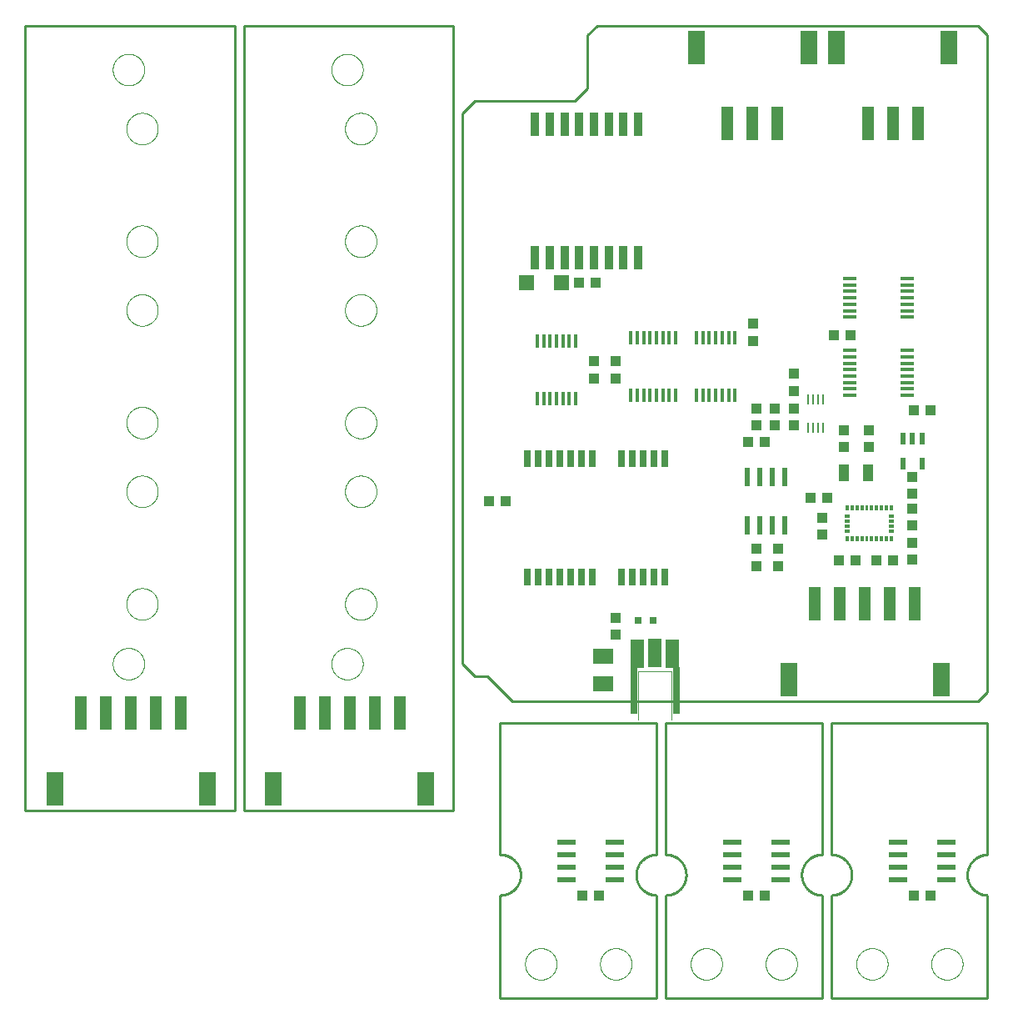
<source format=gtp>
G75*
%MOIN*%
%OFA0B0*%
%FSLAX25Y25*%
%IPPOS*%
%LPD*%
%AMOC8*
5,1,8,0,0,1.08239X$1,22.5*
%
%ADD10C,0.01000*%
%ADD11C,0.00000*%
%ADD12R,0.03937X0.04331*%
%ADD13R,0.05906X0.05906*%
%ADD14R,0.04331X0.03937*%
%ADD15R,0.03937X0.07087*%
%ADD16C,0.00236*%
%ADD17R,0.02165X0.04724*%
%ADD18R,0.03150X0.07087*%
%ADD19R,0.07874X0.06299*%
%ADD20R,0.03150X0.03150*%
%ADD21R,0.05800X0.01400*%
%ADD22R,0.05512X0.11713*%
%ADD23R,0.05748X0.11713*%
%ADD24R,0.02992X0.18504*%
%ADD25R,0.03543X0.09449*%
%ADD26R,0.07087X0.13386*%
%ADD27R,0.05118X0.13780*%
%ADD28R,0.01000X0.04200*%
%ADD29R,0.01400X0.05800*%
%ADD30R,0.02200X0.07800*%
%ADD31R,0.07800X0.02200*%
D10*
X0001500Y0076500D02*
X0001500Y0390250D01*
X0085250Y0390250D01*
X0085250Y0076500D01*
X0001500Y0076500D01*
X0089000Y0076500D02*
X0089000Y0390250D01*
X0172750Y0390250D01*
X0172750Y0076500D01*
X0089000Y0076500D01*
X0176500Y0135250D02*
X0181500Y0130250D01*
X0186500Y0130250D01*
X0196500Y0120250D01*
X0382750Y0120250D01*
X0386500Y0124000D01*
X0386500Y0386500D01*
X0382750Y0390250D01*
X0230250Y0390250D01*
X0226500Y0386500D01*
X0226500Y0365250D01*
X0221500Y0360250D01*
X0181500Y0360250D01*
X0176500Y0355250D01*
X0176500Y0135250D01*
X0191500Y0111500D02*
X0191500Y0059000D01*
X0191698Y0058998D01*
X0191896Y0058990D01*
X0192093Y0058978D01*
X0192290Y0058961D01*
X0192487Y0058940D01*
X0192683Y0058913D01*
X0192878Y0058882D01*
X0193073Y0058846D01*
X0193267Y0058806D01*
X0193459Y0058760D01*
X0193651Y0058710D01*
X0193841Y0058656D01*
X0194030Y0058596D01*
X0194217Y0058532D01*
X0194403Y0058464D01*
X0194586Y0058391D01*
X0194769Y0058314D01*
X0194949Y0058232D01*
X0195127Y0058146D01*
X0195303Y0058055D01*
X0195477Y0057960D01*
X0195648Y0057861D01*
X0195817Y0057758D01*
X0195983Y0057651D01*
X0196147Y0057540D01*
X0196308Y0057425D01*
X0196466Y0057306D01*
X0196621Y0057183D01*
X0196773Y0057057D01*
X0196922Y0056926D01*
X0197068Y0056792D01*
X0197210Y0056655D01*
X0197349Y0056514D01*
X0197485Y0056370D01*
X0197617Y0056223D01*
X0197745Y0056072D01*
X0197870Y0055919D01*
X0197991Y0055762D01*
X0198108Y0055603D01*
X0198221Y0055440D01*
X0198330Y0055275D01*
X0198435Y0055108D01*
X0198536Y0054938D01*
X0198633Y0054765D01*
X0198726Y0054590D01*
X0198814Y0054413D01*
X0198898Y0054234D01*
X0198978Y0054053D01*
X0199053Y0053870D01*
X0199124Y0053685D01*
X0199190Y0053498D01*
X0199251Y0053310D01*
X0199308Y0053121D01*
X0199361Y0052930D01*
X0199409Y0052738D01*
X0199452Y0052545D01*
X0199490Y0052351D01*
X0199523Y0052156D01*
X0199552Y0051960D01*
X0199576Y0051764D01*
X0199596Y0051567D01*
X0199610Y0051369D01*
X0199620Y0051172D01*
X0199624Y0050974D01*
X0199624Y0050776D01*
X0199620Y0050578D01*
X0199610Y0050381D01*
X0199596Y0050183D01*
X0199576Y0049986D01*
X0199552Y0049790D01*
X0199523Y0049594D01*
X0199490Y0049399D01*
X0199452Y0049205D01*
X0199409Y0049012D01*
X0199361Y0048820D01*
X0199308Y0048629D01*
X0199251Y0048440D01*
X0199190Y0048252D01*
X0199124Y0048065D01*
X0199053Y0047880D01*
X0198978Y0047697D01*
X0198898Y0047516D01*
X0198814Y0047337D01*
X0198726Y0047160D01*
X0198633Y0046985D01*
X0198536Y0046813D01*
X0198435Y0046642D01*
X0198330Y0046475D01*
X0198221Y0046310D01*
X0198108Y0046147D01*
X0197991Y0045988D01*
X0197870Y0045831D01*
X0197745Y0045678D01*
X0197617Y0045527D01*
X0197485Y0045380D01*
X0197349Y0045236D01*
X0197210Y0045095D01*
X0197068Y0044958D01*
X0196922Y0044824D01*
X0196773Y0044693D01*
X0196621Y0044567D01*
X0196466Y0044444D01*
X0196308Y0044325D01*
X0196147Y0044210D01*
X0195983Y0044099D01*
X0195817Y0043992D01*
X0195648Y0043889D01*
X0195477Y0043790D01*
X0195303Y0043695D01*
X0195127Y0043604D01*
X0194949Y0043518D01*
X0194769Y0043436D01*
X0194586Y0043359D01*
X0194403Y0043286D01*
X0194217Y0043218D01*
X0194030Y0043154D01*
X0193841Y0043094D01*
X0193651Y0043040D01*
X0193459Y0042990D01*
X0193267Y0042944D01*
X0193073Y0042904D01*
X0192878Y0042868D01*
X0192683Y0042837D01*
X0192487Y0042810D01*
X0192290Y0042789D01*
X0192093Y0042772D01*
X0191896Y0042760D01*
X0191698Y0042752D01*
X0191500Y0042750D01*
X0191500Y0001500D01*
X0254000Y0001500D01*
X0254000Y0042750D01*
X0257750Y0042750D02*
X0257750Y0001500D01*
X0320250Y0001500D01*
X0320250Y0042750D01*
X0324000Y0042750D02*
X0324000Y0001500D01*
X0386500Y0001500D01*
X0386500Y0042750D01*
X0386302Y0042752D01*
X0386104Y0042760D01*
X0385907Y0042772D01*
X0385710Y0042789D01*
X0385513Y0042810D01*
X0385317Y0042837D01*
X0385122Y0042868D01*
X0384927Y0042904D01*
X0384733Y0042944D01*
X0384541Y0042990D01*
X0384349Y0043040D01*
X0384159Y0043094D01*
X0383970Y0043154D01*
X0383783Y0043218D01*
X0383597Y0043286D01*
X0383414Y0043359D01*
X0383231Y0043436D01*
X0383051Y0043518D01*
X0382873Y0043604D01*
X0382697Y0043695D01*
X0382523Y0043790D01*
X0382352Y0043889D01*
X0382183Y0043992D01*
X0382017Y0044099D01*
X0381853Y0044210D01*
X0381692Y0044325D01*
X0381534Y0044444D01*
X0381379Y0044567D01*
X0381227Y0044693D01*
X0381078Y0044824D01*
X0380932Y0044958D01*
X0380790Y0045095D01*
X0380651Y0045236D01*
X0380515Y0045380D01*
X0380383Y0045527D01*
X0380255Y0045678D01*
X0380130Y0045831D01*
X0380009Y0045988D01*
X0379892Y0046147D01*
X0379779Y0046310D01*
X0379670Y0046475D01*
X0379565Y0046642D01*
X0379464Y0046812D01*
X0379367Y0046985D01*
X0379274Y0047160D01*
X0379186Y0047337D01*
X0379102Y0047516D01*
X0379022Y0047697D01*
X0378947Y0047880D01*
X0378876Y0048065D01*
X0378810Y0048252D01*
X0378749Y0048440D01*
X0378692Y0048629D01*
X0378639Y0048820D01*
X0378591Y0049012D01*
X0378548Y0049205D01*
X0378510Y0049399D01*
X0378477Y0049594D01*
X0378448Y0049790D01*
X0378424Y0049986D01*
X0378404Y0050183D01*
X0378390Y0050381D01*
X0378380Y0050578D01*
X0378376Y0050776D01*
X0378376Y0050974D01*
X0378380Y0051172D01*
X0378390Y0051369D01*
X0378404Y0051567D01*
X0378424Y0051764D01*
X0378448Y0051960D01*
X0378477Y0052156D01*
X0378510Y0052351D01*
X0378548Y0052545D01*
X0378591Y0052738D01*
X0378639Y0052930D01*
X0378692Y0053121D01*
X0378749Y0053310D01*
X0378810Y0053498D01*
X0378876Y0053685D01*
X0378947Y0053870D01*
X0379022Y0054053D01*
X0379102Y0054234D01*
X0379186Y0054413D01*
X0379274Y0054590D01*
X0379367Y0054765D01*
X0379464Y0054937D01*
X0379565Y0055108D01*
X0379670Y0055275D01*
X0379779Y0055440D01*
X0379892Y0055603D01*
X0380009Y0055762D01*
X0380130Y0055919D01*
X0380255Y0056072D01*
X0380383Y0056223D01*
X0380515Y0056370D01*
X0380651Y0056514D01*
X0380790Y0056655D01*
X0380932Y0056792D01*
X0381078Y0056926D01*
X0381227Y0057057D01*
X0381379Y0057183D01*
X0381534Y0057306D01*
X0381692Y0057425D01*
X0381853Y0057540D01*
X0382017Y0057651D01*
X0382183Y0057758D01*
X0382352Y0057861D01*
X0382523Y0057960D01*
X0382697Y0058055D01*
X0382873Y0058146D01*
X0383051Y0058232D01*
X0383231Y0058314D01*
X0383414Y0058391D01*
X0383597Y0058464D01*
X0383783Y0058532D01*
X0383970Y0058596D01*
X0384159Y0058656D01*
X0384349Y0058710D01*
X0384541Y0058760D01*
X0384733Y0058806D01*
X0384927Y0058846D01*
X0385122Y0058882D01*
X0385317Y0058913D01*
X0385513Y0058940D01*
X0385710Y0058961D01*
X0385907Y0058978D01*
X0386104Y0058990D01*
X0386302Y0058998D01*
X0386500Y0059000D01*
X0386500Y0111500D01*
X0324000Y0111500D01*
X0324000Y0059000D01*
X0320250Y0059000D02*
X0320250Y0111500D01*
X0257750Y0111500D01*
X0257750Y0059000D01*
X0254000Y0059000D02*
X0254000Y0111500D01*
X0191500Y0111500D01*
X0254000Y0059000D02*
X0253802Y0058998D01*
X0253604Y0058990D01*
X0253407Y0058978D01*
X0253210Y0058961D01*
X0253013Y0058940D01*
X0252817Y0058913D01*
X0252622Y0058882D01*
X0252427Y0058846D01*
X0252233Y0058806D01*
X0252041Y0058760D01*
X0251849Y0058710D01*
X0251659Y0058656D01*
X0251470Y0058596D01*
X0251283Y0058532D01*
X0251097Y0058464D01*
X0250914Y0058391D01*
X0250731Y0058314D01*
X0250551Y0058232D01*
X0250373Y0058146D01*
X0250197Y0058055D01*
X0250023Y0057960D01*
X0249852Y0057861D01*
X0249683Y0057758D01*
X0249517Y0057651D01*
X0249353Y0057540D01*
X0249192Y0057425D01*
X0249034Y0057306D01*
X0248879Y0057183D01*
X0248727Y0057057D01*
X0248578Y0056926D01*
X0248432Y0056792D01*
X0248290Y0056655D01*
X0248151Y0056514D01*
X0248015Y0056370D01*
X0247883Y0056223D01*
X0247755Y0056072D01*
X0247630Y0055919D01*
X0247509Y0055762D01*
X0247392Y0055603D01*
X0247279Y0055440D01*
X0247170Y0055275D01*
X0247065Y0055108D01*
X0246964Y0054937D01*
X0246867Y0054765D01*
X0246774Y0054590D01*
X0246686Y0054413D01*
X0246602Y0054234D01*
X0246522Y0054053D01*
X0246447Y0053870D01*
X0246376Y0053685D01*
X0246310Y0053498D01*
X0246249Y0053310D01*
X0246192Y0053121D01*
X0246139Y0052930D01*
X0246091Y0052738D01*
X0246048Y0052545D01*
X0246010Y0052351D01*
X0245977Y0052156D01*
X0245948Y0051960D01*
X0245924Y0051764D01*
X0245904Y0051567D01*
X0245890Y0051369D01*
X0245880Y0051172D01*
X0245876Y0050974D01*
X0245876Y0050776D01*
X0245880Y0050578D01*
X0245890Y0050381D01*
X0245904Y0050183D01*
X0245924Y0049986D01*
X0245948Y0049790D01*
X0245977Y0049594D01*
X0246010Y0049399D01*
X0246048Y0049205D01*
X0246091Y0049012D01*
X0246139Y0048820D01*
X0246192Y0048629D01*
X0246249Y0048440D01*
X0246310Y0048252D01*
X0246376Y0048065D01*
X0246447Y0047880D01*
X0246522Y0047697D01*
X0246602Y0047516D01*
X0246686Y0047337D01*
X0246774Y0047160D01*
X0246867Y0046985D01*
X0246964Y0046812D01*
X0247065Y0046642D01*
X0247170Y0046475D01*
X0247279Y0046310D01*
X0247392Y0046147D01*
X0247509Y0045988D01*
X0247630Y0045831D01*
X0247755Y0045678D01*
X0247883Y0045527D01*
X0248015Y0045380D01*
X0248151Y0045236D01*
X0248290Y0045095D01*
X0248432Y0044958D01*
X0248578Y0044824D01*
X0248727Y0044693D01*
X0248879Y0044567D01*
X0249034Y0044444D01*
X0249192Y0044325D01*
X0249353Y0044210D01*
X0249517Y0044099D01*
X0249683Y0043992D01*
X0249852Y0043889D01*
X0250023Y0043790D01*
X0250197Y0043695D01*
X0250373Y0043604D01*
X0250551Y0043518D01*
X0250731Y0043436D01*
X0250914Y0043359D01*
X0251097Y0043286D01*
X0251283Y0043218D01*
X0251470Y0043154D01*
X0251659Y0043094D01*
X0251849Y0043040D01*
X0252041Y0042990D01*
X0252233Y0042944D01*
X0252427Y0042904D01*
X0252622Y0042868D01*
X0252817Y0042837D01*
X0253013Y0042810D01*
X0253210Y0042789D01*
X0253407Y0042772D01*
X0253604Y0042760D01*
X0253802Y0042752D01*
X0254000Y0042750D01*
X0257750Y0042750D02*
X0257948Y0042752D01*
X0258146Y0042760D01*
X0258343Y0042772D01*
X0258540Y0042789D01*
X0258737Y0042810D01*
X0258933Y0042837D01*
X0259128Y0042868D01*
X0259323Y0042904D01*
X0259517Y0042944D01*
X0259709Y0042990D01*
X0259901Y0043040D01*
X0260091Y0043094D01*
X0260280Y0043154D01*
X0260467Y0043218D01*
X0260653Y0043286D01*
X0260836Y0043359D01*
X0261019Y0043436D01*
X0261199Y0043518D01*
X0261377Y0043604D01*
X0261553Y0043695D01*
X0261727Y0043790D01*
X0261898Y0043889D01*
X0262067Y0043992D01*
X0262233Y0044099D01*
X0262397Y0044210D01*
X0262558Y0044325D01*
X0262716Y0044444D01*
X0262871Y0044567D01*
X0263023Y0044693D01*
X0263172Y0044824D01*
X0263318Y0044958D01*
X0263460Y0045095D01*
X0263599Y0045236D01*
X0263735Y0045380D01*
X0263867Y0045527D01*
X0263995Y0045678D01*
X0264120Y0045831D01*
X0264241Y0045988D01*
X0264358Y0046147D01*
X0264471Y0046310D01*
X0264580Y0046475D01*
X0264685Y0046642D01*
X0264786Y0046813D01*
X0264883Y0046985D01*
X0264976Y0047160D01*
X0265064Y0047337D01*
X0265148Y0047516D01*
X0265228Y0047697D01*
X0265303Y0047880D01*
X0265374Y0048065D01*
X0265440Y0048252D01*
X0265501Y0048440D01*
X0265558Y0048629D01*
X0265611Y0048820D01*
X0265659Y0049012D01*
X0265702Y0049205D01*
X0265740Y0049399D01*
X0265773Y0049594D01*
X0265802Y0049790D01*
X0265826Y0049986D01*
X0265846Y0050183D01*
X0265860Y0050381D01*
X0265870Y0050578D01*
X0265874Y0050776D01*
X0265874Y0050974D01*
X0265870Y0051172D01*
X0265860Y0051369D01*
X0265846Y0051567D01*
X0265826Y0051764D01*
X0265802Y0051960D01*
X0265773Y0052156D01*
X0265740Y0052351D01*
X0265702Y0052545D01*
X0265659Y0052738D01*
X0265611Y0052930D01*
X0265558Y0053121D01*
X0265501Y0053310D01*
X0265440Y0053498D01*
X0265374Y0053685D01*
X0265303Y0053870D01*
X0265228Y0054053D01*
X0265148Y0054234D01*
X0265064Y0054413D01*
X0264976Y0054590D01*
X0264883Y0054765D01*
X0264786Y0054938D01*
X0264685Y0055108D01*
X0264580Y0055275D01*
X0264471Y0055440D01*
X0264358Y0055603D01*
X0264241Y0055762D01*
X0264120Y0055919D01*
X0263995Y0056072D01*
X0263867Y0056223D01*
X0263735Y0056370D01*
X0263599Y0056514D01*
X0263460Y0056655D01*
X0263318Y0056792D01*
X0263172Y0056926D01*
X0263023Y0057057D01*
X0262871Y0057183D01*
X0262716Y0057306D01*
X0262558Y0057425D01*
X0262397Y0057540D01*
X0262233Y0057651D01*
X0262067Y0057758D01*
X0261898Y0057861D01*
X0261727Y0057960D01*
X0261553Y0058055D01*
X0261377Y0058146D01*
X0261199Y0058232D01*
X0261019Y0058314D01*
X0260836Y0058391D01*
X0260653Y0058464D01*
X0260467Y0058532D01*
X0260280Y0058596D01*
X0260091Y0058656D01*
X0259901Y0058710D01*
X0259709Y0058760D01*
X0259517Y0058806D01*
X0259323Y0058846D01*
X0259128Y0058882D01*
X0258933Y0058913D01*
X0258737Y0058940D01*
X0258540Y0058961D01*
X0258343Y0058978D01*
X0258146Y0058990D01*
X0257948Y0058998D01*
X0257750Y0059000D01*
X0320250Y0059000D02*
X0320052Y0058998D01*
X0319854Y0058990D01*
X0319657Y0058978D01*
X0319460Y0058961D01*
X0319263Y0058940D01*
X0319067Y0058913D01*
X0318872Y0058882D01*
X0318677Y0058846D01*
X0318483Y0058806D01*
X0318291Y0058760D01*
X0318099Y0058710D01*
X0317909Y0058656D01*
X0317720Y0058596D01*
X0317533Y0058532D01*
X0317347Y0058464D01*
X0317164Y0058391D01*
X0316981Y0058314D01*
X0316801Y0058232D01*
X0316623Y0058146D01*
X0316447Y0058055D01*
X0316273Y0057960D01*
X0316102Y0057861D01*
X0315933Y0057758D01*
X0315767Y0057651D01*
X0315603Y0057540D01*
X0315442Y0057425D01*
X0315284Y0057306D01*
X0315129Y0057183D01*
X0314977Y0057057D01*
X0314828Y0056926D01*
X0314682Y0056792D01*
X0314540Y0056655D01*
X0314401Y0056514D01*
X0314265Y0056370D01*
X0314133Y0056223D01*
X0314005Y0056072D01*
X0313880Y0055919D01*
X0313759Y0055762D01*
X0313642Y0055603D01*
X0313529Y0055440D01*
X0313420Y0055275D01*
X0313315Y0055108D01*
X0313214Y0054937D01*
X0313117Y0054765D01*
X0313024Y0054590D01*
X0312936Y0054413D01*
X0312852Y0054234D01*
X0312772Y0054053D01*
X0312697Y0053870D01*
X0312626Y0053685D01*
X0312560Y0053498D01*
X0312499Y0053310D01*
X0312442Y0053121D01*
X0312389Y0052930D01*
X0312341Y0052738D01*
X0312298Y0052545D01*
X0312260Y0052351D01*
X0312227Y0052156D01*
X0312198Y0051960D01*
X0312174Y0051764D01*
X0312154Y0051567D01*
X0312140Y0051369D01*
X0312130Y0051172D01*
X0312126Y0050974D01*
X0312126Y0050776D01*
X0312130Y0050578D01*
X0312140Y0050381D01*
X0312154Y0050183D01*
X0312174Y0049986D01*
X0312198Y0049790D01*
X0312227Y0049594D01*
X0312260Y0049399D01*
X0312298Y0049205D01*
X0312341Y0049012D01*
X0312389Y0048820D01*
X0312442Y0048629D01*
X0312499Y0048440D01*
X0312560Y0048252D01*
X0312626Y0048065D01*
X0312697Y0047880D01*
X0312772Y0047697D01*
X0312852Y0047516D01*
X0312936Y0047337D01*
X0313024Y0047160D01*
X0313117Y0046985D01*
X0313214Y0046812D01*
X0313315Y0046642D01*
X0313420Y0046475D01*
X0313529Y0046310D01*
X0313642Y0046147D01*
X0313759Y0045988D01*
X0313880Y0045831D01*
X0314005Y0045678D01*
X0314133Y0045527D01*
X0314265Y0045380D01*
X0314401Y0045236D01*
X0314540Y0045095D01*
X0314682Y0044958D01*
X0314828Y0044824D01*
X0314977Y0044693D01*
X0315129Y0044567D01*
X0315284Y0044444D01*
X0315442Y0044325D01*
X0315603Y0044210D01*
X0315767Y0044099D01*
X0315933Y0043992D01*
X0316102Y0043889D01*
X0316273Y0043790D01*
X0316447Y0043695D01*
X0316623Y0043604D01*
X0316801Y0043518D01*
X0316981Y0043436D01*
X0317164Y0043359D01*
X0317347Y0043286D01*
X0317533Y0043218D01*
X0317720Y0043154D01*
X0317909Y0043094D01*
X0318099Y0043040D01*
X0318291Y0042990D01*
X0318483Y0042944D01*
X0318677Y0042904D01*
X0318872Y0042868D01*
X0319067Y0042837D01*
X0319263Y0042810D01*
X0319460Y0042789D01*
X0319657Y0042772D01*
X0319854Y0042760D01*
X0320052Y0042752D01*
X0320250Y0042750D01*
X0324000Y0042750D02*
X0324198Y0042752D01*
X0324396Y0042760D01*
X0324593Y0042772D01*
X0324790Y0042789D01*
X0324987Y0042810D01*
X0325183Y0042837D01*
X0325378Y0042868D01*
X0325573Y0042904D01*
X0325767Y0042944D01*
X0325959Y0042990D01*
X0326151Y0043040D01*
X0326341Y0043094D01*
X0326530Y0043154D01*
X0326717Y0043218D01*
X0326903Y0043286D01*
X0327086Y0043359D01*
X0327269Y0043436D01*
X0327449Y0043518D01*
X0327627Y0043604D01*
X0327803Y0043695D01*
X0327977Y0043790D01*
X0328148Y0043889D01*
X0328317Y0043992D01*
X0328483Y0044099D01*
X0328647Y0044210D01*
X0328808Y0044325D01*
X0328966Y0044444D01*
X0329121Y0044567D01*
X0329273Y0044693D01*
X0329422Y0044824D01*
X0329568Y0044958D01*
X0329710Y0045095D01*
X0329849Y0045236D01*
X0329985Y0045380D01*
X0330117Y0045527D01*
X0330245Y0045678D01*
X0330370Y0045831D01*
X0330491Y0045988D01*
X0330608Y0046147D01*
X0330721Y0046310D01*
X0330830Y0046475D01*
X0330935Y0046642D01*
X0331036Y0046813D01*
X0331133Y0046985D01*
X0331226Y0047160D01*
X0331314Y0047337D01*
X0331398Y0047516D01*
X0331478Y0047697D01*
X0331553Y0047880D01*
X0331624Y0048065D01*
X0331690Y0048252D01*
X0331751Y0048440D01*
X0331808Y0048629D01*
X0331861Y0048820D01*
X0331909Y0049012D01*
X0331952Y0049205D01*
X0331990Y0049399D01*
X0332023Y0049594D01*
X0332052Y0049790D01*
X0332076Y0049986D01*
X0332096Y0050183D01*
X0332110Y0050381D01*
X0332120Y0050578D01*
X0332124Y0050776D01*
X0332124Y0050974D01*
X0332120Y0051172D01*
X0332110Y0051369D01*
X0332096Y0051567D01*
X0332076Y0051764D01*
X0332052Y0051960D01*
X0332023Y0052156D01*
X0331990Y0052351D01*
X0331952Y0052545D01*
X0331909Y0052738D01*
X0331861Y0052930D01*
X0331808Y0053121D01*
X0331751Y0053310D01*
X0331690Y0053498D01*
X0331624Y0053685D01*
X0331553Y0053870D01*
X0331478Y0054053D01*
X0331398Y0054234D01*
X0331314Y0054413D01*
X0331226Y0054590D01*
X0331133Y0054765D01*
X0331036Y0054938D01*
X0330935Y0055108D01*
X0330830Y0055275D01*
X0330721Y0055440D01*
X0330608Y0055603D01*
X0330491Y0055762D01*
X0330370Y0055919D01*
X0330245Y0056072D01*
X0330117Y0056223D01*
X0329985Y0056370D01*
X0329849Y0056514D01*
X0329710Y0056655D01*
X0329568Y0056792D01*
X0329422Y0056926D01*
X0329273Y0057057D01*
X0329121Y0057183D01*
X0328966Y0057306D01*
X0328808Y0057425D01*
X0328647Y0057540D01*
X0328483Y0057651D01*
X0328317Y0057758D01*
X0328148Y0057861D01*
X0327977Y0057960D01*
X0327803Y0058055D01*
X0327627Y0058146D01*
X0327449Y0058232D01*
X0327269Y0058314D01*
X0327086Y0058391D01*
X0326903Y0058464D01*
X0326717Y0058532D01*
X0326530Y0058596D01*
X0326341Y0058656D01*
X0326151Y0058710D01*
X0325959Y0058760D01*
X0325767Y0058806D01*
X0325573Y0058846D01*
X0325378Y0058882D01*
X0325183Y0058913D01*
X0324987Y0058940D01*
X0324790Y0058961D01*
X0324593Y0058978D01*
X0324396Y0058990D01*
X0324198Y0058998D01*
X0324000Y0059000D01*
D11*
X0333951Y0015250D02*
X0333953Y0015408D01*
X0333959Y0015566D01*
X0333969Y0015724D01*
X0333983Y0015882D01*
X0334001Y0016039D01*
X0334022Y0016196D01*
X0334048Y0016352D01*
X0334078Y0016508D01*
X0334111Y0016663D01*
X0334149Y0016816D01*
X0334190Y0016969D01*
X0334235Y0017121D01*
X0334284Y0017272D01*
X0334337Y0017421D01*
X0334393Y0017569D01*
X0334453Y0017715D01*
X0334517Y0017860D01*
X0334585Y0018003D01*
X0334656Y0018145D01*
X0334730Y0018285D01*
X0334808Y0018422D01*
X0334890Y0018558D01*
X0334974Y0018692D01*
X0335063Y0018823D01*
X0335154Y0018952D01*
X0335249Y0019079D01*
X0335346Y0019204D01*
X0335447Y0019326D01*
X0335551Y0019445D01*
X0335658Y0019562D01*
X0335768Y0019676D01*
X0335881Y0019787D01*
X0335996Y0019896D01*
X0336114Y0020001D01*
X0336235Y0020103D01*
X0336358Y0020203D01*
X0336484Y0020299D01*
X0336612Y0020392D01*
X0336742Y0020482D01*
X0336875Y0020568D01*
X0337010Y0020652D01*
X0337146Y0020731D01*
X0337285Y0020808D01*
X0337426Y0020880D01*
X0337568Y0020950D01*
X0337712Y0021015D01*
X0337858Y0021077D01*
X0338005Y0021135D01*
X0338154Y0021190D01*
X0338304Y0021241D01*
X0338455Y0021288D01*
X0338607Y0021331D01*
X0338760Y0021370D01*
X0338915Y0021406D01*
X0339070Y0021437D01*
X0339226Y0021465D01*
X0339382Y0021489D01*
X0339539Y0021509D01*
X0339697Y0021525D01*
X0339854Y0021537D01*
X0340013Y0021545D01*
X0340171Y0021549D01*
X0340329Y0021549D01*
X0340487Y0021545D01*
X0340646Y0021537D01*
X0340803Y0021525D01*
X0340961Y0021509D01*
X0341118Y0021489D01*
X0341274Y0021465D01*
X0341430Y0021437D01*
X0341585Y0021406D01*
X0341740Y0021370D01*
X0341893Y0021331D01*
X0342045Y0021288D01*
X0342196Y0021241D01*
X0342346Y0021190D01*
X0342495Y0021135D01*
X0342642Y0021077D01*
X0342788Y0021015D01*
X0342932Y0020950D01*
X0343074Y0020880D01*
X0343215Y0020808D01*
X0343354Y0020731D01*
X0343490Y0020652D01*
X0343625Y0020568D01*
X0343758Y0020482D01*
X0343888Y0020392D01*
X0344016Y0020299D01*
X0344142Y0020203D01*
X0344265Y0020103D01*
X0344386Y0020001D01*
X0344504Y0019896D01*
X0344619Y0019787D01*
X0344732Y0019676D01*
X0344842Y0019562D01*
X0344949Y0019445D01*
X0345053Y0019326D01*
X0345154Y0019204D01*
X0345251Y0019079D01*
X0345346Y0018952D01*
X0345437Y0018823D01*
X0345526Y0018692D01*
X0345610Y0018558D01*
X0345692Y0018422D01*
X0345770Y0018285D01*
X0345844Y0018145D01*
X0345915Y0018003D01*
X0345983Y0017860D01*
X0346047Y0017715D01*
X0346107Y0017569D01*
X0346163Y0017421D01*
X0346216Y0017272D01*
X0346265Y0017121D01*
X0346310Y0016969D01*
X0346351Y0016816D01*
X0346389Y0016663D01*
X0346422Y0016508D01*
X0346452Y0016352D01*
X0346478Y0016196D01*
X0346499Y0016039D01*
X0346517Y0015882D01*
X0346531Y0015724D01*
X0346541Y0015566D01*
X0346547Y0015408D01*
X0346549Y0015250D01*
X0346547Y0015092D01*
X0346541Y0014934D01*
X0346531Y0014776D01*
X0346517Y0014618D01*
X0346499Y0014461D01*
X0346478Y0014304D01*
X0346452Y0014148D01*
X0346422Y0013992D01*
X0346389Y0013837D01*
X0346351Y0013684D01*
X0346310Y0013531D01*
X0346265Y0013379D01*
X0346216Y0013228D01*
X0346163Y0013079D01*
X0346107Y0012931D01*
X0346047Y0012785D01*
X0345983Y0012640D01*
X0345915Y0012497D01*
X0345844Y0012355D01*
X0345770Y0012215D01*
X0345692Y0012078D01*
X0345610Y0011942D01*
X0345526Y0011808D01*
X0345437Y0011677D01*
X0345346Y0011548D01*
X0345251Y0011421D01*
X0345154Y0011296D01*
X0345053Y0011174D01*
X0344949Y0011055D01*
X0344842Y0010938D01*
X0344732Y0010824D01*
X0344619Y0010713D01*
X0344504Y0010604D01*
X0344386Y0010499D01*
X0344265Y0010397D01*
X0344142Y0010297D01*
X0344016Y0010201D01*
X0343888Y0010108D01*
X0343758Y0010018D01*
X0343625Y0009932D01*
X0343490Y0009848D01*
X0343354Y0009769D01*
X0343215Y0009692D01*
X0343074Y0009620D01*
X0342932Y0009550D01*
X0342788Y0009485D01*
X0342642Y0009423D01*
X0342495Y0009365D01*
X0342346Y0009310D01*
X0342196Y0009259D01*
X0342045Y0009212D01*
X0341893Y0009169D01*
X0341740Y0009130D01*
X0341585Y0009094D01*
X0341430Y0009063D01*
X0341274Y0009035D01*
X0341118Y0009011D01*
X0340961Y0008991D01*
X0340803Y0008975D01*
X0340646Y0008963D01*
X0340487Y0008955D01*
X0340329Y0008951D01*
X0340171Y0008951D01*
X0340013Y0008955D01*
X0339854Y0008963D01*
X0339697Y0008975D01*
X0339539Y0008991D01*
X0339382Y0009011D01*
X0339226Y0009035D01*
X0339070Y0009063D01*
X0338915Y0009094D01*
X0338760Y0009130D01*
X0338607Y0009169D01*
X0338455Y0009212D01*
X0338304Y0009259D01*
X0338154Y0009310D01*
X0338005Y0009365D01*
X0337858Y0009423D01*
X0337712Y0009485D01*
X0337568Y0009550D01*
X0337426Y0009620D01*
X0337285Y0009692D01*
X0337146Y0009769D01*
X0337010Y0009848D01*
X0336875Y0009932D01*
X0336742Y0010018D01*
X0336612Y0010108D01*
X0336484Y0010201D01*
X0336358Y0010297D01*
X0336235Y0010397D01*
X0336114Y0010499D01*
X0335996Y0010604D01*
X0335881Y0010713D01*
X0335768Y0010824D01*
X0335658Y0010938D01*
X0335551Y0011055D01*
X0335447Y0011174D01*
X0335346Y0011296D01*
X0335249Y0011421D01*
X0335154Y0011548D01*
X0335063Y0011677D01*
X0334974Y0011808D01*
X0334890Y0011942D01*
X0334808Y0012078D01*
X0334730Y0012215D01*
X0334656Y0012355D01*
X0334585Y0012497D01*
X0334517Y0012640D01*
X0334453Y0012785D01*
X0334393Y0012931D01*
X0334337Y0013079D01*
X0334284Y0013228D01*
X0334235Y0013379D01*
X0334190Y0013531D01*
X0334149Y0013684D01*
X0334111Y0013837D01*
X0334078Y0013992D01*
X0334048Y0014148D01*
X0334022Y0014304D01*
X0334001Y0014461D01*
X0333983Y0014618D01*
X0333969Y0014776D01*
X0333959Y0014934D01*
X0333953Y0015092D01*
X0333951Y0015250D01*
X0297701Y0015250D02*
X0297703Y0015408D01*
X0297709Y0015566D01*
X0297719Y0015724D01*
X0297733Y0015882D01*
X0297751Y0016039D01*
X0297772Y0016196D01*
X0297798Y0016352D01*
X0297828Y0016508D01*
X0297861Y0016663D01*
X0297899Y0016816D01*
X0297940Y0016969D01*
X0297985Y0017121D01*
X0298034Y0017272D01*
X0298087Y0017421D01*
X0298143Y0017569D01*
X0298203Y0017715D01*
X0298267Y0017860D01*
X0298335Y0018003D01*
X0298406Y0018145D01*
X0298480Y0018285D01*
X0298558Y0018422D01*
X0298640Y0018558D01*
X0298724Y0018692D01*
X0298813Y0018823D01*
X0298904Y0018952D01*
X0298999Y0019079D01*
X0299096Y0019204D01*
X0299197Y0019326D01*
X0299301Y0019445D01*
X0299408Y0019562D01*
X0299518Y0019676D01*
X0299631Y0019787D01*
X0299746Y0019896D01*
X0299864Y0020001D01*
X0299985Y0020103D01*
X0300108Y0020203D01*
X0300234Y0020299D01*
X0300362Y0020392D01*
X0300492Y0020482D01*
X0300625Y0020568D01*
X0300760Y0020652D01*
X0300896Y0020731D01*
X0301035Y0020808D01*
X0301176Y0020880D01*
X0301318Y0020950D01*
X0301462Y0021015D01*
X0301608Y0021077D01*
X0301755Y0021135D01*
X0301904Y0021190D01*
X0302054Y0021241D01*
X0302205Y0021288D01*
X0302357Y0021331D01*
X0302510Y0021370D01*
X0302665Y0021406D01*
X0302820Y0021437D01*
X0302976Y0021465D01*
X0303132Y0021489D01*
X0303289Y0021509D01*
X0303447Y0021525D01*
X0303604Y0021537D01*
X0303763Y0021545D01*
X0303921Y0021549D01*
X0304079Y0021549D01*
X0304237Y0021545D01*
X0304396Y0021537D01*
X0304553Y0021525D01*
X0304711Y0021509D01*
X0304868Y0021489D01*
X0305024Y0021465D01*
X0305180Y0021437D01*
X0305335Y0021406D01*
X0305490Y0021370D01*
X0305643Y0021331D01*
X0305795Y0021288D01*
X0305946Y0021241D01*
X0306096Y0021190D01*
X0306245Y0021135D01*
X0306392Y0021077D01*
X0306538Y0021015D01*
X0306682Y0020950D01*
X0306824Y0020880D01*
X0306965Y0020808D01*
X0307104Y0020731D01*
X0307240Y0020652D01*
X0307375Y0020568D01*
X0307508Y0020482D01*
X0307638Y0020392D01*
X0307766Y0020299D01*
X0307892Y0020203D01*
X0308015Y0020103D01*
X0308136Y0020001D01*
X0308254Y0019896D01*
X0308369Y0019787D01*
X0308482Y0019676D01*
X0308592Y0019562D01*
X0308699Y0019445D01*
X0308803Y0019326D01*
X0308904Y0019204D01*
X0309001Y0019079D01*
X0309096Y0018952D01*
X0309187Y0018823D01*
X0309276Y0018692D01*
X0309360Y0018558D01*
X0309442Y0018422D01*
X0309520Y0018285D01*
X0309594Y0018145D01*
X0309665Y0018003D01*
X0309733Y0017860D01*
X0309797Y0017715D01*
X0309857Y0017569D01*
X0309913Y0017421D01*
X0309966Y0017272D01*
X0310015Y0017121D01*
X0310060Y0016969D01*
X0310101Y0016816D01*
X0310139Y0016663D01*
X0310172Y0016508D01*
X0310202Y0016352D01*
X0310228Y0016196D01*
X0310249Y0016039D01*
X0310267Y0015882D01*
X0310281Y0015724D01*
X0310291Y0015566D01*
X0310297Y0015408D01*
X0310299Y0015250D01*
X0310297Y0015092D01*
X0310291Y0014934D01*
X0310281Y0014776D01*
X0310267Y0014618D01*
X0310249Y0014461D01*
X0310228Y0014304D01*
X0310202Y0014148D01*
X0310172Y0013992D01*
X0310139Y0013837D01*
X0310101Y0013684D01*
X0310060Y0013531D01*
X0310015Y0013379D01*
X0309966Y0013228D01*
X0309913Y0013079D01*
X0309857Y0012931D01*
X0309797Y0012785D01*
X0309733Y0012640D01*
X0309665Y0012497D01*
X0309594Y0012355D01*
X0309520Y0012215D01*
X0309442Y0012078D01*
X0309360Y0011942D01*
X0309276Y0011808D01*
X0309187Y0011677D01*
X0309096Y0011548D01*
X0309001Y0011421D01*
X0308904Y0011296D01*
X0308803Y0011174D01*
X0308699Y0011055D01*
X0308592Y0010938D01*
X0308482Y0010824D01*
X0308369Y0010713D01*
X0308254Y0010604D01*
X0308136Y0010499D01*
X0308015Y0010397D01*
X0307892Y0010297D01*
X0307766Y0010201D01*
X0307638Y0010108D01*
X0307508Y0010018D01*
X0307375Y0009932D01*
X0307240Y0009848D01*
X0307104Y0009769D01*
X0306965Y0009692D01*
X0306824Y0009620D01*
X0306682Y0009550D01*
X0306538Y0009485D01*
X0306392Y0009423D01*
X0306245Y0009365D01*
X0306096Y0009310D01*
X0305946Y0009259D01*
X0305795Y0009212D01*
X0305643Y0009169D01*
X0305490Y0009130D01*
X0305335Y0009094D01*
X0305180Y0009063D01*
X0305024Y0009035D01*
X0304868Y0009011D01*
X0304711Y0008991D01*
X0304553Y0008975D01*
X0304396Y0008963D01*
X0304237Y0008955D01*
X0304079Y0008951D01*
X0303921Y0008951D01*
X0303763Y0008955D01*
X0303604Y0008963D01*
X0303447Y0008975D01*
X0303289Y0008991D01*
X0303132Y0009011D01*
X0302976Y0009035D01*
X0302820Y0009063D01*
X0302665Y0009094D01*
X0302510Y0009130D01*
X0302357Y0009169D01*
X0302205Y0009212D01*
X0302054Y0009259D01*
X0301904Y0009310D01*
X0301755Y0009365D01*
X0301608Y0009423D01*
X0301462Y0009485D01*
X0301318Y0009550D01*
X0301176Y0009620D01*
X0301035Y0009692D01*
X0300896Y0009769D01*
X0300760Y0009848D01*
X0300625Y0009932D01*
X0300492Y0010018D01*
X0300362Y0010108D01*
X0300234Y0010201D01*
X0300108Y0010297D01*
X0299985Y0010397D01*
X0299864Y0010499D01*
X0299746Y0010604D01*
X0299631Y0010713D01*
X0299518Y0010824D01*
X0299408Y0010938D01*
X0299301Y0011055D01*
X0299197Y0011174D01*
X0299096Y0011296D01*
X0298999Y0011421D01*
X0298904Y0011548D01*
X0298813Y0011677D01*
X0298724Y0011808D01*
X0298640Y0011942D01*
X0298558Y0012078D01*
X0298480Y0012215D01*
X0298406Y0012355D01*
X0298335Y0012497D01*
X0298267Y0012640D01*
X0298203Y0012785D01*
X0298143Y0012931D01*
X0298087Y0013079D01*
X0298034Y0013228D01*
X0297985Y0013379D01*
X0297940Y0013531D01*
X0297899Y0013684D01*
X0297861Y0013837D01*
X0297828Y0013992D01*
X0297798Y0014148D01*
X0297772Y0014304D01*
X0297751Y0014461D01*
X0297733Y0014618D01*
X0297719Y0014776D01*
X0297709Y0014934D01*
X0297703Y0015092D01*
X0297701Y0015250D01*
X0267701Y0015250D02*
X0267703Y0015408D01*
X0267709Y0015566D01*
X0267719Y0015724D01*
X0267733Y0015882D01*
X0267751Y0016039D01*
X0267772Y0016196D01*
X0267798Y0016352D01*
X0267828Y0016508D01*
X0267861Y0016663D01*
X0267899Y0016816D01*
X0267940Y0016969D01*
X0267985Y0017121D01*
X0268034Y0017272D01*
X0268087Y0017421D01*
X0268143Y0017569D01*
X0268203Y0017715D01*
X0268267Y0017860D01*
X0268335Y0018003D01*
X0268406Y0018145D01*
X0268480Y0018285D01*
X0268558Y0018422D01*
X0268640Y0018558D01*
X0268724Y0018692D01*
X0268813Y0018823D01*
X0268904Y0018952D01*
X0268999Y0019079D01*
X0269096Y0019204D01*
X0269197Y0019326D01*
X0269301Y0019445D01*
X0269408Y0019562D01*
X0269518Y0019676D01*
X0269631Y0019787D01*
X0269746Y0019896D01*
X0269864Y0020001D01*
X0269985Y0020103D01*
X0270108Y0020203D01*
X0270234Y0020299D01*
X0270362Y0020392D01*
X0270492Y0020482D01*
X0270625Y0020568D01*
X0270760Y0020652D01*
X0270896Y0020731D01*
X0271035Y0020808D01*
X0271176Y0020880D01*
X0271318Y0020950D01*
X0271462Y0021015D01*
X0271608Y0021077D01*
X0271755Y0021135D01*
X0271904Y0021190D01*
X0272054Y0021241D01*
X0272205Y0021288D01*
X0272357Y0021331D01*
X0272510Y0021370D01*
X0272665Y0021406D01*
X0272820Y0021437D01*
X0272976Y0021465D01*
X0273132Y0021489D01*
X0273289Y0021509D01*
X0273447Y0021525D01*
X0273604Y0021537D01*
X0273763Y0021545D01*
X0273921Y0021549D01*
X0274079Y0021549D01*
X0274237Y0021545D01*
X0274396Y0021537D01*
X0274553Y0021525D01*
X0274711Y0021509D01*
X0274868Y0021489D01*
X0275024Y0021465D01*
X0275180Y0021437D01*
X0275335Y0021406D01*
X0275490Y0021370D01*
X0275643Y0021331D01*
X0275795Y0021288D01*
X0275946Y0021241D01*
X0276096Y0021190D01*
X0276245Y0021135D01*
X0276392Y0021077D01*
X0276538Y0021015D01*
X0276682Y0020950D01*
X0276824Y0020880D01*
X0276965Y0020808D01*
X0277104Y0020731D01*
X0277240Y0020652D01*
X0277375Y0020568D01*
X0277508Y0020482D01*
X0277638Y0020392D01*
X0277766Y0020299D01*
X0277892Y0020203D01*
X0278015Y0020103D01*
X0278136Y0020001D01*
X0278254Y0019896D01*
X0278369Y0019787D01*
X0278482Y0019676D01*
X0278592Y0019562D01*
X0278699Y0019445D01*
X0278803Y0019326D01*
X0278904Y0019204D01*
X0279001Y0019079D01*
X0279096Y0018952D01*
X0279187Y0018823D01*
X0279276Y0018692D01*
X0279360Y0018558D01*
X0279442Y0018422D01*
X0279520Y0018285D01*
X0279594Y0018145D01*
X0279665Y0018003D01*
X0279733Y0017860D01*
X0279797Y0017715D01*
X0279857Y0017569D01*
X0279913Y0017421D01*
X0279966Y0017272D01*
X0280015Y0017121D01*
X0280060Y0016969D01*
X0280101Y0016816D01*
X0280139Y0016663D01*
X0280172Y0016508D01*
X0280202Y0016352D01*
X0280228Y0016196D01*
X0280249Y0016039D01*
X0280267Y0015882D01*
X0280281Y0015724D01*
X0280291Y0015566D01*
X0280297Y0015408D01*
X0280299Y0015250D01*
X0280297Y0015092D01*
X0280291Y0014934D01*
X0280281Y0014776D01*
X0280267Y0014618D01*
X0280249Y0014461D01*
X0280228Y0014304D01*
X0280202Y0014148D01*
X0280172Y0013992D01*
X0280139Y0013837D01*
X0280101Y0013684D01*
X0280060Y0013531D01*
X0280015Y0013379D01*
X0279966Y0013228D01*
X0279913Y0013079D01*
X0279857Y0012931D01*
X0279797Y0012785D01*
X0279733Y0012640D01*
X0279665Y0012497D01*
X0279594Y0012355D01*
X0279520Y0012215D01*
X0279442Y0012078D01*
X0279360Y0011942D01*
X0279276Y0011808D01*
X0279187Y0011677D01*
X0279096Y0011548D01*
X0279001Y0011421D01*
X0278904Y0011296D01*
X0278803Y0011174D01*
X0278699Y0011055D01*
X0278592Y0010938D01*
X0278482Y0010824D01*
X0278369Y0010713D01*
X0278254Y0010604D01*
X0278136Y0010499D01*
X0278015Y0010397D01*
X0277892Y0010297D01*
X0277766Y0010201D01*
X0277638Y0010108D01*
X0277508Y0010018D01*
X0277375Y0009932D01*
X0277240Y0009848D01*
X0277104Y0009769D01*
X0276965Y0009692D01*
X0276824Y0009620D01*
X0276682Y0009550D01*
X0276538Y0009485D01*
X0276392Y0009423D01*
X0276245Y0009365D01*
X0276096Y0009310D01*
X0275946Y0009259D01*
X0275795Y0009212D01*
X0275643Y0009169D01*
X0275490Y0009130D01*
X0275335Y0009094D01*
X0275180Y0009063D01*
X0275024Y0009035D01*
X0274868Y0009011D01*
X0274711Y0008991D01*
X0274553Y0008975D01*
X0274396Y0008963D01*
X0274237Y0008955D01*
X0274079Y0008951D01*
X0273921Y0008951D01*
X0273763Y0008955D01*
X0273604Y0008963D01*
X0273447Y0008975D01*
X0273289Y0008991D01*
X0273132Y0009011D01*
X0272976Y0009035D01*
X0272820Y0009063D01*
X0272665Y0009094D01*
X0272510Y0009130D01*
X0272357Y0009169D01*
X0272205Y0009212D01*
X0272054Y0009259D01*
X0271904Y0009310D01*
X0271755Y0009365D01*
X0271608Y0009423D01*
X0271462Y0009485D01*
X0271318Y0009550D01*
X0271176Y0009620D01*
X0271035Y0009692D01*
X0270896Y0009769D01*
X0270760Y0009848D01*
X0270625Y0009932D01*
X0270492Y0010018D01*
X0270362Y0010108D01*
X0270234Y0010201D01*
X0270108Y0010297D01*
X0269985Y0010397D01*
X0269864Y0010499D01*
X0269746Y0010604D01*
X0269631Y0010713D01*
X0269518Y0010824D01*
X0269408Y0010938D01*
X0269301Y0011055D01*
X0269197Y0011174D01*
X0269096Y0011296D01*
X0268999Y0011421D01*
X0268904Y0011548D01*
X0268813Y0011677D01*
X0268724Y0011808D01*
X0268640Y0011942D01*
X0268558Y0012078D01*
X0268480Y0012215D01*
X0268406Y0012355D01*
X0268335Y0012497D01*
X0268267Y0012640D01*
X0268203Y0012785D01*
X0268143Y0012931D01*
X0268087Y0013079D01*
X0268034Y0013228D01*
X0267985Y0013379D01*
X0267940Y0013531D01*
X0267899Y0013684D01*
X0267861Y0013837D01*
X0267828Y0013992D01*
X0267798Y0014148D01*
X0267772Y0014304D01*
X0267751Y0014461D01*
X0267733Y0014618D01*
X0267719Y0014776D01*
X0267709Y0014934D01*
X0267703Y0015092D01*
X0267701Y0015250D01*
X0231451Y0015250D02*
X0231453Y0015408D01*
X0231459Y0015566D01*
X0231469Y0015724D01*
X0231483Y0015882D01*
X0231501Y0016039D01*
X0231522Y0016196D01*
X0231548Y0016352D01*
X0231578Y0016508D01*
X0231611Y0016663D01*
X0231649Y0016816D01*
X0231690Y0016969D01*
X0231735Y0017121D01*
X0231784Y0017272D01*
X0231837Y0017421D01*
X0231893Y0017569D01*
X0231953Y0017715D01*
X0232017Y0017860D01*
X0232085Y0018003D01*
X0232156Y0018145D01*
X0232230Y0018285D01*
X0232308Y0018422D01*
X0232390Y0018558D01*
X0232474Y0018692D01*
X0232563Y0018823D01*
X0232654Y0018952D01*
X0232749Y0019079D01*
X0232846Y0019204D01*
X0232947Y0019326D01*
X0233051Y0019445D01*
X0233158Y0019562D01*
X0233268Y0019676D01*
X0233381Y0019787D01*
X0233496Y0019896D01*
X0233614Y0020001D01*
X0233735Y0020103D01*
X0233858Y0020203D01*
X0233984Y0020299D01*
X0234112Y0020392D01*
X0234242Y0020482D01*
X0234375Y0020568D01*
X0234510Y0020652D01*
X0234646Y0020731D01*
X0234785Y0020808D01*
X0234926Y0020880D01*
X0235068Y0020950D01*
X0235212Y0021015D01*
X0235358Y0021077D01*
X0235505Y0021135D01*
X0235654Y0021190D01*
X0235804Y0021241D01*
X0235955Y0021288D01*
X0236107Y0021331D01*
X0236260Y0021370D01*
X0236415Y0021406D01*
X0236570Y0021437D01*
X0236726Y0021465D01*
X0236882Y0021489D01*
X0237039Y0021509D01*
X0237197Y0021525D01*
X0237354Y0021537D01*
X0237513Y0021545D01*
X0237671Y0021549D01*
X0237829Y0021549D01*
X0237987Y0021545D01*
X0238146Y0021537D01*
X0238303Y0021525D01*
X0238461Y0021509D01*
X0238618Y0021489D01*
X0238774Y0021465D01*
X0238930Y0021437D01*
X0239085Y0021406D01*
X0239240Y0021370D01*
X0239393Y0021331D01*
X0239545Y0021288D01*
X0239696Y0021241D01*
X0239846Y0021190D01*
X0239995Y0021135D01*
X0240142Y0021077D01*
X0240288Y0021015D01*
X0240432Y0020950D01*
X0240574Y0020880D01*
X0240715Y0020808D01*
X0240854Y0020731D01*
X0240990Y0020652D01*
X0241125Y0020568D01*
X0241258Y0020482D01*
X0241388Y0020392D01*
X0241516Y0020299D01*
X0241642Y0020203D01*
X0241765Y0020103D01*
X0241886Y0020001D01*
X0242004Y0019896D01*
X0242119Y0019787D01*
X0242232Y0019676D01*
X0242342Y0019562D01*
X0242449Y0019445D01*
X0242553Y0019326D01*
X0242654Y0019204D01*
X0242751Y0019079D01*
X0242846Y0018952D01*
X0242937Y0018823D01*
X0243026Y0018692D01*
X0243110Y0018558D01*
X0243192Y0018422D01*
X0243270Y0018285D01*
X0243344Y0018145D01*
X0243415Y0018003D01*
X0243483Y0017860D01*
X0243547Y0017715D01*
X0243607Y0017569D01*
X0243663Y0017421D01*
X0243716Y0017272D01*
X0243765Y0017121D01*
X0243810Y0016969D01*
X0243851Y0016816D01*
X0243889Y0016663D01*
X0243922Y0016508D01*
X0243952Y0016352D01*
X0243978Y0016196D01*
X0243999Y0016039D01*
X0244017Y0015882D01*
X0244031Y0015724D01*
X0244041Y0015566D01*
X0244047Y0015408D01*
X0244049Y0015250D01*
X0244047Y0015092D01*
X0244041Y0014934D01*
X0244031Y0014776D01*
X0244017Y0014618D01*
X0243999Y0014461D01*
X0243978Y0014304D01*
X0243952Y0014148D01*
X0243922Y0013992D01*
X0243889Y0013837D01*
X0243851Y0013684D01*
X0243810Y0013531D01*
X0243765Y0013379D01*
X0243716Y0013228D01*
X0243663Y0013079D01*
X0243607Y0012931D01*
X0243547Y0012785D01*
X0243483Y0012640D01*
X0243415Y0012497D01*
X0243344Y0012355D01*
X0243270Y0012215D01*
X0243192Y0012078D01*
X0243110Y0011942D01*
X0243026Y0011808D01*
X0242937Y0011677D01*
X0242846Y0011548D01*
X0242751Y0011421D01*
X0242654Y0011296D01*
X0242553Y0011174D01*
X0242449Y0011055D01*
X0242342Y0010938D01*
X0242232Y0010824D01*
X0242119Y0010713D01*
X0242004Y0010604D01*
X0241886Y0010499D01*
X0241765Y0010397D01*
X0241642Y0010297D01*
X0241516Y0010201D01*
X0241388Y0010108D01*
X0241258Y0010018D01*
X0241125Y0009932D01*
X0240990Y0009848D01*
X0240854Y0009769D01*
X0240715Y0009692D01*
X0240574Y0009620D01*
X0240432Y0009550D01*
X0240288Y0009485D01*
X0240142Y0009423D01*
X0239995Y0009365D01*
X0239846Y0009310D01*
X0239696Y0009259D01*
X0239545Y0009212D01*
X0239393Y0009169D01*
X0239240Y0009130D01*
X0239085Y0009094D01*
X0238930Y0009063D01*
X0238774Y0009035D01*
X0238618Y0009011D01*
X0238461Y0008991D01*
X0238303Y0008975D01*
X0238146Y0008963D01*
X0237987Y0008955D01*
X0237829Y0008951D01*
X0237671Y0008951D01*
X0237513Y0008955D01*
X0237354Y0008963D01*
X0237197Y0008975D01*
X0237039Y0008991D01*
X0236882Y0009011D01*
X0236726Y0009035D01*
X0236570Y0009063D01*
X0236415Y0009094D01*
X0236260Y0009130D01*
X0236107Y0009169D01*
X0235955Y0009212D01*
X0235804Y0009259D01*
X0235654Y0009310D01*
X0235505Y0009365D01*
X0235358Y0009423D01*
X0235212Y0009485D01*
X0235068Y0009550D01*
X0234926Y0009620D01*
X0234785Y0009692D01*
X0234646Y0009769D01*
X0234510Y0009848D01*
X0234375Y0009932D01*
X0234242Y0010018D01*
X0234112Y0010108D01*
X0233984Y0010201D01*
X0233858Y0010297D01*
X0233735Y0010397D01*
X0233614Y0010499D01*
X0233496Y0010604D01*
X0233381Y0010713D01*
X0233268Y0010824D01*
X0233158Y0010938D01*
X0233051Y0011055D01*
X0232947Y0011174D01*
X0232846Y0011296D01*
X0232749Y0011421D01*
X0232654Y0011548D01*
X0232563Y0011677D01*
X0232474Y0011808D01*
X0232390Y0011942D01*
X0232308Y0012078D01*
X0232230Y0012215D01*
X0232156Y0012355D01*
X0232085Y0012497D01*
X0232017Y0012640D01*
X0231953Y0012785D01*
X0231893Y0012931D01*
X0231837Y0013079D01*
X0231784Y0013228D01*
X0231735Y0013379D01*
X0231690Y0013531D01*
X0231649Y0013684D01*
X0231611Y0013837D01*
X0231578Y0013992D01*
X0231548Y0014148D01*
X0231522Y0014304D01*
X0231501Y0014461D01*
X0231483Y0014618D01*
X0231469Y0014776D01*
X0231459Y0014934D01*
X0231453Y0015092D01*
X0231451Y0015250D01*
X0201451Y0015250D02*
X0201453Y0015408D01*
X0201459Y0015566D01*
X0201469Y0015724D01*
X0201483Y0015882D01*
X0201501Y0016039D01*
X0201522Y0016196D01*
X0201548Y0016352D01*
X0201578Y0016508D01*
X0201611Y0016663D01*
X0201649Y0016816D01*
X0201690Y0016969D01*
X0201735Y0017121D01*
X0201784Y0017272D01*
X0201837Y0017421D01*
X0201893Y0017569D01*
X0201953Y0017715D01*
X0202017Y0017860D01*
X0202085Y0018003D01*
X0202156Y0018145D01*
X0202230Y0018285D01*
X0202308Y0018422D01*
X0202390Y0018558D01*
X0202474Y0018692D01*
X0202563Y0018823D01*
X0202654Y0018952D01*
X0202749Y0019079D01*
X0202846Y0019204D01*
X0202947Y0019326D01*
X0203051Y0019445D01*
X0203158Y0019562D01*
X0203268Y0019676D01*
X0203381Y0019787D01*
X0203496Y0019896D01*
X0203614Y0020001D01*
X0203735Y0020103D01*
X0203858Y0020203D01*
X0203984Y0020299D01*
X0204112Y0020392D01*
X0204242Y0020482D01*
X0204375Y0020568D01*
X0204510Y0020652D01*
X0204646Y0020731D01*
X0204785Y0020808D01*
X0204926Y0020880D01*
X0205068Y0020950D01*
X0205212Y0021015D01*
X0205358Y0021077D01*
X0205505Y0021135D01*
X0205654Y0021190D01*
X0205804Y0021241D01*
X0205955Y0021288D01*
X0206107Y0021331D01*
X0206260Y0021370D01*
X0206415Y0021406D01*
X0206570Y0021437D01*
X0206726Y0021465D01*
X0206882Y0021489D01*
X0207039Y0021509D01*
X0207197Y0021525D01*
X0207354Y0021537D01*
X0207513Y0021545D01*
X0207671Y0021549D01*
X0207829Y0021549D01*
X0207987Y0021545D01*
X0208146Y0021537D01*
X0208303Y0021525D01*
X0208461Y0021509D01*
X0208618Y0021489D01*
X0208774Y0021465D01*
X0208930Y0021437D01*
X0209085Y0021406D01*
X0209240Y0021370D01*
X0209393Y0021331D01*
X0209545Y0021288D01*
X0209696Y0021241D01*
X0209846Y0021190D01*
X0209995Y0021135D01*
X0210142Y0021077D01*
X0210288Y0021015D01*
X0210432Y0020950D01*
X0210574Y0020880D01*
X0210715Y0020808D01*
X0210854Y0020731D01*
X0210990Y0020652D01*
X0211125Y0020568D01*
X0211258Y0020482D01*
X0211388Y0020392D01*
X0211516Y0020299D01*
X0211642Y0020203D01*
X0211765Y0020103D01*
X0211886Y0020001D01*
X0212004Y0019896D01*
X0212119Y0019787D01*
X0212232Y0019676D01*
X0212342Y0019562D01*
X0212449Y0019445D01*
X0212553Y0019326D01*
X0212654Y0019204D01*
X0212751Y0019079D01*
X0212846Y0018952D01*
X0212937Y0018823D01*
X0213026Y0018692D01*
X0213110Y0018558D01*
X0213192Y0018422D01*
X0213270Y0018285D01*
X0213344Y0018145D01*
X0213415Y0018003D01*
X0213483Y0017860D01*
X0213547Y0017715D01*
X0213607Y0017569D01*
X0213663Y0017421D01*
X0213716Y0017272D01*
X0213765Y0017121D01*
X0213810Y0016969D01*
X0213851Y0016816D01*
X0213889Y0016663D01*
X0213922Y0016508D01*
X0213952Y0016352D01*
X0213978Y0016196D01*
X0213999Y0016039D01*
X0214017Y0015882D01*
X0214031Y0015724D01*
X0214041Y0015566D01*
X0214047Y0015408D01*
X0214049Y0015250D01*
X0214047Y0015092D01*
X0214041Y0014934D01*
X0214031Y0014776D01*
X0214017Y0014618D01*
X0213999Y0014461D01*
X0213978Y0014304D01*
X0213952Y0014148D01*
X0213922Y0013992D01*
X0213889Y0013837D01*
X0213851Y0013684D01*
X0213810Y0013531D01*
X0213765Y0013379D01*
X0213716Y0013228D01*
X0213663Y0013079D01*
X0213607Y0012931D01*
X0213547Y0012785D01*
X0213483Y0012640D01*
X0213415Y0012497D01*
X0213344Y0012355D01*
X0213270Y0012215D01*
X0213192Y0012078D01*
X0213110Y0011942D01*
X0213026Y0011808D01*
X0212937Y0011677D01*
X0212846Y0011548D01*
X0212751Y0011421D01*
X0212654Y0011296D01*
X0212553Y0011174D01*
X0212449Y0011055D01*
X0212342Y0010938D01*
X0212232Y0010824D01*
X0212119Y0010713D01*
X0212004Y0010604D01*
X0211886Y0010499D01*
X0211765Y0010397D01*
X0211642Y0010297D01*
X0211516Y0010201D01*
X0211388Y0010108D01*
X0211258Y0010018D01*
X0211125Y0009932D01*
X0210990Y0009848D01*
X0210854Y0009769D01*
X0210715Y0009692D01*
X0210574Y0009620D01*
X0210432Y0009550D01*
X0210288Y0009485D01*
X0210142Y0009423D01*
X0209995Y0009365D01*
X0209846Y0009310D01*
X0209696Y0009259D01*
X0209545Y0009212D01*
X0209393Y0009169D01*
X0209240Y0009130D01*
X0209085Y0009094D01*
X0208930Y0009063D01*
X0208774Y0009035D01*
X0208618Y0009011D01*
X0208461Y0008991D01*
X0208303Y0008975D01*
X0208146Y0008963D01*
X0207987Y0008955D01*
X0207829Y0008951D01*
X0207671Y0008951D01*
X0207513Y0008955D01*
X0207354Y0008963D01*
X0207197Y0008975D01*
X0207039Y0008991D01*
X0206882Y0009011D01*
X0206726Y0009035D01*
X0206570Y0009063D01*
X0206415Y0009094D01*
X0206260Y0009130D01*
X0206107Y0009169D01*
X0205955Y0009212D01*
X0205804Y0009259D01*
X0205654Y0009310D01*
X0205505Y0009365D01*
X0205358Y0009423D01*
X0205212Y0009485D01*
X0205068Y0009550D01*
X0204926Y0009620D01*
X0204785Y0009692D01*
X0204646Y0009769D01*
X0204510Y0009848D01*
X0204375Y0009932D01*
X0204242Y0010018D01*
X0204112Y0010108D01*
X0203984Y0010201D01*
X0203858Y0010297D01*
X0203735Y0010397D01*
X0203614Y0010499D01*
X0203496Y0010604D01*
X0203381Y0010713D01*
X0203268Y0010824D01*
X0203158Y0010938D01*
X0203051Y0011055D01*
X0202947Y0011174D01*
X0202846Y0011296D01*
X0202749Y0011421D01*
X0202654Y0011548D01*
X0202563Y0011677D01*
X0202474Y0011808D01*
X0202390Y0011942D01*
X0202308Y0012078D01*
X0202230Y0012215D01*
X0202156Y0012355D01*
X0202085Y0012497D01*
X0202017Y0012640D01*
X0201953Y0012785D01*
X0201893Y0012931D01*
X0201837Y0013079D01*
X0201784Y0013228D01*
X0201735Y0013379D01*
X0201690Y0013531D01*
X0201649Y0013684D01*
X0201611Y0013837D01*
X0201578Y0013992D01*
X0201548Y0014148D01*
X0201522Y0014304D01*
X0201501Y0014461D01*
X0201483Y0014618D01*
X0201469Y0014776D01*
X0201459Y0014934D01*
X0201453Y0015092D01*
X0201451Y0015250D01*
X0246633Y0112883D02*
X0246633Y0132130D01*
X0260117Y0132130D01*
X0260117Y0112883D01*
X0363951Y0015250D02*
X0363953Y0015408D01*
X0363959Y0015566D01*
X0363969Y0015724D01*
X0363983Y0015882D01*
X0364001Y0016039D01*
X0364022Y0016196D01*
X0364048Y0016352D01*
X0364078Y0016508D01*
X0364111Y0016663D01*
X0364149Y0016816D01*
X0364190Y0016969D01*
X0364235Y0017121D01*
X0364284Y0017272D01*
X0364337Y0017421D01*
X0364393Y0017569D01*
X0364453Y0017715D01*
X0364517Y0017860D01*
X0364585Y0018003D01*
X0364656Y0018145D01*
X0364730Y0018285D01*
X0364808Y0018422D01*
X0364890Y0018558D01*
X0364974Y0018692D01*
X0365063Y0018823D01*
X0365154Y0018952D01*
X0365249Y0019079D01*
X0365346Y0019204D01*
X0365447Y0019326D01*
X0365551Y0019445D01*
X0365658Y0019562D01*
X0365768Y0019676D01*
X0365881Y0019787D01*
X0365996Y0019896D01*
X0366114Y0020001D01*
X0366235Y0020103D01*
X0366358Y0020203D01*
X0366484Y0020299D01*
X0366612Y0020392D01*
X0366742Y0020482D01*
X0366875Y0020568D01*
X0367010Y0020652D01*
X0367146Y0020731D01*
X0367285Y0020808D01*
X0367426Y0020880D01*
X0367568Y0020950D01*
X0367712Y0021015D01*
X0367858Y0021077D01*
X0368005Y0021135D01*
X0368154Y0021190D01*
X0368304Y0021241D01*
X0368455Y0021288D01*
X0368607Y0021331D01*
X0368760Y0021370D01*
X0368915Y0021406D01*
X0369070Y0021437D01*
X0369226Y0021465D01*
X0369382Y0021489D01*
X0369539Y0021509D01*
X0369697Y0021525D01*
X0369854Y0021537D01*
X0370013Y0021545D01*
X0370171Y0021549D01*
X0370329Y0021549D01*
X0370487Y0021545D01*
X0370646Y0021537D01*
X0370803Y0021525D01*
X0370961Y0021509D01*
X0371118Y0021489D01*
X0371274Y0021465D01*
X0371430Y0021437D01*
X0371585Y0021406D01*
X0371740Y0021370D01*
X0371893Y0021331D01*
X0372045Y0021288D01*
X0372196Y0021241D01*
X0372346Y0021190D01*
X0372495Y0021135D01*
X0372642Y0021077D01*
X0372788Y0021015D01*
X0372932Y0020950D01*
X0373074Y0020880D01*
X0373215Y0020808D01*
X0373354Y0020731D01*
X0373490Y0020652D01*
X0373625Y0020568D01*
X0373758Y0020482D01*
X0373888Y0020392D01*
X0374016Y0020299D01*
X0374142Y0020203D01*
X0374265Y0020103D01*
X0374386Y0020001D01*
X0374504Y0019896D01*
X0374619Y0019787D01*
X0374732Y0019676D01*
X0374842Y0019562D01*
X0374949Y0019445D01*
X0375053Y0019326D01*
X0375154Y0019204D01*
X0375251Y0019079D01*
X0375346Y0018952D01*
X0375437Y0018823D01*
X0375526Y0018692D01*
X0375610Y0018558D01*
X0375692Y0018422D01*
X0375770Y0018285D01*
X0375844Y0018145D01*
X0375915Y0018003D01*
X0375983Y0017860D01*
X0376047Y0017715D01*
X0376107Y0017569D01*
X0376163Y0017421D01*
X0376216Y0017272D01*
X0376265Y0017121D01*
X0376310Y0016969D01*
X0376351Y0016816D01*
X0376389Y0016663D01*
X0376422Y0016508D01*
X0376452Y0016352D01*
X0376478Y0016196D01*
X0376499Y0016039D01*
X0376517Y0015882D01*
X0376531Y0015724D01*
X0376541Y0015566D01*
X0376547Y0015408D01*
X0376549Y0015250D01*
X0376547Y0015092D01*
X0376541Y0014934D01*
X0376531Y0014776D01*
X0376517Y0014618D01*
X0376499Y0014461D01*
X0376478Y0014304D01*
X0376452Y0014148D01*
X0376422Y0013992D01*
X0376389Y0013837D01*
X0376351Y0013684D01*
X0376310Y0013531D01*
X0376265Y0013379D01*
X0376216Y0013228D01*
X0376163Y0013079D01*
X0376107Y0012931D01*
X0376047Y0012785D01*
X0375983Y0012640D01*
X0375915Y0012497D01*
X0375844Y0012355D01*
X0375770Y0012215D01*
X0375692Y0012078D01*
X0375610Y0011942D01*
X0375526Y0011808D01*
X0375437Y0011677D01*
X0375346Y0011548D01*
X0375251Y0011421D01*
X0375154Y0011296D01*
X0375053Y0011174D01*
X0374949Y0011055D01*
X0374842Y0010938D01*
X0374732Y0010824D01*
X0374619Y0010713D01*
X0374504Y0010604D01*
X0374386Y0010499D01*
X0374265Y0010397D01*
X0374142Y0010297D01*
X0374016Y0010201D01*
X0373888Y0010108D01*
X0373758Y0010018D01*
X0373625Y0009932D01*
X0373490Y0009848D01*
X0373354Y0009769D01*
X0373215Y0009692D01*
X0373074Y0009620D01*
X0372932Y0009550D01*
X0372788Y0009485D01*
X0372642Y0009423D01*
X0372495Y0009365D01*
X0372346Y0009310D01*
X0372196Y0009259D01*
X0372045Y0009212D01*
X0371893Y0009169D01*
X0371740Y0009130D01*
X0371585Y0009094D01*
X0371430Y0009063D01*
X0371274Y0009035D01*
X0371118Y0009011D01*
X0370961Y0008991D01*
X0370803Y0008975D01*
X0370646Y0008963D01*
X0370487Y0008955D01*
X0370329Y0008951D01*
X0370171Y0008951D01*
X0370013Y0008955D01*
X0369854Y0008963D01*
X0369697Y0008975D01*
X0369539Y0008991D01*
X0369382Y0009011D01*
X0369226Y0009035D01*
X0369070Y0009063D01*
X0368915Y0009094D01*
X0368760Y0009130D01*
X0368607Y0009169D01*
X0368455Y0009212D01*
X0368304Y0009259D01*
X0368154Y0009310D01*
X0368005Y0009365D01*
X0367858Y0009423D01*
X0367712Y0009485D01*
X0367568Y0009550D01*
X0367426Y0009620D01*
X0367285Y0009692D01*
X0367146Y0009769D01*
X0367010Y0009848D01*
X0366875Y0009932D01*
X0366742Y0010018D01*
X0366612Y0010108D01*
X0366484Y0010201D01*
X0366358Y0010297D01*
X0366235Y0010397D01*
X0366114Y0010499D01*
X0365996Y0010604D01*
X0365881Y0010713D01*
X0365768Y0010824D01*
X0365658Y0010938D01*
X0365551Y0011055D01*
X0365447Y0011174D01*
X0365346Y0011296D01*
X0365249Y0011421D01*
X0365154Y0011548D01*
X0365063Y0011677D01*
X0364974Y0011808D01*
X0364890Y0011942D01*
X0364808Y0012078D01*
X0364730Y0012215D01*
X0364656Y0012355D01*
X0364585Y0012497D01*
X0364517Y0012640D01*
X0364453Y0012785D01*
X0364393Y0012931D01*
X0364337Y0013079D01*
X0364284Y0013228D01*
X0364235Y0013379D01*
X0364190Y0013531D01*
X0364149Y0013684D01*
X0364111Y0013837D01*
X0364078Y0013992D01*
X0364048Y0014148D01*
X0364022Y0014304D01*
X0364001Y0014461D01*
X0363983Y0014618D01*
X0363969Y0014776D01*
X0363959Y0014934D01*
X0363953Y0015092D01*
X0363951Y0015250D01*
X0129404Y0159148D02*
X0129406Y0159306D01*
X0129412Y0159464D01*
X0129422Y0159622D01*
X0129436Y0159780D01*
X0129454Y0159937D01*
X0129475Y0160094D01*
X0129501Y0160250D01*
X0129531Y0160406D01*
X0129564Y0160561D01*
X0129602Y0160714D01*
X0129643Y0160867D01*
X0129688Y0161019D01*
X0129737Y0161170D01*
X0129790Y0161319D01*
X0129846Y0161467D01*
X0129906Y0161613D01*
X0129970Y0161758D01*
X0130038Y0161901D01*
X0130109Y0162043D01*
X0130183Y0162183D01*
X0130261Y0162320D01*
X0130343Y0162456D01*
X0130427Y0162590D01*
X0130516Y0162721D01*
X0130607Y0162850D01*
X0130702Y0162977D01*
X0130799Y0163102D01*
X0130900Y0163224D01*
X0131004Y0163343D01*
X0131111Y0163460D01*
X0131221Y0163574D01*
X0131334Y0163685D01*
X0131449Y0163794D01*
X0131567Y0163899D01*
X0131688Y0164001D01*
X0131811Y0164101D01*
X0131937Y0164197D01*
X0132065Y0164290D01*
X0132195Y0164380D01*
X0132328Y0164466D01*
X0132463Y0164550D01*
X0132599Y0164629D01*
X0132738Y0164706D01*
X0132879Y0164778D01*
X0133021Y0164848D01*
X0133165Y0164913D01*
X0133311Y0164975D01*
X0133458Y0165033D01*
X0133607Y0165088D01*
X0133757Y0165139D01*
X0133908Y0165186D01*
X0134060Y0165229D01*
X0134213Y0165268D01*
X0134368Y0165304D01*
X0134523Y0165335D01*
X0134679Y0165363D01*
X0134835Y0165387D01*
X0134992Y0165407D01*
X0135150Y0165423D01*
X0135307Y0165435D01*
X0135466Y0165443D01*
X0135624Y0165447D01*
X0135782Y0165447D01*
X0135940Y0165443D01*
X0136099Y0165435D01*
X0136256Y0165423D01*
X0136414Y0165407D01*
X0136571Y0165387D01*
X0136727Y0165363D01*
X0136883Y0165335D01*
X0137038Y0165304D01*
X0137193Y0165268D01*
X0137346Y0165229D01*
X0137498Y0165186D01*
X0137649Y0165139D01*
X0137799Y0165088D01*
X0137948Y0165033D01*
X0138095Y0164975D01*
X0138241Y0164913D01*
X0138385Y0164848D01*
X0138527Y0164778D01*
X0138668Y0164706D01*
X0138807Y0164629D01*
X0138943Y0164550D01*
X0139078Y0164466D01*
X0139211Y0164380D01*
X0139341Y0164290D01*
X0139469Y0164197D01*
X0139595Y0164101D01*
X0139718Y0164001D01*
X0139839Y0163899D01*
X0139957Y0163794D01*
X0140072Y0163685D01*
X0140185Y0163574D01*
X0140295Y0163460D01*
X0140402Y0163343D01*
X0140506Y0163224D01*
X0140607Y0163102D01*
X0140704Y0162977D01*
X0140799Y0162850D01*
X0140890Y0162721D01*
X0140979Y0162590D01*
X0141063Y0162456D01*
X0141145Y0162320D01*
X0141223Y0162183D01*
X0141297Y0162043D01*
X0141368Y0161901D01*
X0141436Y0161758D01*
X0141500Y0161613D01*
X0141560Y0161467D01*
X0141616Y0161319D01*
X0141669Y0161170D01*
X0141718Y0161019D01*
X0141763Y0160867D01*
X0141804Y0160714D01*
X0141842Y0160561D01*
X0141875Y0160406D01*
X0141905Y0160250D01*
X0141931Y0160094D01*
X0141952Y0159937D01*
X0141970Y0159780D01*
X0141984Y0159622D01*
X0141994Y0159464D01*
X0142000Y0159306D01*
X0142002Y0159148D01*
X0142000Y0158990D01*
X0141994Y0158832D01*
X0141984Y0158674D01*
X0141970Y0158516D01*
X0141952Y0158359D01*
X0141931Y0158202D01*
X0141905Y0158046D01*
X0141875Y0157890D01*
X0141842Y0157735D01*
X0141804Y0157582D01*
X0141763Y0157429D01*
X0141718Y0157277D01*
X0141669Y0157126D01*
X0141616Y0156977D01*
X0141560Y0156829D01*
X0141500Y0156683D01*
X0141436Y0156538D01*
X0141368Y0156395D01*
X0141297Y0156253D01*
X0141223Y0156113D01*
X0141145Y0155976D01*
X0141063Y0155840D01*
X0140979Y0155706D01*
X0140890Y0155575D01*
X0140799Y0155446D01*
X0140704Y0155319D01*
X0140607Y0155194D01*
X0140506Y0155072D01*
X0140402Y0154953D01*
X0140295Y0154836D01*
X0140185Y0154722D01*
X0140072Y0154611D01*
X0139957Y0154502D01*
X0139839Y0154397D01*
X0139718Y0154295D01*
X0139595Y0154195D01*
X0139469Y0154099D01*
X0139341Y0154006D01*
X0139211Y0153916D01*
X0139078Y0153830D01*
X0138943Y0153746D01*
X0138807Y0153667D01*
X0138668Y0153590D01*
X0138527Y0153518D01*
X0138385Y0153448D01*
X0138241Y0153383D01*
X0138095Y0153321D01*
X0137948Y0153263D01*
X0137799Y0153208D01*
X0137649Y0153157D01*
X0137498Y0153110D01*
X0137346Y0153067D01*
X0137193Y0153028D01*
X0137038Y0152992D01*
X0136883Y0152961D01*
X0136727Y0152933D01*
X0136571Y0152909D01*
X0136414Y0152889D01*
X0136256Y0152873D01*
X0136099Y0152861D01*
X0135940Y0152853D01*
X0135782Y0152849D01*
X0135624Y0152849D01*
X0135466Y0152853D01*
X0135307Y0152861D01*
X0135150Y0152873D01*
X0134992Y0152889D01*
X0134835Y0152909D01*
X0134679Y0152933D01*
X0134523Y0152961D01*
X0134368Y0152992D01*
X0134213Y0153028D01*
X0134060Y0153067D01*
X0133908Y0153110D01*
X0133757Y0153157D01*
X0133607Y0153208D01*
X0133458Y0153263D01*
X0133311Y0153321D01*
X0133165Y0153383D01*
X0133021Y0153448D01*
X0132879Y0153518D01*
X0132738Y0153590D01*
X0132599Y0153667D01*
X0132463Y0153746D01*
X0132328Y0153830D01*
X0132195Y0153916D01*
X0132065Y0154006D01*
X0131937Y0154099D01*
X0131811Y0154195D01*
X0131688Y0154295D01*
X0131567Y0154397D01*
X0131449Y0154502D01*
X0131334Y0154611D01*
X0131221Y0154722D01*
X0131111Y0154836D01*
X0131004Y0154953D01*
X0130900Y0155072D01*
X0130799Y0155194D01*
X0130702Y0155319D01*
X0130607Y0155446D01*
X0130516Y0155575D01*
X0130427Y0155706D01*
X0130343Y0155840D01*
X0130261Y0155976D01*
X0130183Y0156113D01*
X0130109Y0156253D01*
X0130038Y0156395D01*
X0129970Y0156538D01*
X0129906Y0156683D01*
X0129846Y0156829D01*
X0129790Y0156977D01*
X0129737Y0157126D01*
X0129688Y0157277D01*
X0129643Y0157429D01*
X0129602Y0157582D01*
X0129564Y0157735D01*
X0129531Y0157890D01*
X0129501Y0158046D01*
X0129475Y0158202D01*
X0129454Y0158359D01*
X0129436Y0158516D01*
X0129422Y0158674D01*
X0129412Y0158832D01*
X0129406Y0158990D01*
X0129404Y0159148D01*
X0123951Y0135250D02*
X0123953Y0135408D01*
X0123959Y0135566D01*
X0123969Y0135724D01*
X0123983Y0135882D01*
X0124001Y0136039D01*
X0124022Y0136196D01*
X0124048Y0136352D01*
X0124078Y0136508D01*
X0124111Y0136663D01*
X0124149Y0136816D01*
X0124190Y0136969D01*
X0124235Y0137121D01*
X0124284Y0137272D01*
X0124337Y0137421D01*
X0124393Y0137569D01*
X0124453Y0137715D01*
X0124517Y0137860D01*
X0124585Y0138003D01*
X0124656Y0138145D01*
X0124730Y0138285D01*
X0124808Y0138422D01*
X0124890Y0138558D01*
X0124974Y0138692D01*
X0125063Y0138823D01*
X0125154Y0138952D01*
X0125249Y0139079D01*
X0125346Y0139204D01*
X0125447Y0139326D01*
X0125551Y0139445D01*
X0125658Y0139562D01*
X0125768Y0139676D01*
X0125881Y0139787D01*
X0125996Y0139896D01*
X0126114Y0140001D01*
X0126235Y0140103D01*
X0126358Y0140203D01*
X0126484Y0140299D01*
X0126612Y0140392D01*
X0126742Y0140482D01*
X0126875Y0140568D01*
X0127010Y0140652D01*
X0127146Y0140731D01*
X0127285Y0140808D01*
X0127426Y0140880D01*
X0127568Y0140950D01*
X0127712Y0141015D01*
X0127858Y0141077D01*
X0128005Y0141135D01*
X0128154Y0141190D01*
X0128304Y0141241D01*
X0128455Y0141288D01*
X0128607Y0141331D01*
X0128760Y0141370D01*
X0128915Y0141406D01*
X0129070Y0141437D01*
X0129226Y0141465D01*
X0129382Y0141489D01*
X0129539Y0141509D01*
X0129697Y0141525D01*
X0129854Y0141537D01*
X0130013Y0141545D01*
X0130171Y0141549D01*
X0130329Y0141549D01*
X0130487Y0141545D01*
X0130646Y0141537D01*
X0130803Y0141525D01*
X0130961Y0141509D01*
X0131118Y0141489D01*
X0131274Y0141465D01*
X0131430Y0141437D01*
X0131585Y0141406D01*
X0131740Y0141370D01*
X0131893Y0141331D01*
X0132045Y0141288D01*
X0132196Y0141241D01*
X0132346Y0141190D01*
X0132495Y0141135D01*
X0132642Y0141077D01*
X0132788Y0141015D01*
X0132932Y0140950D01*
X0133074Y0140880D01*
X0133215Y0140808D01*
X0133354Y0140731D01*
X0133490Y0140652D01*
X0133625Y0140568D01*
X0133758Y0140482D01*
X0133888Y0140392D01*
X0134016Y0140299D01*
X0134142Y0140203D01*
X0134265Y0140103D01*
X0134386Y0140001D01*
X0134504Y0139896D01*
X0134619Y0139787D01*
X0134732Y0139676D01*
X0134842Y0139562D01*
X0134949Y0139445D01*
X0135053Y0139326D01*
X0135154Y0139204D01*
X0135251Y0139079D01*
X0135346Y0138952D01*
X0135437Y0138823D01*
X0135526Y0138692D01*
X0135610Y0138558D01*
X0135692Y0138422D01*
X0135770Y0138285D01*
X0135844Y0138145D01*
X0135915Y0138003D01*
X0135983Y0137860D01*
X0136047Y0137715D01*
X0136107Y0137569D01*
X0136163Y0137421D01*
X0136216Y0137272D01*
X0136265Y0137121D01*
X0136310Y0136969D01*
X0136351Y0136816D01*
X0136389Y0136663D01*
X0136422Y0136508D01*
X0136452Y0136352D01*
X0136478Y0136196D01*
X0136499Y0136039D01*
X0136517Y0135882D01*
X0136531Y0135724D01*
X0136541Y0135566D01*
X0136547Y0135408D01*
X0136549Y0135250D01*
X0136547Y0135092D01*
X0136541Y0134934D01*
X0136531Y0134776D01*
X0136517Y0134618D01*
X0136499Y0134461D01*
X0136478Y0134304D01*
X0136452Y0134148D01*
X0136422Y0133992D01*
X0136389Y0133837D01*
X0136351Y0133684D01*
X0136310Y0133531D01*
X0136265Y0133379D01*
X0136216Y0133228D01*
X0136163Y0133079D01*
X0136107Y0132931D01*
X0136047Y0132785D01*
X0135983Y0132640D01*
X0135915Y0132497D01*
X0135844Y0132355D01*
X0135770Y0132215D01*
X0135692Y0132078D01*
X0135610Y0131942D01*
X0135526Y0131808D01*
X0135437Y0131677D01*
X0135346Y0131548D01*
X0135251Y0131421D01*
X0135154Y0131296D01*
X0135053Y0131174D01*
X0134949Y0131055D01*
X0134842Y0130938D01*
X0134732Y0130824D01*
X0134619Y0130713D01*
X0134504Y0130604D01*
X0134386Y0130499D01*
X0134265Y0130397D01*
X0134142Y0130297D01*
X0134016Y0130201D01*
X0133888Y0130108D01*
X0133758Y0130018D01*
X0133625Y0129932D01*
X0133490Y0129848D01*
X0133354Y0129769D01*
X0133215Y0129692D01*
X0133074Y0129620D01*
X0132932Y0129550D01*
X0132788Y0129485D01*
X0132642Y0129423D01*
X0132495Y0129365D01*
X0132346Y0129310D01*
X0132196Y0129259D01*
X0132045Y0129212D01*
X0131893Y0129169D01*
X0131740Y0129130D01*
X0131585Y0129094D01*
X0131430Y0129063D01*
X0131274Y0129035D01*
X0131118Y0129011D01*
X0130961Y0128991D01*
X0130803Y0128975D01*
X0130646Y0128963D01*
X0130487Y0128955D01*
X0130329Y0128951D01*
X0130171Y0128951D01*
X0130013Y0128955D01*
X0129854Y0128963D01*
X0129697Y0128975D01*
X0129539Y0128991D01*
X0129382Y0129011D01*
X0129226Y0129035D01*
X0129070Y0129063D01*
X0128915Y0129094D01*
X0128760Y0129130D01*
X0128607Y0129169D01*
X0128455Y0129212D01*
X0128304Y0129259D01*
X0128154Y0129310D01*
X0128005Y0129365D01*
X0127858Y0129423D01*
X0127712Y0129485D01*
X0127568Y0129550D01*
X0127426Y0129620D01*
X0127285Y0129692D01*
X0127146Y0129769D01*
X0127010Y0129848D01*
X0126875Y0129932D01*
X0126742Y0130018D01*
X0126612Y0130108D01*
X0126484Y0130201D01*
X0126358Y0130297D01*
X0126235Y0130397D01*
X0126114Y0130499D01*
X0125996Y0130604D01*
X0125881Y0130713D01*
X0125768Y0130824D01*
X0125658Y0130938D01*
X0125551Y0131055D01*
X0125447Y0131174D01*
X0125346Y0131296D01*
X0125249Y0131421D01*
X0125154Y0131548D01*
X0125063Y0131677D01*
X0124974Y0131808D01*
X0124890Y0131942D01*
X0124808Y0132078D01*
X0124730Y0132215D01*
X0124656Y0132355D01*
X0124585Y0132497D01*
X0124517Y0132640D01*
X0124453Y0132785D01*
X0124393Y0132931D01*
X0124337Y0133079D01*
X0124284Y0133228D01*
X0124235Y0133379D01*
X0124190Y0133531D01*
X0124149Y0133684D01*
X0124111Y0133837D01*
X0124078Y0133992D01*
X0124048Y0134148D01*
X0124022Y0134304D01*
X0124001Y0134461D01*
X0123983Y0134618D01*
X0123969Y0134776D01*
X0123959Y0134934D01*
X0123953Y0135092D01*
X0123951Y0135250D01*
X0129404Y0204148D02*
X0129406Y0204306D01*
X0129412Y0204464D01*
X0129422Y0204622D01*
X0129436Y0204780D01*
X0129454Y0204937D01*
X0129475Y0205094D01*
X0129501Y0205250D01*
X0129531Y0205406D01*
X0129564Y0205561D01*
X0129602Y0205714D01*
X0129643Y0205867D01*
X0129688Y0206019D01*
X0129737Y0206170D01*
X0129790Y0206319D01*
X0129846Y0206467D01*
X0129906Y0206613D01*
X0129970Y0206758D01*
X0130038Y0206901D01*
X0130109Y0207043D01*
X0130183Y0207183D01*
X0130261Y0207320D01*
X0130343Y0207456D01*
X0130427Y0207590D01*
X0130516Y0207721D01*
X0130607Y0207850D01*
X0130702Y0207977D01*
X0130799Y0208102D01*
X0130900Y0208224D01*
X0131004Y0208343D01*
X0131111Y0208460D01*
X0131221Y0208574D01*
X0131334Y0208685D01*
X0131449Y0208794D01*
X0131567Y0208899D01*
X0131688Y0209001D01*
X0131811Y0209101D01*
X0131937Y0209197D01*
X0132065Y0209290D01*
X0132195Y0209380D01*
X0132328Y0209466D01*
X0132463Y0209550D01*
X0132599Y0209629D01*
X0132738Y0209706D01*
X0132879Y0209778D01*
X0133021Y0209848D01*
X0133165Y0209913D01*
X0133311Y0209975D01*
X0133458Y0210033D01*
X0133607Y0210088D01*
X0133757Y0210139D01*
X0133908Y0210186D01*
X0134060Y0210229D01*
X0134213Y0210268D01*
X0134368Y0210304D01*
X0134523Y0210335D01*
X0134679Y0210363D01*
X0134835Y0210387D01*
X0134992Y0210407D01*
X0135150Y0210423D01*
X0135307Y0210435D01*
X0135466Y0210443D01*
X0135624Y0210447D01*
X0135782Y0210447D01*
X0135940Y0210443D01*
X0136099Y0210435D01*
X0136256Y0210423D01*
X0136414Y0210407D01*
X0136571Y0210387D01*
X0136727Y0210363D01*
X0136883Y0210335D01*
X0137038Y0210304D01*
X0137193Y0210268D01*
X0137346Y0210229D01*
X0137498Y0210186D01*
X0137649Y0210139D01*
X0137799Y0210088D01*
X0137948Y0210033D01*
X0138095Y0209975D01*
X0138241Y0209913D01*
X0138385Y0209848D01*
X0138527Y0209778D01*
X0138668Y0209706D01*
X0138807Y0209629D01*
X0138943Y0209550D01*
X0139078Y0209466D01*
X0139211Y0209380D01*
X0139341Y0209290D01*
X0139469Y0209197D01*
X0139595Y0209101D01*
X0139718Y0209001D01*
X0139839Y0208899D01*
X0139957Y0208794D01*
X0140072Y0208685D01*
X0140185Y0208574D01*
X0140295Y0208460D01*
X0140402Y0208343D01*
X0140506Y0208224D01*
X0140607Y0208102D01*
X0140704Y0207977D01*
X0140799Y0207850D01*
X0140890Y0207721D01*
X0140979Y0207590D01*
X0141063Y0207456D01*
X0141145Y0207320D01*
X0141223Y0207183D01*
X0141297Y0207043D01*
X0141368Y0206901D01*
X0141436Y0206758D01*
X0141500Y0206613D01*
X0141560Y0206467D01*
X0141616Y0206319D01*
X0141669Y0206170D01*
X0141718Y0206019D01*
X0141763Y0205867D01*
X0141804Y0205714D01*
X0141842Y0205561D01*
X0141875Y0205406D01*
X0141905Y0205250D01*
X0141931Y0205094D01*
X0141952Y0204937D01*
X0141970Y0204780D01*
X0141984Y0204622D01*
X0141994Y0204464D01*
X0142000Y0204306D01*
X0142002Y0204148D01*
X0142000Y0203990D01*
X0141994Y0203832D01*
X0141984Y0203674D01*
X0141970Y0203516D01*
X0141952Y0203359D01*
X0141931Y0203202D01*
X0141905Y0203046D01*
X0141875Y0202890D01*
X0141842Y0202735D01*
X0141804Y0202582D01*
X0141763Y0202429D01*
X0141718Y0202277D01*
X0141669Y0202126D01*
X0141616Y0201977D01*
X0141560Y0201829D01*
X0141500Y0201683D01*
X0141436Y0201538D01*
X0141368Y0201395D01*
X0141297Y0201253D01*
X0141223Y0201113D01*
X0141145Y0200976D01*
X0141063Y0200840D01*
X0140979Y0200706D01*
X0140890Y0200575D01*
X0140799Y0200446D01*
X0140704Y0200319D01*
X0140607Y0200194D01*
X0140506Y0200072D01*
X0140402Y0199953D01*
X0140295Y0199836D01*
X0140185Y0199722D01*
X0140072Y0199611D01*
X0139957Y0199502D01*
X0139839Y0199397D01*
X0139718Y0199295D01*
X0139595Y0199195D01*
X0139469Y0199099D01*
X0139341Y0199006D01*
X0139211Y0198916D01*
X0139078Y0198830D01*
X0138943Y0198746D01*
X0138807Y0198667D01*
X0138668Y0198590D01*
X0138527Y0198518D01*
X0138385Y0198448D01*
X0138241Y0198383D01*
X0138095Y0198321D01*
X0137948Y0198263D01*
X0137799Y0198208D01*
X0137649Y0198157D01*
X0137498Y0198110D01*
X0137346Y0198067D01*
X0137193Y0198028D01*
X0137038Y0197992D01*
X0136883Y0197961D01*
X0136727Y0197933D01*
X0136571Y0197909D01*
X0136414Y0197889D01*
X0136256Y0197873D01*
X0136099Y0197861D01*
X0135940Y0197853D01*
X0135782Y0197849D01*
X0135624Y0197849D01*
X0135466Y0197853D01*
X0135307Y0197861D01*
X0135150Y0197873D01*
X0134992Y0197889D01*
X0134835Y0197909D01*
X0134679Y0197933D01*
X0134523Y0197961D01*
X0134368Y0197992D01*
X0134213Y0198028D01*
X0134060Y0198067D01*
X0133908Y0198110D01*
X0133757Y0198157D01*
X0133607Y0198208D01*
X0133458Y0198263D01*
X0133311Y0198321D01*
X0133165Y0198383D01*
X0133021Y0198448D01*
X0132879Y0198518D01*
X0132738Y0198590D01*
X0132599Y0198667D01*
X0132463Y0198746D01*
X0132328Y0198830D01*
X0132195Y0198916D01*
X0132065Y0199006D01*
X0131937Y0199099D01*
X0131811Y0199195D01*
X0131688Y0199295D01*
X0131567Y0199397D01*
X0131449Y0199502D01*
X0131334Y0199611D01*
X0131221Y0199722D01*
X0131111Y0199836D01*
X0131004Y0199953D01*
X0130900Y0200072D01*
X0130799Y0200194D01*
X0130702Y0200319D01*
X0130607Y0200446D01*
X0130516Y0200575D01*
X0130427Y0200706D01*
X0130343Y0200840D01*
X0130261Y0200976D01*
X0130183Y0201113D01*
X0130109Y0201253D01*
X0130038Y0201395D01*
X0129970Y0201538D01*
X0129906Y0201683D01*
X0129846Y0201829D01*
X0129790Y0201977D01*
X0129737Y0202126D01*
X0129688Y0202277D01*
X0129643Y0202429D01*
X0129602Y0202582D01*
X0129564Y0202735D01*
X0129531Y0202890D01*
X0129501Y0203046D01*
X0129475Y0203202D01*
X0129454Y0203359D01*
X0129436Y0203516D01*
X0129422Y0203674D01*
X0129412Y0203832D01*
X0129406Y0203990D01*
X0129404Y0204148D01*
X0129404Y0231648D02*
X0129406Y0231806D01*
X0129412Y0231964D01*
X0129422Y0232122D01*
X0129436Y0232280D01*
X0129454Y0232437D01*
X0129475Y0232594D01*
X0129501Y0232750D01*
X0129531Y0232906D01*
X0129564Y0233061D01*
X0129602Y0233214D01*
X0129643Y0233367D01*
X0129688Y0233519D01*
X0129737Y0233670D01*
X0129790Y0233819D01*
X0129846Y0233967D01*
X0129906Y0234113D01*
X0129970Y0234258D01*
X0130038Y0234401D01*
X0130109Y0234543D01*
X0130183Y0234683D01*
X0130261Y0234820D01*
X0130343Y0234956D01*
X0130427Y0235090D01*
X0130516Y0235221D01*
X0130607Y0235350D01*
X0130702Y0235477D01*
X0130799Y0235602D01*
X0130900Y0235724D01*
X0131004Y0235843D01*
X0131111Y0235960D01*
X0131221Y0236074D01*
X0131334Y0236185D01*
X0131449Y0236294D01*
X0131567Y0236399D01*
X0131688Y0236501D01*
X0131811Y0236601D01*
X0131937Y0236697D01*
X0132065Y0236790D01*
X0132195Y0236880D01*
X0132328Y0236966D01*
X0132463Y0237050D01*
X0132599Y0237129D01*
X0132738Y0237206D01*
X0132879Y0237278D01*
X0133021Y0237348D01*
X0133165Y0237413D01*
X0133311Y0237475D01*
X0133458Y0237533D01*
X0133607Y0237588D01*
X0133757Y0237639D01*
X0133908Y0237686D01*
X0134060Y0237729D01*
X0134213Y0237768D01*
X0134368Y0237804D01*
X0134523Y0237835D01*
X0134679Y0237863D01*
X0134835Y0237887D01*
X0134992Y0237907D01*
X0135150Y0237923D01*
X0135307Y0237935D01*
X0135466Y0237943D01*
X0135624Y0237947D01*
X0135782Y0237947D01*
X0135940Y0237943D01*
X0136099Y0237935D01*
X0136256Y0237923D01*
X0136414Y0237907D01*
X0136571Y0237887D01*
X0136727Y0237863D01*
X0136883Y0237835D01*
X0137038Y0237804D01*
X0137193Y0237768D01*
X0137346Y0237729D01*
X0137498Y0237686D01*
X0137649Y0237639D01*
X0137799Y0237588D01*
X0137948Y0237533D01*
X0138095Y0237475D01*
X0138241Y0237413D01*
X0138385Y0237348D01*
X0138527Y0237278D01*
X0138668Y0237206D01*
X0138807Y0237129D01*
X0138943Y0237050D01*
X0139078Y0236966D01*
X0139211Y0236880D01*
X0139341Y0236790D01*
X0139469Y0236697D01*
X0139595Y0236601D01*
X0139718Y0236501D01*
X0139839Y0236399D01*
X0139957Y0236294D01*
X0140072Y0236185D01*
X0140185Y0236074D01*
X0140295Y0235960D01*
X0140402Y0235843D01*
X0140506Y0235724D01*
X0140607Y0235602D01*
X0140704Y0235477D01*
X0140799Y0235350D01*
X0140890Y0235221D01*
X0140979Y0235090D01*
X0141063Y0234956D01*
X0141145Y0234820D01*
X0141223Y0234683D01*
X0141297Y0234543D01*
X0141368Y0234401D01*
X0141436Y0234258D01*
X0141500Y0234113D01*
X0141560Y0233967D01*
X0141616Y0233819D01*
X0141669Y0233670D01*
X0141718Y0233519D01*
X0141763Y0233367D01*
X0141804Y0233214D01*
X0141842Y0233061D01*
X0141875Y0232906D01*
X0141905Y0232750D01*
X0141931Y0232594D01*
X0141952Y0232437D01*
X0141970Y0232280D01*
X0141984Y0232122D01*
X0141994Y0231964D01*
X0142000Y0231806D01*
X0142002Y0231648D01*
X0142000Y0231490D01*
X0141994Y0231332D01*
X0141984Y0231174D01*
X0141970Y0231016D01*
X0141952Y0230859D01*
X0141931Y0230702D01*
X0141905Y0230546D01*
X0141875Y0230390D01*
X0141842Y0230235D01*
X0141804Y0230082D01*
X0141763Y0229929D01*
X0141718Y0229777D01*
X0141669Y0229626D01*
X0141616Y0229477D01*
X0141560Y0229329D01*
X0141500Y0229183D01*
X0141436Y0229038D01*
X0141368Y0228895D01*
X0141297Y0228753D01*
X0141223Y0228613D01*
X0141145Y0228476D01*
X0141063Y0228340D01*
X0140979Y0228206D01*
X0140890Y0228075D01*
X0140799Y0227946D01*
X0140704Y0227819D01*
X0140607Y0227694D01*
X0140506Y0227572D01*
X0140402Y0227453D01*
X0140295Y0227336D01*
X0140185Y0227222D01*
X0140072Y0227111D01*
X0139957Y0227002D01*
X0139839Y0226897D01*
X0139718Y0226795D01*
X0139595Y0226695D01*
X0139469Y0226599D01*
X0139341Y0226506D01*
X0139211Y0226416D01*
X0139078Y0226330D01*
X0138943Y0226246D01*
X0138807Y0226167D01*
X0138668Y0226090D01*
X0138527Y0226018D01*
X0138385Y0225948D01*
X0138241Y0225883D01*
X0138095Y0225821D01*
X0137948Y0225763D01*
X0137799Y0225708D01*
X0137649Y0225657D01*
X0137498Y0225610D01*
X0137346Y0225567D01*
X0137193Y0225528D01*
X0137038Y0225492D01*
X0136883Y0225461D01*
X0136727Y0225433D01*
X0136571Y0225409D01*
X0136414Y0225389D01*
X0136256Y0225373D01*
X0136099Y0225361D01*
X0135940Y0225353D01*
X0135782Y0225349D01*
X0135624Y0225349D01*
X0135466Y0225353D01*
X0135307Y0225361D01*
X0135150Y0225373D01*
X0134992Y0225389D01*
X0134835Y0225409D01*
X0134679Y0225433D01*
X0134523Y0225461D01*
X0134368Y0225492D01*
X0134213Y0225528D01*
X0134060Y0225567D01*
X0133908Y0225610D01*
X0133757Y0225657D01*
X0133607Y0225708D01*
X0133458Y0225763D01*
X0133311Y0225821D01*
X0133165Y0225883D01*
X0133021Y0225948D01*
X0132879Y0226018D01*
X0132738Y0226090D01*
X0132599Y0226167D01*
X0132463Y0226246D01*
X0132328Y0226330D01*
X0132195Y0226416D01*
X0132065Y0226506D01*
X0131937Y0226599D01*
X0131811Y0226695D01*
X0131688Y0226795D01*
X0131567Y0226897D01*
X0131449Y0227002D01*
X0131334Y0227111D01*
X0131221Y0227222D01*
X0131111Y0227336D01*
X0131004Y0227453D01*
X0130900Y0227572D01*
X0130799Y0227694D01*
X0130702Y0227819D01*
X0130607Y0227946D01*
X0130516Y0228075D01*
X0130427Y0228206D01*
X0130343Y0228340D01*
X0130261Y0228476D01*
X0130183Y0228613D01*
X0130109Y0228753D01*
X0130038Y0228895D01*
X0129970Y0229038D01*
X0129906Y0229183D01*
X0129846Y0229329D01*
X0129790Y0229477D01*
X0129737Y0229626D01*
X0129688Y0229777D01*
X0129643Y0229929D01*
X0129602Y0230082D01*
X0129564Y0230235D01*
X0129531Y0230390D01*
X0129501Y0230546D01*
X0129475Y0230702D01*
X0129454Y0230859D01*
X0129436Y0231016D01*
X0129422Y0231174D01*
X0129412Y0231332D01*
X0129406Y0231490D01*
X0129404Y0231648D01*
X0129404Y0276648D02*
X0129406Y0276806D01*
X0129412Y0276964D01*
X0129422Y0277122D01*
X0129436Y0277280D01*
X0129454Y0277437D01*
X0129475Y0277594D01*
X0129501Y0277750D01*
X0129531Y0277906D01*
X0129564Y0278061D01*
X0129602Y0278214D01*
X0129643Y0278367D01*
X0129688Y0278519D01*
X0129737Y0278670D01*
X0129790Y0278819D01*
X0129846Y0278967D01*
X0129906Y0279113D01*
X0129970Y0279258D01*
X0130038Y0279401D01*
X0130109Y0279543D01*
X0130183Y0279683D01*
X0130261Y0279820D01*
X0130343Y0279956D01*
X0130427Y0280090D01*
X0130516Y0280221D01*
X0130607Y0280350D01*
X0130702Y0280477D01*
X0130799Y0280602D01*
X0130900Y0280724D01*
X0131004Y0280843D01*
X0131111Y0280960D01*
X0131221Y0281074D01*
X0131334Y0281185D01*
X0131449Y0281294D01*
X0131567Y0281399D01*
X0131688Y0281501D01*
X0131811Y0281601D01*
X0131937Y0281697D01*
X0132065Y0281790D01*
X0132195Y0281880D01*
X0132328Y0281966D01*
X0132463Y0282050D01*
X0132599Y0282129D01*
X0132738Y0282206D01*
X0132879Y0282278D01*
X0133021Y0282348D01*
X0133165Y0282413D01*
X0133311Y0282475D01*
X0133458Y0282533D01*
X0133607Y0282588D01*
X0133757Y0282639D01*
X0133908Y0282686D01*
X0134060Y0282729D01*
X0134213Y0282768D01*
X0134368Y0282804D01*
X0134523Y0282835D01*
X0134679Y0282863D01*
X0134835Y0282887D01*
X0134992Y0282907D01*
X0135150Y0282923D01*
X0135307Y0282935D01*
X0135466Y0282943D01*
X0135624Y0282947D01*
X0135782Y0282947D01*
X0135940Y0282943D01*
X0136099Y0282935D01*
X0136256Y0282923D01*
X0136414Y0282907D01*
X0136571Y0282887D01*
X0136727Y0282863D01*
X0136883Y0282835D01*
X0137038Y0282804D01*
X0137193Y0282768D01*
X0137346Y0282729D01*
X0137498Y0282686D01*
X0137649Y0282639D01*
X0137799Y0282588D01*
X0137948Y0282533D01*
X0138095Y0282475D01*
X0138241Y0282413D01*
X0138385Y0282348D01*
X0138527Y0282278D01*
X0138668Y0282206D01*
X0138807Y0282129D01*
X0138943Y0282050D01*
X0139078Y0281966D01*
X0139211Y0281880D01*
X0139341Y0281790D01*
X0139469Y0281697D01*
X0139595Y0281601D01*
X0139718Y0281501D01*
X0139839Y0281399D01*
X0139957Y0281294D01*
X0140072Y0281185D01*
X0140185Y0281074D01*
X0140295Y0280960D01*
X0140402Y0280843D01*
X0140506Y0280724D01*
X0140607Y0280602D01*
X0140704Y0280477D01*
X0140799Y0280350D01*
X0140890Y0280221D01*
X0140979Y0280090D01*
X0141063Y0279956D01*
X0141145Y0279820D01*
X0141223Y0279683D01*
X0141297Y0279543D01*
X0141368Y0279401D01*
X0141436Y0279258D01*
X0141500Y0279113D01*
X0141560Y0278967D01*
X0141616Y0278819D01*
X0141669Y0278670D01*
X0141718Y0278519D01*
X0141763Y0278367D01*
X0141804Y0278214D01*
X0141842Y0278061D01*
X0141875Y0277906D01*
X0141905Y0277750D01*
X0141931Y0277594D01*
X0141952Y0277437D01*
X0141970Y0277280D01*
X0141984Y0277122D01*
X0141994Y0276964D01*
X0142000Y0276806D01*
X0142002Y0276648D01*
X0142000Y0276490D01*
X0141994Y0276332D01*
X0141984Y0276174D01*
X0141970Y0276016D01*
X0141952Y0275859D01*
X0141931Y0275702D01*
X0141905Y0275546D01*
X0141875Y0275390D01*
X0141842Y0275235D01*
X0141804Y0275082D01*
X0141763Y0274929D01*
X0141718Y0274777D01*
X0141669Y0274626D01*
X0141616Y0274477D01*
X0141560Y0274329D01*
X0141500Y0274183D01*
X0141436Y0274038D01*
X0141368Y0273895D01*
X0141297Y0273753D01*
X0141223Y0273613D01*
X0141145Y0273476D01*
X0141063Y0273340D01*
X0140979Y0273206D01*
X0140890Y0273075D01*
X0140799Y0272946D01*
X0140704Y0272819D01*
X0140607Y0272694D01*
X0140506Y0272572D01*
X0140402Y0272453D01*
X0140295Y0272336D01*
X0140185Y0272222D01*
X0140072Y0272111D01*
X0139957Y0272002D01*
X0139839Y0271897D01*
X0139718Y0271795D01*
X0139595Y0271695D01*
X0139469Y0271599D01*
X0139341Y0271506D01*
X0139211Y0271416D01*
X0139078Y0271330D01*
X0138943Y0271246D01*
X0138807Y0271167D01*
X0138668Y0271090D01*
X0138527Y0271018D01*
X0138385Y0270948D01*
X0138241Y0270883D01*
X0138095Y0270821D01*
X0137948Y0270763D01*
X0137799Y0270708D01*
X0137649Y0270657D01*
X0137498Y0270610D01*
X0137346Y0270567D01*
X0137193Y0270528D01*
X0137038Y0270492D01*
X0136883Y0270461D01*
X0136727Y0270433D01*
X0136571Y0270409D01*
X0136414Y0270389D01*
X0136256Y0270373D01*
X0136099Y0270361D01*
X0135940Y0270353D01*
X0135782Y0270349D01*
X0135624Y0270349D01*
X0135466Y0270353D01*
X0135307Y0270361D01*
X0135150Y0270373D01*
X0134992Y0270389D01*
X0134835Y0270409D01*
X0134679Y0270433D01*
X0134523Y0270461D01*
X0134368Y0270492D01*
X0134213Y0270528D01*
X0134060Y0270567D01*
X0133908Y0270610D01*
X0133757Y0270657D01*
X0133607Y0270708D01*
X0133458Y0270763D01*
X0133311Y0270821D01*
X0133165Y0270883D01*
X0133021Y0270948D01*
X0132879Y0271018D01*
X0132738Y0271090D01*
X0132599Y0271167D01*
X0132463Y0271246D01*
X0132328Y0271330D01*
X0132195Y0271416D01*
X0132065Y0271506D01*
X0131937Y0271599D01*
X0131811Y0271695D01*
X0131688Y0271795D01*
X0131567Y0271897D01*
X0131449Y0272002D01*
X0131334Y0272111D01*
X0131221Y0272222D01*
X0131111Y0272336D01*
X0131004Y0272453D01*
X0130900Y0272572D01*
X0130799Y0272694D01*
X0130702Y0272819D01*
X0130607Y0272946D01*
X0130516Y0273075D01*
X0130427Y0273206D01*
X0130343Y0273340D01*
X0130261Y0273476D01*
X0130183Y0273613D01*
X0130109Y0273753D01*
X0130038Y0273895D01*
X0129970Y0274038D01*
X0129906Y0274183D01*
X0129846Y0274329D01*
X0129790Y0274477D01*
X0129737Y0274626D01*
X0129688Y0274777D01*
X0129643Y0274929D01*
X0129602Y0275082D01*
X0129564Y0275235D01*
X0129531Y0275390D01*
X0129501Y0275546D01*
X0129475Y0275702D01*
X0129454Y0275859D01*
X0129436Y0276016D01*
X0129422Y0276174D01*
X0129412Y0276332D01*
X0129406Y0276490D01*
X0129404Y0276648D01*
X0129404Y0304148D02*
X0129406Y0304306D01*
X0129412Y0304464D01*
X0129422Y0304622D01*
X0129436Y0304780D01*
X0129454Y0304937D01*
X0129475Y0305094D01*
X0129501Y0305250D01*
X0129531Y0305406D01*
X0129564Y0305561D01*
X0129602Y0305714D01*
X0129643Y0305867D01*
X0129688Y0306019D01*
X0129737Y0306170D01*
X0129790Y0306319D01*
X0129846Y0306467D01*
X0129906Y0306613D01*
X0129970Y0306758D01*
X0130038Y0306901D01*
X0130109Y0307043D01*
X0130183Y0307183D01*
X0130261Y0307320D01*
X0130343Y0307456D01*
X0130427Y0307590D01*
X0130516Y0307721D01*
X0130607Y0307850D01*
X0130702Y0307977D01*
X0130799Y0308102D01*
X0130900Y0308224D01*
X0131004Y0308343D01*
X0131111Y0308460D01*
X0131221Y0308574D01*
X0131334Y0308685D01*
X0131449Y0308794D01*
X0131567Y0308899D01*
X0131688Y0309001D01*
X0131811Y0309101D01*
X0131937Y0309197D01*
X0132065Y0309290D01*
X0132195Y0309380D01*
X0132328Y0309466D01*
X0132463Y0309550D01*
X0132599Y0309629D01*
X0132738Y0309706D01*
X0132879Y0309778D01*
X0133021Y0309848D01*
X0133165Y0309913D01*
X0133311Y0309975D01*
X0133458Y0310033D01*
X0133607Y0310088D01*
X0133757Y0310139D01*
X0133908Y0310186D01*
X0134060Y0310229D01*
X0134213Y0310268D01*
X0134368Y0310304D01*
X0134523Y0310335D01*
X0134679Y0310363D01*
X0134835Y0310387D01*
X0134992Y0310407D01*
X0135150Y0310423D01*
X0135307Y0310435D01*
X0135466Y0310443D01*
X0135624Y0310447D01*
X0135782Y0310447D01*
X0135940Y0310443D01*
X0136099Y0310435D01*
X0136256Y0310423D01*
X0136414Y0310407D01*
X0136571Y0310387D01*
X0136727Y0310363D01*
X0136883Y0310335D01*
X0137038Y0310304D01*
X0137193Y0310268D01*
X0137346Y0310229D01*
X0137498Y0310186D01*
X0137649Y0310139D01*
X0137799Y0310088D01*
X0137948Y0310033D01*
X0138095Y0309975D01*
X0138241Y0309913D01*
X0138385Y0309848D01*
X0138527Y0309778D01*
X0138668Y0309706D01*
X0138807Y0309629D01*
X0138943Y0309550D01*
X0139078Y0309466D01*
X0139211Y0309380D01*
X0139341Y0309290D01*
X0139469Y0309197D01*
X0139595Y0309101D01*
X0139718Y0309001D01*
X0139839Y0308899D01*
X0139957Y0308794D01*
X0140072Y0308685D01*
X0140185Y0308574D01*
X0140295Y0308460D01*
X0140402Y0308343D01*
X0140506Y0308224D01*
X0140607Y0308102D01*
X0140704Y0307977D01*
X0140799Y0307850D01*
X0140890Y0307721D01*
X0140979Y0307590D01*
X0141063Y0307456D01*
X0141145Y0307320D01*
X0141223Y0307183D01*
X0141297Y0307043D01*
X0141368Y0306901D01*
X0141436Y0306758D01*
X0141500Y0306613D01*
X0141560Y0306467D01*
X0141616Y0306319D01*
X0141669Y0306170D01*
X0141718Y0306019D01*
X0141763Y0305867D01*
X0141804Y0305714D01*
X0141842Y0305561D01*
X0141875Y0305406D01*
X0141905Y0305250D01*
X0141931Y0305094D01*
X0141952Y0304937D01*
X0141970Y0304780D01*
X0141984Y0304622D01*
X0141994Y0304464D01*
X0142000Y0304306D01*
X0142002Y0304148D01*
X0142000Y0303990D01*
X0141994Y0303832D01*
X0141984Y0303674D01*
X0141970Y0303516D01*
X0141952Y0303359D01*
X0141931Y0303202D01*
X0141905Y0303046D01*
X0141875Y0302890D01*
X0141842Y0302735D01*
X0141804Y0302582D01*
X0141763Y0302429D01*
X0141718Y0302277D01*
X0141669Y0302126D01*
X0141616Y0301977D01*
X0141560Y0301829D01*
X0141500Y0301683D01*
X0141436Y0301538D01*
X0141368Y0301395D01*
X0141297Y0301253D01*
X0141223Y0301113D01*
X0141145Y0300976D01*
X0141063Y0300840D01*
X0140979Y0300706D01*
X0140890Y0300575D01*
X0140799Y0300446D01*
X0140704Y0300319D01*
X0140607Y0300194D01*
X0140506Y0300072D01*
X0140402Y0299953D01*
X0140295Y0299836D01*
X0140185Y0299722D01*
X0140072Y0299611D01*
X0139957Y0299502D01*
X0139839Y0299397D01*
X0139718Y0299295D01*
X0139595Y0299195D01*
X0139469Y0299099D01*
X0139341Y0299006D01*
X0139211Y0298916D01*
X0139078Y0298830D01*
X0138943Y0298746D01*
X0138807Y0298667D01*
X0138668Y0298590D01*
X0138527Y0298518D01*
X0138385Y0298448D01*
X0138241Y0298383D01*
X0138095Y0298321D01*
X0137948Y0298263D01*
X0137799Y0298208D01*
X0137649Y0298157D01*
X0137498Y0298110D01*
X0137346Y0298067D01*
X0137193Y0298028D01*
X0137038Y0297992D01*
X0136883Y0297961D01*
X0136727Y0297933D01*
X0136571Y0297909D01*
X0136414Y0297889D01*
X0136256Y0297873D01*
X0136099Y0297861D01*
X0135940Y0297853D01*
X0135782Y0297849D01*
X0135624Y0297849D01*
X0135466Y0297853D01*
X0135307Y0297861D01*
X0135150Y0297873D01*
X0134992Y0297889D01*
X0134835Y0297909D01*
X0134679Y0297933D01*
X0134523Y0297961D01*
X0134368Y0297992D01*
X0134213Y0298028D01*
X0134060Y0298067D01*
X0133908Y0298110D01*
X0133757Y0298157D01*
X0133607Y0298208D01*
X0133458Y0298263D01*
X0133311Y0298321D01*
X0133165Y0298383D01*
X0133021Y0298448D01*
X0132879Y0298518D01*
X0132738Y0298590D01*
X0132599Y0298667D01*
X0132463Y0298746D01*
X0132328Y0298830D01*
X0132195Y0298916D01*
X0132065Y0299006D01*
X0131937Y0299099D01*
X0131811Y0299195D01*
X0131688Y0299295D01*
X0131567Y0299397D01*
X0131449Y0299502D01*
X0131334Y0299611D01*
X0131221Y0299722D01*
X0131111Y0299836D01*
X0131004Y0299953D01*
X0130900Y0300072D01*
X0130799Y0300194D01*
X0130702Y0300319D01*
X0130607Y0300446D01*
X0130516Y0300575D01*
X0130427Y0300706D01*
X0130343Y0300840D01*
X0130261Y0300976D01*
X0130183Y0301113D01*
X0130109Y0301253D01*
X0130038Y0301395D01*
X0129970Y0301538D01*
X0129906Y0301683D01*
X0129846Y0301829D01*
X0129790Y0301977D01*
X0129737Y0302126D01*
X0129688Y0302277D01*
X0129643Y0302429D01*
X0129602Y0302582D01*
X0129564Y0302735D01*
X0129531Y0302890D01*
X0129501Y0303046D01*
X0129475Y0303202D01*
X0129454Y0303359D01*
X0129436Y0303516D01*
X0129422Y0303674D01*
X0129412Y0303832D01*
X0129406Y0303990D01*
X0129404Y0304148D01*
X0129404Y0349148D02*
X0129406Y0349306D01*
X0129412Y0349464D01*
X0129422Y0349622D01*
X0129436Y0349780D01*
X0129454Y0349937D01*
X0129475Y0350094D01*
X0129501Y0350250D01*
X0129531Y0350406D01*
X0129564Y0350561D01*
X0129602Y0350714D01*
X0129643Y0350867D01*
X0129688Y0351019D01*
X0129737Y0351170D01*
X0129790Y0351319D01*
X0129846Y0351467D01*
X0129906Y0351613D01*
X0129970Y0351758D01*
X0130038Y0351901D01*
X0130109Y0352043D01*
X0130183Y0352183D01*
X0130261Y0352320D01*
X0130343Y0352456D01*
X0130427Y0352590D01*
X0130516Y0352721D01*
X0130607Y0352850D01*
X0130702Y0352977D01*
X0130799Y0353102D01*
X0130900Y0353224D01*
X0131004Y0353343D01*
X0131111Y0353460D01*
X0131221Y0353574D01*
X0131334Y0353685D01*
X0131449Y0353794D01*
X0131567Y0353899D01*
X0131688Y0354001D01*
X0131811Y0354101D01*
X0131937Y0354197D01*
X0132065Y0354290D01*
X0132195Y0354380D01*
X0132328Y0354466D01*
X0132463Y0354550D01*
X0132599Y0354629D01*
X0132738Y0354706D01*
X0132879Y0354778D01*
X0133021Y0354848D01*
X0133165Y0354913D01*
X0133311Y0354975D01*
X0133458Y0355033D01*
X0133607Y0355088D01*
X0133757Y0355139D01*
X0133908Y0355186D01*
X0134060Y0355229D01*
X0134213Y0355268D01*
X0134368Y0355304D01*
X0134523Y0355335D01*
X0134679Y0355363D01*
X0134835Y0355387D01*
X0134992Y0355407D01*
X0135150Y0355423D01*
X0135307Y0355435D01*
X0135466Y0355443D01*
X0135624Y0355447D01*
X0135782Y0355447D01*
X0135940Y0355443D01*
X0136099Y0355435D01*
X0136256Y0355423D01*
X0136414Y0355407D01*
X0136571Y0355387D01*
X0136727Y0355363D01*
X0136883Y0355335D01*
X0137038Y0355304D01*
X0137193Y0355268D01*
X0137346Y0355229D01*
X0137498Y0355186D01*
X0137649Y0355139D01*
X0137799Y0355088D01*
X0137948Y0355033D01*
X0138095Y0354975D01*
X0138241Y0354913D01*
X0138385Y0354848D01*
X0138527Y0354778D01*
X0138668Y0354706D01*
X0138807Y0354629D01*
X0138943Y0354550D01*
X0139078Y0354466D01*
X0139211Y0354380D01*
X0139341Y0354290D01*
X0139469Y0354197D01*
X0139595Y0354101D01*
X0139718Y0354001D01*
X0139839Y0353899D01*
X0139957Y0353794D01*
X0140072Y0353685D01*
X0140185Y0353574D01*
X0140295Y0353460D01*
X0140402Y0353343D01*
X0140506Y0353224D01*
X0140607Y0353102D01*
X0140704Y0352977D01*
X0140799Y0352850D01*
X0140890Y0352721D01*
X0140979Y0352590D01*
X0141063Y0352456D01*
X0141145Y0352320D01*
X0141223Y0352183D01*
X0141297Y0352043D01*
X0141368Y0351901D01*
X0141436Y0351758D01*
X0141500Y0351613D01*
X0141560Y0351467D01*
X0141616Y0351319D01*
X0141669Y0351170D01*
X0141718Y0351019D01*
X0141763Y0350867D01*
X0141804Y0350714D01*
X0141842Y0350561D01*
X0141875Y0350406D01*
X0141905Y0350250D01*
X0141931Y0350094D01*
X0141952Y0349937D01*
X0141970Y0349780D01*
X0141984Y0349622D01*
X0141994Y0349464D01*
X0142000Y0349306D01*
X0142002Y0349148D01*
X0142000Y0348990D01*
X0141994Y0348832D01*
X0141984Y0348674D01*
X0141970Y0348516D01*
X0141952Y0348359D01*
X0141931Y0348202D01*
X0141905Y0348046D01*
X0141875Y0347890D01*
X0141842Y0347735D01*
X0141804Y0347582D01*
X0141763Y0347429D01*
X0141718Y0347277D01*
X0141669Y0347126D01*
X0141616Y0346977D01*
X0141560Y0346829D01*
X0141500Y0346683D01*
X0141436Y0346538D01*
X0141368Y0346395D01*
X0141297Y0346253D01*
X0141223Y0346113D01*
X0141145Y0345976D01*
X0141063Y0345840D01*
X0140979Y0345706D01*
X0140890Y0345575D01*
X0140799Y0345446D01*
X0140704Y0345319D01*
X0140607Y0345194D01*
X0140506Y0345072D01*
X0140402Y0344953D01*
X0140295Y0344836D01*
X0140185Y0344722D01*
X0140072Y0344611D01*
X0139957Y0344502D01*
X0139839Y0344397D01*
X0139718Y0344295D01*
X0139595Y0344195D01*
X0139469Y0344099D01*
X0139341Y0344006D01*
X0139211Y0343916D01*
X0139078Y0343830D01*
X0138943Y0343746D01*
X0138807Y0343667D01*
X0138668Y0343590D01*
X0138527Y0343518D01*
X0138385Y0343448D01*
X0138241Y0343383D01*
X0138095Y0343321D01*
X0137948Y0343263D01*
X0137799Y0343208D01*
X0137649Y0343157D01*
X0137498Y0343110D01*
X0137346Y0343067D01*
X0137193Y0343028D01*
X0137038Y0342992D01*
X0136883Y0342961D01*
X0136727Y0342933D01*
X0136571Y0342909D01*
X0136414Y0342889D01*
X0136256Y0342873D01*
X0136099Y0342861D01*
X0135940Y0342853D01*
X0135782Y0342849D01*
X0135624Y0342849D01*
X0135466Y0342853D01*
X0135307Y0342861D01*
X0135150Y0342873D01*
X0134992Y0342889D01*
X0134835Y0342909D01*
X0134679Y0342933D01*
X0134523Y0342961D01*
X0134368Y0342992D01*
X0134213Y0343028D01*
X0134060Y0343067D01*
X0133908Y0343110D01*
X0133757Y0343157D01*
X0133607Y0343208D01*
X0133458Y0343263D01*
X0133311Y0343321D01*
X0133165Y0343383D01*
X0133021Y0343448D01*
X0132879Y0343518D01*
X0132738Y0343590D01*
X0132599Y0343667D01*
X0132463Y0343746D01*
X0132328Y0343830D01*
X0132195Y0343916D01*
X0132065Y0344006D01*
X0131937Y0344099D01*
X0131811Y0344195D01*
X0131688Y0344295D01*
X0131567Y0344397D01*
X0131449Y0344502D01*
X0131334Y0344611D01*
X0131221Y0344722D01*
X0131111Y0344836D01*
X0131004Y0344953D01*
X0130900Y0345072D01*
X0130799Y0345194D01*
X0130702Y0345319D01*
X0130607Y0345446D01*
X0130516Y0345575D01*
X0130427Y0345706D01*
X0130343Y0345840D01*
X0130261Y0345976D01*
X0130183Y0346113D01*
X0130109Y0346253D01*
X0130038Y0346395D01*
X0129970Y0346538D01*
X0129906Y0346683D01*
X0129846Y0346829D01*
X0129790Y0346977D01*
X0129737Y0347126D01*
X0129688Y0347277D01*
X0129643Y0347429D01*
X0129602Y0347582D01*
X0129564Y0347735D01*
X0129531Y0347890D01*
X0129501Y0348046D01*
X0129475Y0348202D01*
X0129454Y0348359D01*
X0129436Y0348516D01*
X0129422Y0348674D01*
X0129412Y0348832D01*
X0129406Y0348990D01*
X0129404Y0349148D01*
X0123951Y0372750D02*
X0123953Y0372908D01*
X0123959Y0373066D01*
X0123969Y0373224D01*
X0123983Y0373382D01*
X0124001Y0373539D01*
X0124022Y0373696D01*
X0124048Y0373852D01*
X0124078Y0374008D01*
X0124111Y0374163D01*
X0124149Y0374316D01*
X0124190Y0374469D01*
X0124235Y0374621D01*
X0124284Y0374772D01*
X0124337Y0374921D01*
X0124393Y0375069D01*
X0124453Y0375215D01*
X0124517Y0375360D01*
X0124585Y0375503D01*
X0124656Y0375645D01*
X0124730Y0375785D01*
X0124808Y0375922D01*
X0124890Y0376058D01*
X0124974Y0376192D01*
X0125063Y0376323D01*
X0125154Y0376452D01*
X0125249Y0376579D01*
X0125346Y0376704D01*
X0125447Y0376826D01*
X0125551Y0376945D01*
X0125658Y0377062D01*
X0125768Y0377176D01*
X0125881Y0377287D01*
X0125996Y0377396D01*
X0126114Y0377501D01*
X0126235Y0377603D01*
X0126358Y0377703D01*
X0126484Y0377799D01*
X0126612Y0377892D01*
X0126742Y0377982D01*
X0126875Y0378068D01*
X0127010Y0378152D01*
X0127146Y0378231D01*
X0127285Y0378308D01*
X0127426Y0378380D01*
X0127568Y0378450D01*
X0127712Y0378515D01*
X0127858Y0378577D01*
X0128005Y0378635D01*
X0128154Y0378690D01*
X0128304Y0378741D01*
X0128455Y0378788D01*
X0128607Y0378831D01*
X0128760Y0378870D01*
X0128915Y0378906D01*
X0129070Y0378937D01*
X0129226Y0378965D01*
X0129382Y0378989D01*
X0129539Y0379009D01*
X0129697Y0379025D01*
X0129854Y0379037D01*
X0130013Y0379045D01*
X0130171Y0379049D01*
X0130329Y0379049D01*
X0130487Y0379045D01*
X0130646Y0379037D01*
X0130803Y0379025D01*
X0130961Y0379009D01*
X0131118Y0378989D01*
X0131274Y0378965D01*
X0131430Y0378937D01*
X0131585Y0378906D01*
X0131740Y0378870D01*
X0131893Y0378831D01*
X0132045Y0378788D01*
X0132196Y0378741D01*
X0132346Y0378690D01*
X0132495Y0378635D01*
X0132642Y0378577D01*
X0132788Y0378515D01*
X0132932Y0378450D01*
X0133074Y0378380D01*
X0133215Y0378308D01*
X0133354Y0378231D01*
X0133490Y0378152D01*
X0133625Y0378068D01*
X0133758Y0377982D01*
X0133888Y0377892D01*
X0134016Y0377799D01*
X0134142Y0377703D01*
X0134265Y0377603D01*
X0134386Y0377501D01*
X0134504Y0377396D01*
X0134619Y0377287D01*
X0134732Y0377176D01*
X0134842Y0377062D01*
X0134949Y0376945D01*
X0135053Y0376826D01*
X0135154Y0376704D01*
X0135251Y0376579D01*
X0135346Y0376452D01*
X0135437Y0376323D01*
X0135526Y0376192D01*
X0135610Y0376058D01*
X0135692Y0375922D01*
X0135770Y0375785D01*
X0135844Y0375645D01*
X0135915Y0375503D01*
X0135983Y0375360D01*
X0136047Y0375215D01*
X0136107Y0375069D01*
X0136163Y0374921D01*
X0136216Y0374772D01*
X0136265Y0374621D01*
X0136310Y0374469D01*
X0136351Y0374316D01*
X0136389Y0374163D01*
X0136422Y0374008D01*
X0136452Y0373852D01*
X0136478Y0373696D01*
X0136499Y0373539D01*
X0136517Y0373382D01*
X0136531Y0373224D01*
X0136541Y0373066D01*
X0136547Y0372908D01*
X0136549Y0372750D01*
X0136547Y0372592D01*
X0136541Y0372434D01*
X0136531Y0372276D01*
X0136517Y0372118D01*
X0136499Y0371961D01*
X0136478Y0371804D01*
X0136452Y0371648D01*
X0136422Y0371492D01*
X0136389Y0371337D01*
X0136351Y0371184D01*
X0136310Y0371031D01*
X0136265Y0370879D01*
X0136216Y0370728D01*
X0136163Y0370579D01*
X0136107Y0370431D01*
X0136047Y0370285D01*
X0135983Y0370140D01*
X0135915Y0369997D01*
X0135844Y0369855D01*
X0135770Y0369715D01*
X0135692Y0369578D01*
X0135610Y0369442D01*
X0135526Y0369308D01*
X0135437Y0369177D01*
X0135346Y0369048D01*
X0135251Y0368921D01*
X0135154Y0368796D01*
X0135053Y0368674D01*
X0134949Y0368555D01*
X0134842Y0368438D01*
X0134732Y0368324D01*
X0134619Y0368213D01*
X0134504Y0368104D01*
X0134386Y0367999D01*
X0134265Y0367897D01*
X0134142Y0367797D01*
X0134016Y0367701D01*
X0133888Y0367608D01*
X0133758Y0367518D01*
X0133625Y0367432D01*
X0133490Y0367348D01*
X0133354Y0367269D01*
X0133215Y0367192D01*
X0133074Y0367120D01*
X0132932Y0367050D01*
X0132788Y0366985D01*
X0132642Y0366923D01*
X0132495Y0366865D01*
X0132346Y0366810D01*
X0132196Y0366759D01*
X0132045Y0366712D01*
X0131893Y0366669D01*
X0131740Y0366630D01*
X0131585Y0366594D01*
X0131430Y0366563D01*
X0131274Y0366535D01*
X0131118Y0366511D01*
X0130961Y0366491D01*
X0130803Y0366475D01*
X0130646Y0366463D01*
X0130487Y0366455D01*
X0130329Y0366451D01*
X0130171Y0366451D01*
X0130013Y0366455D01*
X0129854Y0366463D01*
X0129697Y0366475D01*
X0129539Y0366491D01*
X0129382Y0366511D01*
X0129226Y0366535D01*
X0129070Y0366563D01*
X0128915Y0366594D01*
X0128760Y0366630D01*
X0128607Y0366669D01*
X0128455Y0366712D01*
X0128304Y0366759D01*
X0128154Y0366810D01*
X0128005Y0366865D01*
X0127858Y0366923D01*
X0127712Y0366985D01*
X0127568Y0367050D01*
X0127426Y0367120D01*
X0127285Y0367192D01*
X0127146Y0367269D01*
X0127010Y0367348D01*
X0126875Y0367432D01*
X0126742Y0367518D01*
X0126612Y0367608D01*
X0126484Y0367701D01*
X0126358Y0367797D01*
X0126235Y0367897D01*
X0126114Y0367999D01*
X0125996Y0368104D01*
X0125881Y0368213D01*
X0125768Y0368324D01*
X0125658Y0368438D01*
X0125551Y0368555D01*
X0125447Y0368674D01*
X0125346Y0368796D01*
X0125249Y0368921D01*
X0125154Y0369048D01*
X0125063Y0369177D01*
X0124974Y0369308D01*
X0124890Y0369442D01*
X0124808Y0369578D01*
X0124730Y0369715D01*
X0124656Y0369855D01*
X0124585Y0369997D01*
X0124517Y0370140D01*
X0124453Y0370285D01*
X0124393Y0370431D01*
X0124337Y0370579D01*
X0124284Y0370728D01*
X0124235Y0370879D01*
X0124190Y0371031D01*
X0124149Y0371184D01*
X0124111Y0371337D01*
X0124078Y0371492D01*
X0124048Y0371648D01*
X0124022Y0371804D01*
X0124001Y0371961D01*
X0123983Y0372118D01*
X0123969Y0372276D01*
X0123959Y0372434D01*
X0123953Y0372592D01*
X0123951Y0372750D01*
X0041904Y0349148D02*
X0041906Y0349306D01*
X0041912Y0349464D01*
X0041922Y0349622D01*
X0041936Y0349780D01*
X0041954Y0349937D01*
X0041975Y0350094D01*
X0042001Y0350250D01*
X0042031Y0350406D01*
X0042064Y0350561D01*
X0042102Y0350714D01*
X0042143Y0350867D01*
X0042188Y0351019D01*
X0042237Y0351170D01*
X0042290Y0351319D01*
X0042346Y0351467D01*
X0042406Y0351613D01*
X0042470Y0351758D01*
X0042538Y0351901D01*
X0042609Y0352043D01*
X0042683Y0352183D01*
X0042761Y0352320D01*
X0042843Y0352456D01*
X0042927Y0352590D01*
X0043016Y0352721D01*
X0043107Y0352850D01*
X0043202Y0352977D01*
X0043299Y0353102D01*
X0043400Y0353224D01*
X0043504Y0353343D01*
X0043611Y0353460D01*
X0043721Y0353574D01*
X0043834Y0353685D01*
X0043949Y0353794D01*
X0044067Y0353899D01*
X0044188Y0354001D01*
X0044311Y0354101D01*
X0044437Y0354197D01*
X0044565Y0354290D01*
X0044695Y0354380D01*
X0044828Y0354466D01*
X0044963Y0354550D01*
X0045099Y0354629D01*
X0045238Y0354706D01*
X0045379Y0354778D01*
X0045521Y0354848D01*
X0045665Y0354913D01*
X0045811Y0354975D01*
X0045958Y0355033D01*
X0046107Y0355088D01*
X0046257Y0355139D01*
X0046408Y0355186D01*
X0046560Y0355229D01*
X0046713Y0355268D01*
X0046868Y0355304D01*
X0047023Y0355335D01*
X0047179Y0355363D01*
X0047335Y0355387D01*
X0047492Y0355407D01*
X0047650Y0355423D01*
X0047807Y0355435D01*
X0047966Y0355443D01*
X0048124Y0355447D01*
X0048282Y0355447D01*
X0048440Y0355443D01*
X0048599Y0355435D01*
X0048756Y0355423D01*
X0048914Y0355407D01*
X0049071Y0355387D01*
X0049227Y0355363D01*
X0049383Y0355335D01*
X0049538Y0355304D01*
X0049693Y0355268D01*
X0049846Y0355229D01*
X0049998Y0355186D01*
X0050149Y0355139D01*
X0050299Y0355088D01*
X0050448Y0355033D01*
X0050595Y0354975D01*
X0050741Y0354913D01*
X0050885Y0354848D01*
X0051027Y0354778D01*
X0051168Y0354706D01*
X0051307Y0354629D01*
X0051443Y0354550D01*
X0051578Y0354466D01*
X0051711Y0354380D01*
X0051841Y0354290D01*
X0051969Y0354197D01*
X0052095Y0354101D01*
X0052218Y0354001D01*
X0052339Y0353899D01*
X0052457Y0353794D01*
X0052572Y0353685D01*
X0052685Y0353574D01*
X0052795Y0353460D01*
X0052902Y0353343D01*
X0053006Y0353224D01*
X0053107Y0353102D01*
X0053204Y0352977D01*
X0053299Y0352850D01*
X0053390Y0352721D01*
X0053479Y0352590D01*
X0053563Y0352456D01*
X0053645Y0352320D01*
X0053723Y0352183D01*
X0053797Y0352043D01*
X0053868Y0351901D01*
X0053936Y0351758D01*
X0054000Y0351613D01*
X0054060Y0351467D01*
X0054116Y0351319D01*
X0054169Y0351170D01*
X0054218Y0351019D01*
X0054263Y0350867D01*
X0054304Y0350714D01*
X0054342Y0350561D01*
X0054375Y0350406D01*
X0054405Y0350250D01*
X0054431Y0350094D01*
X0054452Y0349937D01*
X0054470Y0349780D01*
X0054484Y0349622D01*
X0054494Y0349464D01*
X0054500Y0349306D01*
X0054502Y0349148D01*
X0054500Y0348990D01*
X0054494Y0348832D01*
X0054484Y0348674D01*
X0054470Y0348516D01*
X0054452Y0348359D01*
X0054431Y0348202D01*
X0054405Y0348046D01*
X0054375Y0347890D01*
X0054342Y0347735D01*
X0054304Y0347582D01*
X0054263Y0347429D01*
X0054218Y0347277D01*
X0054169Y0347126D01*
X0054116Y0346977D01*
X0054060Y0346829D01*
X0054000Y0346683D01*
X0053936Y0346538D01*
X0053868Y0346395D01*
X0053797Y0346253D01*
X0053723Y0346113D01*
X0053645Y0345976D01*
X0053563Y0345840D01*
X0053479Y0345706D01*
X0053390Y0345575D01*
X0053299Y0345446D01*
X0053204Y0345319D01*
X0053107Y0345194D01*
X0053006Y0345072D01*
X0052902Y0344953D01*
X0052795Y0344836D01*
X0052685Y0344722D01*
X0052572Y0344611D01*
X0052457Y0344502D01*
X0052339Y0344397D01*
X0052218Y0344295D01*
X0052095Y0344195D01*
X0051969Y0344099D01*
X0051841Y0344006D01*
X0051711Y0343916D01*
X0051578Y0343830D01*
X0051443Y0343746D01*
X0051307Y0343667D01*
X0051168Y0343590D01*
X0051027Y0343518D01*
X0050885Y0343448D01*
X0050741Y0343383D01*
X0050595Y0343321D01*
X0050448Y0343263D01*
X0050299Y0343208D01*
X0050149Y0343157D01*
X0049998Y0343110D01*
X0049846Y0343067D01*
X0049693Y0343028D01*
X0049538Y0342992D01*
X0049383Y0342961D01*
X0049227Y0342933D01*
X0049071Y0342909D01*
X0048914Y0342889D01*
X0048756Y0342873D01*
X0048599Y0342861D01*
X0048440Y0342853D01*
X0048282Y0342849D01*
X0048124Y0342849D01*
X0047966Y0342853D01*
X0047807Y0342861D01*
X0047650Y0342873D01*
X0047492Y0342889D01*
X0047335Y0342909D01*
X0047179Y0342933D01*
X0047023Y0342961D01*
X0046868Y0342992D01*
X0046713Y0343028D01*
X0046560Y0343067D01*
X0046408Y0343110D01*
X0046257Y0343157D01*
X0046107Y0343208D01*
X0045958Y0343263D01*
X0045811Y0343321D01*
X0045665Y0343383D01*
X0045521Y0343448D01*
X0045379Y0343518D01*
X0045238Y0343590D01*
X0045099Y0343667D01*
X0044963Y0343746D01*
X0044828Y0343830D01*
X0044695Y0343916D01*
X0044565Y0344006D01*
X0044437Y0344099D01*
X0044311Y0344195D01*
X0044188Y0344295D01*
X0044067Y0344397D01*
X0043949Y0344502D01*
X0043834Y0344611D01*
X0043721Y0344722D01*
X0043611Y0344836D01*
X0043504Y0344953D01*
X0043400Y0345072D01*
X0043299Y0345194D01*
X0043202Y0345319D01*
X0043107Y0345446D01*
X0043016Y0345575D01*
X0042927Y0345706D01*
X0042843Y0345840D01*
X0042761Y0345976D01*
X0042683Y0346113D01*
X0042609Y0346253D01*
X0042538Y0346395D01*
X0042470Y0346538D01*
X0042406Y0346683D01*
X0042346Y0346829D01*
X0042290Y0346977D01*
X0042237Y0347126D01*
X0042188Y0347277D01*
X0042143Y0347429D01*
X0042102Y0347582D01*
X0042064Y0347735D01*
X0042031Y0347890D01*
X0042001Y0348046D01*
X0041975Y0348202D01*
X0041954Y0348359D01*
X0041936Y0348516D01*
X0041922Y0348674D01*
X0041912Y0348832D01*
X0041906Y0348990D01*
X0041904Y0349148D01*
X0036451Y0372750D02*
X0036453Y0372908D01*
X0036459Y0373066D01*
X0036469Y0373224D01*
X0036483Y0373382D01*
X0036501Y0373539D01*
X0036522Y0373696D01*
X0036548Y0373852D01*
X0036578Y0374008D01*
X0036611Y0374163D01*
X0036649Y0374316D01*
X0036690Y0374469D01*
X0036735Y0374621D01*
X0036784Y0374772D01*
X0036837Y0374921D01*
X0036893Y0375069D01*
X0036953Y0375215D01*
X0037017Y0375360D01*
X0037085Y0375503D01*
X0037156Y0375645D01*
X0037230Y0375785D01*
X0037308Y0375922D01*
X0037390Y0376058D01*
X0037474Y0376192D01*
X0037563Y0376323D01*
X0037654Y0376452D01*
X0037749Y0376579D01*
X0037846Y0376704D01*
X0037947Y0376826D01*
X0038051Y0376945D01*
X0038158Y0377062D01*
X0038268Y0377176D01*
X0038381Y0377287D01*
X0038496Y0377396D01*
X0038614Y0377501D01*
X0038735Y0377603D01*
X0038858Y0377703D01*
X0038984Y0377799D01*
X0039112Y0377892D01*
X0039242Y0377982D01*
X0039375Y0378068D01*
X0039510Y0378152D01*
X0039646Y0378231D01*
X0039785Y0378308D01*
X0039926Y0378380D01*
X0040068Y0378450D01*
X0040212Y0378515D01*
X0040358Y0378577D01*
X0040505Y0378635D01*
X0040654Y0378690D01*
X0040804Y0378741D01*
X0040955Y0378788D01*
X0041107Y0378831D01*
X0041260Y0378870D01*
X0041415Y0378906D01*
X0041570Y0378937D01*
X0041726Y0378965D01*
X0041882Y0378989D01*
X0042039Y0379009D01*
X0042197Y0379025D01*
X0042354Y0379037D01*
X0042513Y0379045D01*
X0042671Y0379049D01*
X0042829Y0379049D01*
X0042987Y0379045D01*
X0043146Y0379037D01*
X0043303Y0379025D01*
X0043461Y0379009D01*
X0043618Y0378989D01*
X0043774Y0378965D01*
X0043930Y0378937D01*
X0044085Y0378906D01*
X0044240Y0378870D01*
X0044393Y0378831D01*
X0044545Y0378788D01*
X0044696Y0378741D01*
X0044846Y0378690D01*
X0044995Y0378635D01*
X0045142Y0378577D01*
X0045288Y0378515D01*
X0045432Y0378450D01*
X0045574Y0378380D01*
X0045715Y0378308D01*
X0045854Y0378231D01*
X0045990Y0378152D01*
X0046125Y0378068D01*
X0046258Y0377982D01*
X0046388Y0377892D01*
X0046516Y0377799D01*
X0046642Y0377703D01*
X0046765Y0377603D01*
X0046886Y0377501D01*
X0047004Y0377396D01*
X0047119Y0377287D01*
X0047232Y0377176D01*
X0047342Y0377062D01*
X0047449Y0376945D01*
X0047553Y0376826D01*
X0047654Y0376704D01*
X0047751Y0376579D01*
X0047846Y0376452D01*
X0047937Y0376323D01*
X0048026Y0376192D01*
X0048110Y0376058D01*
X0048192Y0375922D01*
X0048270Y0375785D01*
X0048344Y0375645D01*
X0048415Y0375503D01*
X0048483Y0375360D01*
X0048547Y0375215D01*
X0048607Y0375069D01*
X0048663Y0374921D01*
X0048716Y0374772D01*
X0048765Y0374621D01*
X0048810Y0374469D01*
X0048851Y0374316D01*
X0048889Y0374163D01*
X0048922Y0374008D01*
X0048952Y0373852D01*
X0048978Y0373696D01*
X0048999Y0373539D01*
X0049017Y0373382D01*
X0049031Y0373224D01*
X0049041Y0373066D01*
X0049047Y0372908D01*
X0049049Y0372750D01*
X0049047Y0372592D01*
X0049041Y0372434D01*
X0049031Y0372276D01*
X0049017Y0372118D01*
X0048999Y0371961D01*
X0048978Y0371804D01*
X0048952Y0371648D01*
X0048922Y0371492D01*
X0048889Y0371337D01*
X0048851Y0371184D01*
X0048810Y0371031D01*
X0048765Y0370879D01*
X0048716Y0370728D01*
X0048663Y0370579D01*
X0048607Y0370431D01*
X0048547Y0370285D01*
X0048483Y0370140D01*
X0048415Y0369997D01*
X0048344Y0369855D01*
X0048270Y0369715D01*
X0048192Y0369578D01*
X0048110Y0369442D01*
X0048026Y0369308D01*
X0047937Y0369177D01*
X0047846Y0369048D01*
X0047751Y0368921D01*
X0047654Y0368796D01*
X0047553Y0368674D01*
X0047449Y0368555D01*
X0047342Y0368438D01*
X0047232Y0368324D01*
X0047119Y0368213D01*
X0047004Y0368104D01*
X0046886Y0367999D01*
X0046765Y0367897D01*
X0046642Y0367797D01*
X0046516Y0367701D01*
X0046388Y0367608D01*
X0046258Y0367518D01*
X0046125Y0367432D01*
X0045990Y0367348D01*
X0045854Y0367269D01*
X0045715Y0367192D01*
X0045574Y0367120D01*
X0045432Y0367050D01*
X0045288Y0366985D01*
X0045142Y0366923D01*
X0044995Y0366865D01*
X0044846Y0366810D01*
X0044696Y0366759D01*
X0044545Y0366712D01*
X0044393Y0366669D01*
X0044240Y0366630D01*
X0044085Y0366594D01*
X0043930Y0366563D01*
X0043774Y0366535D01*
X0043618Y0366511D01*
X0043461Y0366491D01*
X0043303Y0366475D01*
X0043146Y0366463D01*
X0042987Y0366455D01*
X0042829Y0366451D01*
X0042671Y0366451D01*
X0042513Y0366455D01*
X0042354Y0366463D01*
X0042197Y0366475D01*
X0042039Y0366491D01*
X0041882Y0366511D01*
X0041726Y0366535D01*
X0041570Y0366563D01*
X0041415Y0366594D01*
X0041260Y0366630D01*
X0041107Y0366669D01*
X0040955Y0366712D01*
X0040804Y0366759D01*
X0040654Y0366810D01*
X0040505Y0366865D01*
X0040358Y0366923D01*
X0040212Y0366985D01*
X0040068Y0367050D01*
X0039926Y0367120D01*
X0039785Y0367192D01*
X0039646Y0367269D01*
X0039510Y0367348D01*
X0039375Y0367432D01*
X0039242Y0367518D01*
X0039112Y0367608D01*
X0038984Y0367701D01*
X0038858Y0367797D01*
X0038735Y0367897D01*
X0038614Y0367999D01*
X0038496Y0368104D01*
X0038381Y0368213D01*
X0038268Y0368324D01*
X0038158Y0368438D01*
X0038051Y0368555D01*
X0037947Y0368674D01*
X0037846Y0368796D01*
X0037749Y0368921D01*
X0037654Y0369048D01*
X0037563Y0369177D01*
X0037474Y0369308D01*
X0037390Y0369442D01*
X0037308Y0369578D01*
X0037230Y0369715D01*
X0037156Y0369855D01*
X0037085Y0369997D01*
X0037017Y0370140D01*
X0036953Y0370285D01*
X0036893Y0370431D01*
X0036837Y0370579D01*
X0036784Y0370728D01*
X0036735Y0370879D01*
X0036690Y0371031D01*
X0036649Y0371184D01*
X0036611Y0371337D01*
X0036578Y0371492D01*
X0036548Y0371648D01*
X0036522Y0371804D01*
X0036501Y0371961D01*
X0036483Y0372118D01*
X0036469Y0372276D01*
X0036459Y0372434D01*
X0036453Y0372592D01*
X0036451Y0372750D01*
X0041904Y0304148D02*
X0041906Y0304306D01*
X0041912Y0304464D01*
X0041922Y0304622D01*
X0041936Y0304780D01*
X0041954Y0304937D01*
X0041975Y0305094D01*
X0042001Y0305250D01*
X0042031Y0305406D01*
X0042064Y0305561D01*
X0042102Y0305714D01*
X0042143Y0305867D01*
X0042188Y0306019D01*
X0042237Y0306170D01*
X0042290Y0306319D01*
X0042346Y0306467D01*
X0042406Y0306613D01*
X0042470Y0306758D01*
X0042538Y0306901D01*
X0042609Y0307043D01*
X0042683Y0307183D01*
X0042761Y0307320D01*
X0042843Y0307456D01*
X0042927Y0307590D01*
X0043016Y0307721D01*
X0043107Y0307850D01*
X0043202Y0307977D01*
X0043299Y0308102D01*
X0043400Y0308224D01*
X0043504Y0308343D01*
X0043611Y0308460D01*
X0043721Y0308574D01*
X0043834Y0308685D01*
X0043949Y0308794D01*
X0044067Y0308899D01*
X0044188Y0309001D01*
X0044311Y0309101D01*
X0044437Y0309197D01*
X0044565Y0309290D01*
X0044695Y0309380D01*
X0044828Y0309466D01*
X0044963Y0309550D01*
X0045099Y0309629D01*
X0045238Y0309706D01*
X0045379Y0309778D01*
X0045521Y0309848D01*
X0045665Y0309913D01*
X0045811Y0309975D01*
X0045958Y0310033D01*
X0046107Y0310088D01*
X0046257Y0310139D01*
X0046408Y0310186D01*
X0046560Y0310229D01*
X0046713Y0310268D01*
X0046868Y0310304D01*
X0047023Y0310335D01*
X0047179Y0310363D01*
X0047335Y0310387D01*
X0047492Y0310407D01*
X0047650Y0310423D01*
X0047807Y0310435D01*
X0047966Y0310443D01*
X0048124Y0310447D01*
X0048282Y0310447D01*
X0048440Y0310443D01*
X0048599Y0310435D01*
X0048756Y0310423D01*
X0048914Y0310407D01*
X0049071Y0310387D01*
X0049227Y0310363D01*
X0049383Y0310335D01*
X0049538Y0310304D01*
X0049693Y0310268D01*
X0049846Y0310229D01*
X0049998Y0310186D01*
X0050149Y0310139D01*
X0050299Y0310088D01*
X0050448Y0310033D01*
X0050595Y0309975D01*
X0050741Y0309913D01*
X0050885Y0309848D01*
X0051027Y0309778D01*
X0051168Y0309706D01*
X0051307Y0309629D01*
X0051443Y0309550D01*
X0051578Y0309466D01*
X0051711Y0309380D01*
X0051841Y0309290D01*
X0051969Y0309197D01*
X0052095Y0309101D01*
X0052218Y0309001D01*
X0052339Y0308899D01*
X0052457Y0308794D01*
X0052572Y0308685D01*
X0052685Y0308574D01*
X0052795Y0308460D01*
X0052902Y0308343D01*
X0053006Y0308224D01*
X0053107Y0308102D01*
X0053204Y0307977D01*
X0053299Y0307850D01*
X0053390Y0307721D01*
X0053479Y0307590D01*
X0053563Y0307456D01*
X0053645Y0307320D01*
X0053723Y0307183D01*
X0053797Y0307043D01*
X0053868Y0306901D01*
X0053936Y0306758D01*
X0054000Y0306613D01*
X0054060Y0306467D01*
X0054116Y0306319D01*
X0054169Y0306170D01*
X0054218Y0306019D01*
X0054263Y0305867D01*
X0054304Y0305714D01*
X0054342Y0305561D01*
X0054375Y0305406D01*
X0054405Y0305250D01*
X0054431Y0305094D01*
X0054452Y0304937D01*
X0054470Y0304780D01*
X0054484Y0304622D01*
X0054494Y0304464D01*
X0054500Y0304306D01*
X0054502Y0304148D01*
X0054500Y0303990D01*
X0054494Y0303832D01*
X0054484Y0303674D01*
X0054470Y0303516D01*
X0054452Y0303359D01*
X0054431Y0303202D01*
X0054405Y0303046D01*
X0054375Y0302890D01*
X0054342Y0302735D01*
X0054304Y0302582D01*
X0054263Y0302429D01*
X0054218Y0302277D01*
X0054169Y0302126D01*
X0054116Y0301977D01*
X0054060Y0301829D01*
X0054000Y0301683D01*
X0053936Y0301538D01*
X0053868Y0301395D01*
X0053797Y0301253D01*
X0053723Y0301113D01*
X0053645Y0300976D01*
X0053563Y0300840D01*
X0053479Y0300706D01*
X0053390Y0300575D01*
X0053299Y0300446D01*
X0053204Y0300319D01*
X0053107Y0300194D01*
X0053006Y0300072D01*
X0052902Y0299953D01*
X0052795Y0299836D01*
X0052685Y0299722D01*
X0052572Y0299611D01*
X0052457Y0299502D01*
X0052339Y0299397D01*
X0052218Y0299295D01*
X0052095Y0299195D01*
X0051969Y0299099D01*
X0051841Y0299006D01*
X0051711Y0298916D01*
X0051578Y0298830D01*
X0051443Y0298746D01*
X0051307Y0298667D01*
X0051168Y0298590D01*
X0051027Y0298518D01*
X0050885Y0298448D01*
X0050741Y0298383D01*
X0050595Y0298321D01*
X0050448Y0298263D01*
X0050299Y0298208D01*
X0050149Y0298157D01*
X0049998Y0298110D01*
X0049846Y0298067D01*
X0049693Y0298028D01*
X0049538Y0297992D01*
X0049383Y0297961D01*
X0049227Y0297933D01*
X0049071Y0297909D01*
X0048914Y0297889D01*
X0048756Y0297873D01*
X0048599Y0297861D01*
X0048440Y0297853D01*
X0048282Y0297849D01*
X0048124Y0297849D01*
X0047966Y0297853D01*
X0047807Y0297861D01*
X0047650Y0297873D01*
X0047492Y0297889D01*
X0047335Y0297909D01*
X0047179Y0297933D01*
X0047023Y0297961D01*
X0046868Y0297992D01*
X0046713Y0298028D01*
X0046560Y0298067D01*
X0046408Y0298110D01*
X0046257Y0298157D01*
X0046107Y0298208D01*
X0045958Y0298263D01*
X0045811Y0298321D01*
X0045665Y0298383D01*
X0045521Y0298448D01*
X0045379Y0298518D01*
X0045238Y0298590D01*
X0045099Y0298667D01*
X0044963Y0298746D01*
X0044828Y0298830D01*
X0044695Y0298916D01*
X0044565Y0299006D01*
X0044437Y0299099D01*
X0044311Y0299195D01*
X0044188Y0299295D01*
X0044067Y0299397D01*
X0043949Y0299502D01*
X0043834Y0299611D01*
X0043721Y0299722D01*
X0043611Y0299836D01*
X0043504Y0299953D01*
X0043400Y0300072D01*
X0043299Y0300194D01*
X0043202Y0300319D01*
X0043107Y0300446D01*
X0043016Y0300575D01*
X0042927Y0300706D01*
X0042843Y0300840D01*
X0042761Y0300976D01*
X0042683Y0301113D01*
X0042609Y0301253D01*
X0042538Y0301395D01*
X0042470Y0301538D01*
X0042406Y0301683D01*
X0042346Y0301829D01*
X0042290Y0301977D01*
X0042237Y0302126D01*
X0042188Y0302277D01*
X0042143Y0302429D01*
X0042102Y0302582D01*
X0042064Y0302735D01*
X0042031Y0302890D01*
X0042001Y0303046D01*
X0041975Y0303202D01*
X0041954Y0303359D01*
X0041936Y0303516D01*
X0041922Y0303674D01*
X0041912Y0303832D01*
X0041906Y0303990D01*
X0041904Y0304148D01*
X0041904Y0276648D02*
X0041906Y0276806D01*
X0041912Y0276964D01*
X0041922Y0277122D01*
X0041936Y0277280D01*
X0041954Y0277437D01*
X0041975Y0277594D01*
X0042001Y0277750D01*
X0042031Y0277906D01*
X0042064Y0278061D01*
X0042102Y0278214D01*
X0042143Y0278367D01*
X0042188Y0278519D01*
X0042237Y0278670D01*
X0042290Y0278819D01*
X0042346Y0278967D01*
X0042406Y0279113D01*
X0042470Y0279258D01*
X0042538Y0279401D01*
X0042609Y0279543D01*
X0042683Y0279683D01*
X0042761Y0279820D01*
X0042843Y0279956D01*
X0042927Y0280090D01*
X0043016Y0280221D01*
X0043107Y0280350D01*
X0043202Y0280477D01*
X0043299Y0280602D01*
X0043400Y0280724D01*
X0043504Y0280843D01*
X0043611Y0280960D01*
X0043721Y0281074D01*
X0043834Y0281185D01*
X0043949Y0281294D01*
X0044067Y0281399D01*
X0044188Y0281501D01*
X0044311Y0281601D01*
X0044437Y0281697D01*
X0044565Y0281790D01*
X0044695Y0281880D01*
X0044828Y0281966D01*
X0044963Y0282050D01*
X0045099Y0282129D01*
X0045238Y0282206D01*
X0045379Y0282278D01*
X0045521Y0282348D01*
X0045665Y0282413D01*
X0045811Y0282475D01*
X0045958Y0282533D01*
X0046107Y0282588D01*
X0046257Y0282639D01*
X0046408Y0282686D01*
X0046560Y0282729D01*
X0046713Y0282768D01*
X0046868Y0282804D01*
X0047023Y0282835D01*
X0047179Y0282863D01*
X0047335Y0282887D01*
X0047492Y0282907D01*
X0047650Y0282923D01*
X0047807Y0282935D01*
X0047966Y0282943D01*
X0048124Y0282947D01*
X0048282Y0282947D01*
X0048440Y0282943D01*
X0048599Y0282935D01*
X0048756Y0282923D01*
X0048914Y0282907D01*
X0049071Y0282887D01*
X0049227Y0282863D01*
X0049383Y0282835D01*
X0049538Y0282804D01*
X0049693Y0282768D01*
X0049846Y0282729D01*
X0049998Y0282686D01*
X0050149Y0282639D01*
X0050299Y0282588D01*
X0050448Y0282533D01*
X0050595Y0282475D01*
X0050741Y0282413D01*
X0050885Y0282348D01*
X0051027Y0282278D01*
X0051168Y0282206D01*
X0051307Y0282129D01*
X0051443Y0282050D01*
X0051578Y0281966D01*
X0051711Y0281880D01*
X0051841Y0281790D01*
X0051969Y0281697D01*
X0052095Y0281601D01*
X0052218Y0281501D01*
X0052339Y0281399D01*
X0052457Y0281294D01*
X0052572Y0281185D01*
X0052685Y0281074D01*
X0052795Y0280960D01*
X0052902Y0280843D01*
X0053006Y0280724D01*
X0053107Y0280602D01*
X0053204Y0280477D01*
X0053299Y0280350D01*
X0053390Y0280221D01*
X0053479Y0280090D01*
X0053563Y0279956D01*
X0053645Y0279820D01*
X0053723Y0279683D01*
X0053797Y0279543D01*
X0053868Y0279401D01*
X0053936Y0279258D01*
X0054000Y0279113D01*
X0054060Y0278967D01*
X0054116Y0278819D01*
X0054169Y0278670D01*
X0054218Y0278519D01*
X0054263Y0278367D01*
X0054304Y0278214D01*
X0054342Y0278061D01*
X0054375Y0277906D01*
X0054405Y0277750D01*
X0054431Y0277594D01*
X0054452Y0277437D01*
X0054470Y0277280D01*
X0054484Y0277122D01*
X0054494Y0276964D01*
X0054500Y0276806D01*
X0054502Y0276648D01*
X0054500Y0276490D01*
X0054494Y0276332D01*
X0054484Y0276174D01*
X0054470Y0276016D01*
X0054452Y0275859D01*
X0054431Y0275702D01*
X0054405Y0275546D01*
X0054375Y0275390D01*
X0054342Y0275235D01*
X0054304Y0275082D01*
X0054263Y0274929D01*
X0054218Y0274777D01*
X0054169Y0274626D01*
X0054116Y0274477D01*
X0054060Y0274329D01*
X0054000Y0274183D01*
X0053936Y0274038D01*
X0053868Y0273895D01*
X0053797Y0273753D01*
X0053723Y0273613D01*
X0053645Y0273476D01*
X0053563Y0273340D01*
X0053479Y0273206D01*
X0053390Y0273075D01*
X0053299Y0272946D01*
X0053204Y0272819D01*
X0053107Y0272694D01*
X0053006Y0272572D01*
X0052902Y0272453D01*
X0052795Y0272336D01*
X0052685Y0272222D01*
X0052572Y0272111D01*
X0052457Y0272002D01*
X0052339Y0271897D01*
X0052218Y0271795D01*
X0052095Y0271695D01*
X0051969Y0271599D01*
X0051841Y0271506D01*
X0051711Y0271416D01*
X0051578Y0271330D01*
X0051443Y0271246D01*
X0051307Y0271167D01*
X0051168Y0271090D01*
X0051027Y0271018D01*
X0050885Y0270948D01*
X0050741Y0270883D01*
X0050595Y0270821D01*
X0050448Y0270763D01*
X0050299Y0270708D01*
X0050149Y0270657D01*
X0049998Y0270610D01*
X0049846Y0270567D01*
X0049693Y0270528D01*
X0049538Y0270492D01*
X0049383Y0270461D01*
X0049227Y0270433D01*
X0049071Y0270409D01*
X0048914Y0270389D01*
X0048756Y0270373D01*
X0048599Y0270361D01*
X0048440Y0270353D01*
X0048282Y0270349D01*
X0048124Y0270349D01*
X0047966Y0270353D01*
X0047807Y0270361D01*
X0047650Y0270373D01*
X0047492Y0270389D01*
X0047335Y0270409D01*
X0047179Y0270433D01*
X0047023Y0270461D01*
X0046868Y0270492D01*
X0046713Y0270528D01*
X0046560Y0270567D01*
X0046408Y0270610D01*
X0046257Y0270657D01*
X0046107Y0270708D01*
X0045958Y0270763D01*
X0045811Y0270821D01*
X0045665Y0270883D01*
X0045521Y0270948D01*
X0045379Y0271018D01*
X0045238Y0271090D01*
X0045099Y0271167D01*
X0044963Y0271246D01*
X0044828Y0271330D01*
X0044695Y0271416D01*
X0044565Y0271506D01*
X0044437Y0271599D01*
X0044311Y0271695D01*
X0044188Y0271795D01*
X0044067Y0271897D01*
X0043949Y0272002D01*
X0043834Y0272111D01*
X0043721Y0272222D01*
X0043611Y0272336D01*
X0043504Y0272453D01*
X0043400Y0272572D01*
X0043299Y0272694D01*
X0043202Y0272819D01*
X0043107Y0272946D01*
X0043016Y0273075D01*
X0042927Y0273206D01*
X0042843Y0273340D01*
X0042761Y0273476D01*
X0042683Y0273613D01*
X0042609Y0273753D01*
X0042538Y0273895D01*
X0042470Y0274038D01*
X0042406Y0274183D01*
X0042346Y0274329D01*
X0042290Y0274477D01*
X0042237Y0274626D01*
X0042188Y0274777D01*
X0042143Y0274929D01*
X0042102Y0275082D01*
X0042064Y0275235D01*
X0042031Y0275390D01*
X0042001Y0275546D01*
X0041975Y0275702D01*
X0041954Y0275859D01*
X0041936Y0276016D01*
X0041922Y0276174D01*
X0041912Y0276332D01*
X0041906Y0276490D01*
X0041904Y0276648D01*
X0041904Y0231648D02*
X0041906Y0231806D01*
X0041912Y0231964D01*
X0041922Y0232122D01*
X0041936Y0232280D01*
X0041954Y0232437D01*
X0041975Y0232594D01*
X0042001Y0232750D01*
X0042031Y0232906D01*
X0042064Y0233061D01*
X0042102Y0233214D01*
X0042143Y0233367D01*
X0042188Y0233519D01*
X0042237Y0233670D01*
X0042290Y0233819D01*
X0042346Y0233967D01*
X0042406Y0234113D01*
X0042470Y0234258D01*
X0042538Y0234401D01*
X0042609Y0234543D01*
X0042683Y0234683D01*
X0042761Y0234820D01*
X0042843Y0234956D01*
X0042927Y0235090D01*
X0043016Y0235221D01*
X0043107Y0235350D01*
X0043202Y0235477D01*
X0043299Y0235602D01*
X0043400Y0235724D01*
X0043504Y0235843D01*
X0043611Y0235960D01*
X0043721Y0236074D01*
X0043834Y0236185D01*
X0043949Y0236294D01*
X0044067Y0236399D01*
X0044188Y0236501D01*
X0044311Y0236601D01*
X0044437Y0236697D01*
X0044565Y0236790D01*
X0044695Y0236880D01*
X0044828Y0236966D01*
X0044963Y0237050D01*
X0045099Y0237129D01*
X0045238Y0237206D01*
X0045379Y0237278D01*
X0045521Y0237348D01*
X0045665Y0237413D01*
X0045811Y0237475D01*
X0045958Y0237533D01*
X0046107Y0237588D01*
X0046257Y0237639D01*
X0046408Y0237686D01*
X0046560Y0237729D01*
X0046713Y0237768D01*
X0046868Y0237804D01*
X0047023Y0237835D01*
X0047179Y0237863D01*
X0047335Y0237887D01*
X0047492Y0237907D01*
X0047650Y0237923D01*
X0047807Y0237935D01*
X0047966Y0237943D01*
X0048124Y0237947D01*
X0048282Y0237947D01*
X0048440Y0237943D01*
X0048599Y0237935D01*
X0048756Y0237923D01*
X0048914Y0237907D01*
X0049071Y0237887D01*
X0049227Y0237863D01*
X0049383Y0237835D01*
X0049538Y0237804D01*
X0049693Y0237768D01*
X0049846Y0237729D01*
X0049998Y0237686D01*
X0050149Y0237639D01*
X0050299Y0237588D01*
X0050448Y0237533D01*
X0050595Y0237475D01*
X0050741Y0237413D01*
X0050885Y0237348D01*
X0051027Y0237278D01*
X0051168Y0237206D01*
X0051307Y0237129D01*
X0051443Y0237050D01*
X0051578Y0236966D01*
X0051711Y0236880D01*
X0051841Y0236790D01*
X0051969Y0236697D01*
X0052095Y0236601D01*
X0052218Y0236501D01*
X0052339Y0236399D01*
X0052457Y0236294D01*
X0052572Y0236185D01*
X0052685Y0236074D01*
X0052795Y0235960D01*
X0052902Y0235843D01*
X0053006Y0235724D01*
X0053107Y0235602D01*
X0053204Y0235477D01*
X0053299Y0235350D01*
X0053390Y0235221D01*
X0053479Y0235090D01*
X0053563Y0234956D01*
X0053645Y0234820D01*
X0053723Y0234683D01*
X0053797Y0234543D01*
X0053868Y0234401D01*
X0053936Y0234258D01*
X0054000Y0234113D01*
X0054060Y0233967D01*
X0054116Y0233819D01*
X0054169Y0233670D01*
X0054218Y0233519D01*
X0054263Y0233367D01*
X0054304Y0233214D01*
X0054342Y0233061D01*
X0054375Y0232906D01*
X0054405Y0232750D01*
X0054431Y0232594D01*
X0054452Y0232437D01*
X0054470Y0232280D01*
X0054484Y0232122D01*
X0054494Y0231964D01*
X0054500Y0231806D01*
X0054502Y0231648D01*
X0054500Y0231490D01*
X0054494Y0231332D01*
X0054484Y0231174D01*
X0054470Y0231016D01*
X0054452Y0230859D01*
X0054431Y0230702D01*
X0054405Y0230546D01*
X0054375Y0230390D01*
X0054342Y0230235D01*
X0054304Y0230082D01*
X0054263Y0229929D01*
X0054218Y0229777D01*
X0054169Y0229626D01*
X0054116Y0229477D01*
X0054060Y0229329D01*
X0054000Y0229183D01*
X0053936Y0229038D01*
X0053868Y0228895D01*
X0053797Y0228753D01*
X0053723Y0228613D01*
X0053645Y0228476D01*
X0053563Y0228340D01*
X0053479Y0228206D01*
X0053390Y0228075D01*
X0053299Y0227946D01*
X0053204Y0227819D01*
X0053107Y0227694D01*
X0053006Y0227572D01*
X0052902Y0227453D01*
X0052795Y0227336D01*
X0052685Y0227222D01*
X0052572Y0227111D01*
X0052457Y0227002D01*
X0052339Y0226897D01*
X0052218Y0226795D01*
X0052095Y0226695D01*
X0051969Y0226599D01*
X0051841Y0226506D01*
X0051711Y0226416D01*
X0051578Y0226330D01*
X0051443Y0226246D01*
X0051307Y0226167D01*
X0051168Y0226090D01*
X0051027Y0226018D01*
X0050885Y0225948D01*
X0050741Y0225883D01*
X0050595Y0225821D01*
X0050448Y0225763D01*
X0050299Y0225708D01*
X0050149Y0225657D01*
X0049998Y0225610D01*
X0049846Y0225567D01*
X0049693Y0225528D01*
X0049538Y0225492D01*
X0049383Y0225461D01*
X0049227Y0225433D01*
X0049071Y0225409D01*
X0048914Y0225389D01*
X0048756Y0225373D01*
X0048599Y0225361D01*
X0048440Y0225353D01*
X0048282Y0225349D01*
X0048124Y0225349D01*
X0047966Y0225353D01*
X0047807Y0225361D01*
X0047650Y0225373D01*
X0047492Y0225389D01*
X0047335Y0225409D01*
X0047179Y0225433D01*
X0047023Y0225461D01*
X0046868Y0225492D01*
X0046713Y0225528D01*
X0046560Y0225567D01*
X0046408Y0225610D01*
X0046257Y0225657D01*
X0046107Y0225708D01*
X0045958Y0225763D01*
X0045811Y0225821D01*
X0045665Y0225883D01*
X0045521Y0225948D01*
X0045379Y0226018D01*
X0045238Y0226090D01*
X0045099Y0226167D01*
X0044963Y0226246D01*
X0044828Y0226330D01*
X0044695Y0226416D01*
X0044565Y0226506D01*
X0044437Y0226599D01*
X0044311Y0226695D01*
X0044188Y0226795D01*
X0044067Y0226897D01*
X0043949Y0227002D01*
X0043834Y0227111D01*
X0043721Y0227222D01*
X0043611Y0227336D01*
X0043504Y0227453D01*
X0043400Y0227572D01*
X0043299Y0227694D01*
X0043202Y0227819D01*
X0043107Y0227946D01*
X0043016Y0228075D01*
X0042927Y0228206D01*
X0042843Y0228340D01*
X0042761Y0228476D01*
X0042683Y0228613D01*
X0042609Y0228753D01*
X0042538Y0228895D01*
X0042470Y0229038D01*
X0042406Y0229183D01*
X0042346Y0229329D01*
X0042290Y0229477D01*
X0042237Y0229626D01*
X0042188Y0229777D01*
X0042143Y0229929D01*
X0042102Y0230082D01*
X0042064Y0230235D01*
X0042031Y0230390D01*
X0042001Y0230546D01*
X0041975Y0230702D01*
X0041954Y0230859D01*
X0041936Y0231016D01*
X0041922Y0231174D01*
X0041912Y0231332D01*
X0041906Y0231490D01*
X0041904Y0231648D01*
X0041904Y0204148D02*
X0041906Y0204306D01*
X0041912Y0204464D01*
X0041922Y0204622D01*
X0041936Y0204780D01*
X0041954Y0204937D01*
X0041975Y0205094D01*
X0042001Y0205250D01*
X0042031Y0205406D01*
X0042064Y0205561D01*
X0042102Y0205714D01*
X0042143Y0205867D01*
X0042188Y0206019D01*
X0042237Y0206170D01*
X0042290Y0206319D01*
X0042346Y0206467D01*
X0042406Y0206613D01*
X0042470Y0206758D01*
X0042538Y0206901D01*
X0042609Y0207043D01*
X0042683Y0207183D01*
X0042761Y0207320D01*
X0042843Y0207456D01*
X0042927Y0207590D01*
X0043016Y0207721D01*
X0043107Y0207850D01*
X0043202Y0207977D01*
X0043299Y0208102D01*
X0043400Y0208224D01*
X0043504Y0208343D01*
X0043611Y0208460D01*
X0043721Y0208574D01*
X0043834Y0208685D01*
X0043949Y0208794D01*
X0044067Y0208899D01*
X0044188Y0209001D01*
X0044311Y0209101D01*
X0044437Y0209197D01*
X0044565Y0209290D01*
X0044695Y0209380D01*
X0044828Y0209466D01*
X0044963Y0209550D01*
X0045099Y0209629D01*
X0045238Y0209706D01*
X0045379Y0209778D01*
X0045521Y0209848D01*
X0045665Y0209913D01*
X0045811Y0209975D01*
X0045958Y0210033D01*
X0046107Y0210088D01*
X0046257Y0210139D01*
X0046408Y0210186D01*
X0046560Y0210229D01*
X0046713Y0210268D01*
X0046868Y0210304D01*
X0047023Y0210335D01*
X0047179Y0210363D01*
X0047335Y0210387D01*
X0047492Y0210407D01*
X0047650Y0210423D01*
X0047807Y0210435D01*
X0047966Y0210443D01*
X0048124Y0210447D01*
X0048282Y0210447D01*
X0048440Y0210443D01*
X0048599Y0210435D01*
X0048756Y0210423D01*
X0048914Y0210407D01*
X0049071Y0210387D01*
X0049227Y0210363D01*
X0049383Y0210335D01*
X0049538Y0210304D01*
X0049693Y0210268D01*
X0049846Y0210229D01*
X0049998Y0210186D01*
X0050149Y0210139D01*
X0050299Y0210088D01*
X0050448Y0210033D01*
X0050595Y0209975D01*
X0050741Y0209913D01*
X0050885Y0209848D01*
X0051027Y0209778D01*
X0051168Y0209706D01*
X0051307Y0209629D01*
X0051443Y0209550D01*
X0051578Y0209466D01*
X0051711Y0209380D01*
X0051841Y0209290D01*
X0051969Y0209197D01*
X0052095Y0209101D01*
X0052218Y0209001D01*
X0052339Y0208899D01*
X0052457Y0208794D01*
X0052572Y0208685D01*
X0052685Y0208574D01*
X0052795Y0208460D01*
X0052902Y0208343D01*
X0053006Y0208224D01*
X0053107Y0208102D01*
X0053204Y0207977D01*
X0053299Y0207850D01*
X0053390Y0207721D01*
X0053479Y0207590D01*
X0053563Y0207456D01*
X0053645Y0207320D01*
X0053723Y0207183D01*
X0053797Y0207043D01*
X0053868Y0206901D01*
X0053936Y0206758D01*
X0054000Y0206613D01*
X0054060Y0206467D01*
X0054116Y0206319D01*
X0054169Y0206170D01*
X0054218Y0206019D01*
X0054263Y0205867D01*
X0054304Y0205714D01*
X0054342Y0205561D01*
X0054375Y0205406D01*
X0054405Y0205250D01*
X0054431Y0205094D01*
X0054452Y0204937D01*
X0054470Y0204780D01*
X0054484Y0204622D01*
X0054494Y0204464D01*
X0054500Y0204306D01*
X0054502Y0204148D01*
X0054500Y0203990D01*
X0054494Y0203832D01*
X0054484Y0203674D01*
X0054470Y0203516D01*
X0054452Y0203359D01*
X0054431Y0203202D01*
X0054405Y0203046D01*
X0054375Y0202890D01*
X0054342Y0202735D01*
X0054304Y0202582D01*
X0054263Y0202429D01*
X0054218Y0202277D01*
X0054169Y0202126D01*
X0054116Y0201977D01*
X0054060Y0201829D01*
X0054000Y0201683D01*
X0053936Y0201538D01*
X0053868Y0201395D01*
X0053797Y0201253D01*
X0053723Y0201113D01*
X0053645Y0200976D01*
X0053563Y0200840D01*
X0053479Y0200706D01*
X0053390Y0200575D01*
X0053299Y0200446D01*
X0053204Y0200319D01*
X0053107Y0200194D01*
X0053006Y0200072D01*
X0052902Y0199953D01*
X0052795Y0199836D01*
X0052685Y0199722D01*
X0052572Y0199611D01*
X0052457Y0199502D01*
X0052339Y0199397D01*
X0052218Y0199295D01*
X0052095Y0199195D01*
X0051969Y0199099D01*
X0051841Y0199006D01*
X0051711Y0198916D01*
X0051578Y0198830D01*
X0051443Y0198746D01*
X0051307Y0198667D01*
X0051168Y0198590D01*
X0051027Y0198518D01*
X0050885Y0198448D01*
X0050741Y0198383D01*
X0050595Y0198321D01*
X0050448Y0198263D01*
X0050299Y0198208D01*
X0050149Y0198157D01*
X0049998Y0198110D01*
X0049846Y0198067D01*
X0049693Y0198028D01*
X0049538Y0197992D01*
X0049383Y0197961D01*
X0049227Y0197933D01*
X0049071Y0197909D01*
X0048914Y0197889D01*
X0048756Y0197873D01*
X0048599Y0197861D01*
X0048440Y0197853D01*
X0048282Y0197849D01*
X0048124Y0197849D01*
X0047966Y0197853D01*
X0047807Y0197861D01*
X0047650Y0197873D01*
X0047492Y0197889D01*
X0047335Y0197909D01*
X0047179Y0197933D01*
X0047023Y0197961D01*
X0046868Y0197992D01*
X0046713Y0198028D01*
X0046560Y0198067D01*
X0046408Y0198110D01*
X0046257Y0198157D01*
X0046107Y0198208D01*
X0045958Y0198263D01*
X0045811Y0198321D01*
X0045665Y0198383D01*
X0045521Y0198448D01*
X0045379Y0198518D01*
X0045238Y0198590D01*
X0045099Y0198667D01*
X0044963Y0198746D01*
X0044828Y0198830D01*
X0044695Y0198916D01*
X0044565Y0199006D01*
X0044437Y0199099D01*
X0044311Y0199195D01*
X0044188Y0199295D01*
X0044067Y0199397D01*
X0043949Y0199502D01*
X0043834Y0199611D01*
X0043721Y0199722D01*
X0043611Y0199836D01*
X0043504Y0199953D01*
X0043400Y0200072D01*
X0043299Y0200194D01*
X0043202Y0200319D01*
X0043107Y0200446D01*
X0043016Y0200575D01*
X0042927Y0200706D01*
X0042843Y0200840D01*
X0042761Y0200976D01*
X0042683Y0201113D01*
X0042609Y0201253D01*
X0042538Y0201395D01*
X0042470Y0201538D01*
X0042406Y0201683D01*
X0042346Y0201829D01*
X0042290Y0201977D01*
X0042237Y0202126D01*
X0042188Y0202277D01*
X0042143Y0202429D01*
X0042102Y0202582D01*
X0042064Y0202735D01*
X0042031Y0202890D01*
X0042001Y0203046D01*
X0041975Y0203202D01*
X0041954Y0203359D01*
X0041936Y0203516D01*
X0041922Y0203674D01*
X0041912Y0203832D01*
X0041906Y0203990D01*
X0041904Y0204148D01*
X0041904Y0159148D02*
X0041906Y0159306D01*
X0041912Y0159464D01*
X0041922Y0159622D01*
X0041936Y0159780D01*
X0041954Y0159937D01*
X0041975Y0160094D01*
X0042001Y0160250D01*
X0042031Y0160406D01*
X0042064Y0160561D01*
X0042102Y0160714D01*
X0042143Y0160867D01*
X0042188Y0161019D01*
X0042237Y0161170D01*
X0042290Y0161319D01*
X0042346Y0161467D01*
X0042406Y0161613D01*
X0042470Y0161758D01*
X0042538Y0161901D01*
X0042609Y0162043D01*
X0042683Y0162183D01*
X0042761Y0162320D01*
X0042843Y0162456D01*
X0042927Y0162590D01*
X0043016Y0162721D01*
X0043107Y0162850D01*
X0043202Y0162977D01*
X0043299Y0163102D01*
X0043400Y0163224D01*
X0043504Y0163343D01*
X0043611Y0163460D01*
X0043721Y0163574D01*
X0043834Y0163685D01*
X0043949Y0163794D01*
X0044067Y0163899D01*
X0044188Y0164001D01*
X0044311Y0164101D01*
X0044437Y0164197D01*
X0044565Y0164290D01*
X0044695Y0164380D01*
X0044828Y0164466D01*
X0044963Y0164550D01*
X0045099Y0164629D01*
X0045238Y0164706D01*
X0045379Y0164778D01*
X0045521Y0164848D01*
X0045665Y0164913D01*
X0045811Y0164975D01*
X0045958Y0165033D01*
X0046107Y0165088D01*
X0046257Y0165139D01*
X0046408Y0165186D01*
X0046560Y0165229D01*
X0046713Y0165268D01*
X0046868Y0165304D01*
X0047023Y0165335D01*
X0047179Y0165363D01*
X0047335Y0165387D01*
X0047492Y0165407D01*
X0047650Y0165423D01*
X0047807Y0165435D01*
X0047966Y0165443D01*
X0048124Y0165447D01*
X0048282Y0165447D01*
X0048440Y0165443D01*
X0048599Y0165435D01*
X0048756Y0165423D01*
X0048914Y0165407D01*
X0049071Y0165387D01*
X0049227Y0165363D01*
X0049383Y0165335D01*
X0049538Y0165304D01*
X0049693Y0165268D01*
X0049846Y0165229D01*
X0049998Y0165186D01*
X0050149Y0165139D01*
X0050299Y0165088D01*
X0050448Y0165033D01*
X0050595Y0164975D01*
X0050741Y0164913D01*
X0050885Y0164848D01*
X0051027Y0164778D01*
X0051168Y0164706D01*
X0051307Y0164629D01*
X0051443Y0164550D01*
X0051578Y0164466D01*
X0051711Y0164380D01*
X0051841Y0164290D01*
X0051969Y0164197D01*
X0052095Y0164101D01*
X0052218Y0164001D01*
X0052339Y0163899D01*
X0052457Y0163794D01*
X0052572Y0163685D01*
X0052685Y0163574D01*
X0052795Y0163460D01*
X0052902Y0163343D01*
X0053006Y0163224D01*
X0053107Y0163102D01*
X0053204Y0162977D01*
X0053299Y0162850D01*
X0053390Y0162721D01*
X0053479Y0162590D01*
X0053563Y0162456D01*
X0053645Y0162320D01*
X0053723Y0162183D01*
X0053797Y0162043D01*
X0053868Y0161901D01*
X0053936Y0161758D01*
X0054000Y0161613D01*
X0054060Y0161467D01*
X0054116Y0161319D01*
X0054169Y0161170D01*
X0054218Y0161019D01*
X0054263Y0160867D01*
X0054304Y0160714D01*
X0054342Y0160561D01*
X0054375Y0160406D01*
X0054405Y0160250D01*
X0054431Y0160094D01*
X0054452Y0159937D01*
X0054470Y0159780D01*
X0054484Y0159622D01*
X0054494Y0159464D01*
X0054500Y0159306D01*
X0054502Y0159148D01*
X0054500Y0158990D01*
X0054494Y0158832D01*
X0054484Y0158674D01*
X0054470Y0158516D01*
X0054452Y0158359D01*
X0054431Y0158202D01*
X0054405Y0158046D01*
X0054375Y0157890D01*
X0054342Y0157735D01*
X0054304Y0157582D01*
X0054263Y0157429D01*
X0054218Y0157277D01*
X0054169Y0157126D01*
X0054116Y0156977D01*
X0054060Y0156829D01*
X0054000Y0156683D01*
X0053936Y0156538D01*
X0053868Y0156395D01*
X0053797Y0156253D01*
X0053723Y0156113D01*
X0053645Y0155976D01*
X0053563Y0155840D01*
X0053479Y0155706D01*
X0053390Y0155575D01*
X0053299Y0155446D01*
X0053204Y0155319D01*
X0053107Y0155194D01*
X0053006Y0155072D01*
X0052902Y0154953D01*
X0052795Y0154836D01*
X0052685Y0154722D01*
X0052572Y0154611D01*
X0052457Y0154502D01*
X0052339Y0154397D01*
X0052218Y0154295D01*
X0052095Y0154195D01*
X0051969Y0154099D01*
X0051841Y0154006D01*
X0051711Y0153916D01*
X0051578Y0153830D01*
X0051443Y0153746D01*
X0051307Y0153667D01*
X0051168Y0153590D01*
X0051027Y0153518D01*
X0050885Y0153448D01*
X0050741Y0153383D01*
X0050595Y0153321D01*
X0050448Y0153263D01*
X0050299Y0153208D01*
X0050149Y0153157D01*
X0049998Y0153110D01*
X0049846Y0153067D01*
X0049693Y0153028D01*
X0049538Y0152992D01*
X0049383Y0152961D01*
X0049227Y0152933D01*
X0049071Y0152909D01*
X0048914Y0152889D01*
X0048756Y0152873D01*
X0048599Y0152861D01*
X0048440Y0152853D01*
X0048282Y0152849D01*
X0048124Y0152849D01*
X0047966Y0152853D01*
X0047807Y0152861D01*
X0047650Y0152873D01*
X0047492Y0152889D01*
X0047335Y0152909D01*
X0047179Y0152933D01*
X0047023Y0152961D01*
X0046868Y0152992D01*
X0046713Y0153028D01*
X0046560Y0153067D01*
X0046408Y0153110D01*
X0046257Y0153157D01*
X0046107Y0153208D01*
X0045958Y0153263D01*
X0045811Y0153321D01*
X0045665Y0153383D01*
X0045521Y0153448D01*
X0045379Y0153518D01*
X0045238Y0153590D01*
X0045099Y0153667D01*
X0044963Y0153746D01*
X0044828Y0153830D01*
X0044695Y0153916D01*
X0044565Y0154006D01*
X0044437Y0154099D01*
X0044311Y0154195D01*
X0044188Y0154295D01*
X0044067Y0154397D01*
X0043949Y0154502D01*
X0043834Y0154611D01*
X0043721Y0154722D01*
X0043611Y0154836D01*
X0043504Y0154953D01*
X0043400Y0155072D01*
X0043299Y0155194D01*
X0043202Y0155319D01*
X0043107Y0155446D01*
X0043016Y0155575D01*
X0042927Y0155706D01*
X0042843Y0155840D01*
X0042761Y0155976D01*
X0042683Y0156113D01*
X0042609Y0156253D01*
X0042538Y0156395D01*
X0042470Y0156538D01*
X0042406Y0156683D01*
X0042346Y0156829D01*
X0042290Y0156977D01*
X0042237Y0157126D01*
X0042188Y0157277D01*
X0042143Y0157429D01*
X0042102Y0157582D01*
X0042064Y0157735D01*
X0042031Y0157890D01*
X0042001Y0158046D01*
X0041975Y0158202D01*
X0041954Y0158359D01*
X0041936Y0158516D01*
X0041922Y0158674D01*
X0041912Y0158832D01*
X0041906Y0158990D01*
X0041904Y0159148D01*
X0036451Y0135250D02*
X0036453Y0135408D01*
X0036459Y0135566D01*
X0036469Y0135724D01*
X0036483Y0135882D01*
X0036501Y0136039D01*
X0036522Y0136196D01*
X0036548Y0136352D01*
X0036578Y0136508D01*
X0036611Y0136663D01*
X0036649Y0136816D01*
X0036690Y0136969D01*
X0036735Y0137121D01*
X0036784Y0137272D01*
X0036837Y0137421D01*
X0036893Y0137569D01*
X0036953Y0137715D01*
X0037017Y0137860D01*
X0037085Y0138003D01*
X0037156Y0138145D01*
X0037230Y0138285D01*
X0037308Y0138422D01*
X0037390Y0138558D01*
X0037474Y0138692D01*
X0037563Y0138823D01*
X0037654Y0138952D01*
X0037749Y0139079D01*
X0037846Y0139204D01*
X0037947Y0139326D01*
X0038051Y0139445D01*
X0038158Y0139562D01*
X0038268Y0139676D01*
X0038381Y0139787D01*
X0038496Y0139896D01*
X0038614Y0140001D01*
X0038735Y0140103D01*
X0038858Y0140203D01*
X0038984Y0140299D01*
X0039112Y0140392D01*
X0039242Y0140482D01*
X0039375Y0140568D01*
X0039510Y0140652D01*
X0039646Y0140731D01*
X0039785Y0140808D01*
X0039926Y0140880D01*
X0040068Y0140950D01*
X0040212Y0141015D01*
X0040358Y0141077D01*
X0040505Y0141135D01*
X0040654Y0141190D01*
X0040804Y0141241D01*
X0040955Y0141288D01*
X0041107Y0141331D01*
X0041260Y0141370D01*
X0041415Y0141406D01*
X0041570Y0141437D01*
X0041726Y0141465D01*
X0041882Y0141489D01*
X0042039Y0141509D01*
X0042197Y0141525D01*
X0042354Y0141537D01*
X0042513Y0141545D01*
X0042671Y0141549D01*
X0042829Y0141549D01*
X0042987Y0141545D01*
X0043146Y0141537D01*
X0043303Y0141525D01*
X0043461Y0141509D01*
X0043618Y0141489D01*
X0043774Y0141465D01*
X0043930Y0141437D01*
X0044085Y0141406D01*
X0044240Y0141370D01*
X0044393Y0141331D01*
X0044545Y0141288D01*
X0044696Y0141241D01*
X0044846Y0141190D01*
X0044995Y0141135D01*
X0045142Y0141077D01*
X0045288Y0141015D01*
X0045432Y0140950D01*
X0045574Y0140880D01*
X0045715Y0140808D01*
X0045854Y0140731D01*
X0045990Y0140652D01*
X0046125Y0140568D01*
X0046258Y0140482D01*
X0046388Y0140392D01*
X0046516Y0140299D01*
X0046642Y0140203D01*
X0046765Y0140103D01*
X0046886Y0140001D01*
X0047004Y0139896D01*
X0047119Y0139787D01*
X0047232Y0139676D01*
X0047342Y0139562D01*
X0047449Y0139445D01*
X0047553Y0139326D01*
X0047654Y0139204D01*
X0047751Y0139079D01*
X0047846Y0138952D01*
X0047937Y0138823D01*
X0048026Y0138692D01*
X0048110Y0138558D01*
X0048192Y0138422D01*
X0048270Y0138285D01*
X0048344Y0138145D01*
X0048415Y0138003D01*
X0048483Y0137860D01*
X0048547Y0137715D01*
X0048607Y0137569D01*
X0048663Y0137421D01*
X0048716Y0137272D01*
X0048765Y0137121D01*
X0048810Y0136969D01*
X0048851Y0136816D01*
X0048889Y0136663D01*
X0048922Y0136508D01*
X0048952Y0136352D01*
X0048978Y0136196D01*
X0048999Y0136039D01*
X0049017Y0135882D01*
X0049031Y0135724D01*
X0049041Y0135566D01*
X0049047Y0135408D01*
X0049049Y0135250D01*
X0049047Y0135092D01*
X0049041Y0134934D01*
X0049031Y0134776D01*
X0049017Y0134618D01*
X0048999Y0134461D01*
X0048978Y0134304D01*
X0048952Y0134148D01*
X0048922Y0133992D01*
X0048889Y0133837D01*
X0048851Y0133684D01*
X0048810Y0133531D01*
X0048765Y0133379D01*
X0048716Y0133228D01*
X0048663Y0133079D01*
X0048607Y0132931D01*
X0048547Y0132785D01*
X0048483Y0132640D01*
X0048415Y0132497D01*
X0048344Y0132355D01*
X0048270Y0132215D01*
X0048192Y0132078D01*
X0048110Y0131942D01*
X0048026Y0131808D01*
X0047937Y0131677D01*
X0047846Y0131548D01*
X0047751Y0131421D01*
X0047654Y0131296D01*
X0047553Y0131174D01*
X0047449Y0131055D01*
X0047342Y0130938D01*
X0047232Y0130824D01*
X0047119Y0130713D01*
X0047004Y0130604D01*
X0046886Y0130499D01*
X0046765Y0130397D01*
X0046642Y0130297D01*
X0046516Y0130201D01*
X0046388Y0130108D01*
X0046258Y0130018D01*
X0046125Y0129932D01*
X0045990Y0129848D01*
X0045854Y0129769D01*
X0045715Y0129692D01*
X0045574Y0129620D01*
X0045432Y0129550D01*
X0045288Y0129485D01*
X0045142Y0129423D01*
X0044995Y0129365D01*
X0044846Y0129310D01*
X0044696Y0129259D01*
X0044545Y0129212D01*
X0044393Y0129169D01*
X0044240Y0129130D01*
X0044085Y0129094D01*
X0043930Y0129063D01*
X0043774Y0129035D01*
X0043618Y0129011D01*
X0043461Y0128991D01*
X0043303Y0128975D01*
X0043146Y0128963D01*
X0042987Y0128955D01*
X0042829Y0128951D01*
X0042671Y0128951D01*
X0042513Y0128955D01*
X0042354Y0128963D01*
X0042197Y0128975D01*
X0042039Y0128991D01*
X0041882Y0129011D01*
X0041726Y0129035D01*
X0041570Y0129063D01*
X0041415Y0129094D01*
X0041260Y0129130D01*
X0041107Y0129169D01*
X0040955Y0129212D01*
X0040804Y0129259D01*
X0040654Y0129310D01*
X0040505Y0129365D01*
X0040358Y0129423D01*
X0040212Y0129485D01*
X0040068Y0129550D01*
X0039926Y0129620D01*
X0039785Y0129692D01*
X0039646Y0129769D01*
X0039510Y0129848D01*
X0039375Y0129932D01*
X0039242Y0130018D01*
X0039112Y0130108D01*
X0038984Y0130201D01*
X0038858Y0130297D01*
X0038735Y0130397D01*
X0038614Y0130499D01*
X0038496Y0130604D01*
X0038381Y0130713D01*
X0038268Y0130824D01*
X0038158Y0130938D01*
X0038051Y0131055D01*
X0037947Y0131174D01*
X0037846Y0131296D01*
X0037749Y0131421D01*
X0037654Y0131548D01*
X0037563Y0131677D01*
X0037474Y0131808D01*
X0037390Y0131942D01*
X0037308Y0132078D01*
X0037230Y0132215D01*
X0037156Y0132355D01*
X0037085Y0132497D01*
X0037017Y0132640D01*
X0036953Y0132785D01*
X0036893Y0132931D01*
X0036837Y0133079D01*
X0036784Y0133228D01*
X0036735Y0133379D01*
X0036690Y0133531D01*
X0036649Y0133684D01*
X0036611Y0133837D01*
X0036578Y0133992D01*
X0036548Y0134148D01*
X0036522Y0134304D01*
X0036501Y0134461D01*
X0036483Y0134618D01*
X0036469Y0134776D01*
X0036459Y0134934D01*
X0036453Y0135092D01*
X0036451Y0135250D01*
D12*
X0223154Y0287750D03*
X0229846Y0287750D03*
X0229000Y0256096D03*
X0229000Y0249404D03*
X0237750Y0249404D03*
X0237750Y0256096D03*
X0292750Y0264404D03*
X0292750Y0271096D03*
X0309000Y0251096D03*
X0309000Y0244404D03*
X0329000Y0228596D03*
X0329000Y0221904D03*
X0339000Y0221904D03*
X0339000Y0228596D03*
X0341904Y0176500D03*
X0348596Y0176500D03*
X0237750Y0153596D03*
X0237750Y0146904D03*
D13*
X0215890Y0287750D03*
X0202110Y0287750D03*
D14*
X0193596Y0200250D03*
X0186904Y0200250D03*
X0290654Y0224000D03*
X0294000Y0230654D03*
X0297346Y0224000D03*
X0301500Y0230654D03*
X0301500Y0237346D03*
X0294000Y0237346D03*
X0309000Y0237346D03*
X0309000Y0230654D03*
X0315654Y0201500D03*
X0322346Y0201500D03*
X0320250Y0193596D03*
X0320250Y0186904D03*
X0326904Y0176500D03*
X0333596Y0176500D03*
X0356500Y0176904D03*
X0356500Y0183596D03*
X0356500Y0190654D03*
X0356500Y0197346D03*
X0356500Y0203154D03*
X0356500Y0209846D03*
X0356904Y0236500D03*
X0363596Y0236500D03*
X0331721Y0266500D03*
X0325029Y0266500D03*
X0302750Y0181096D03*
X0302750Y0174404D03*
X0294000Y0174404D03*
X0294000Y0181096D03*
X0290654Y0042750D03*
X0297346Y0042750D03*
X0356904Y0042750D03*
X0363596Y0042750D03*
X0231096Y0042750D03*
X0224404Y0042750D03*
D15*
X0329000Y0211500D03*
X0338843Y0211500D03*
D16*
X0338488Y0196776D02*
X0337544Y0196776D01*
X0337544Y0198508D01*
X0338488Y0198508D01*
X0338488Y0196776D01*
X0338488Y0197011D02*
X0337544Y0197011D01*
X0337544Y0197246D02*
X0338488Y0197246D01*
X0338488Y0197481D02*
X0337544Y0197481D01*
X0337544Y0197716D02*
X0338488Y0197716D01*
X0338488Y0197951D02*
X0337544Y0197951D01*
X0337544Y0198186D02*
X0338488Y0198186D01*
X0338488Y0198421D02*
X0337544Y0198421D01*
X0336519Y0196776D02*
X0335575Y0196776D01*
X0335575Y0198508D01*
X0336519Y0198508D01*
X0336519Y0196776D01*
X0336519Y0197011D02*
X0335575Y0197011D01*
X0335575Y0197246D02*
X0336519Y0197246D01*
X0336519Y0197481D02*
X0335575Y0197481D01*
X0335575Y0197716D02*
X0336519Y0197716D01*
X0336519Y0197951D02*
X0335575Y0197951D01*
X0335575Y0198186D02*
X0336519Y0198186D01*
X0336519Y0198421D02*
X0335575Y0198421D01*
X0334551Y0196776D02*
X0333607Y0196776D01*
X0333607Y0198508D01*
X0334551Y0198508D01*
X0334551Y0196776D01*
X0334551Y0197011D02*
X0333607Y0197011D01*
X0333607Y0197246D02*
X0334551Y0197246D01*
X0334551Y0197481D02*
X0333607Y0197481D01*
X0333607Y0197716D02*
X0334551Y0197716D01*
X0334551Y0197951D02*
X0333607Y0197951D01*
X0333607Y0198186D02*
X0334551Y0198186D01*
X0334551Y0198421D02*
X0333607Y0198421D01*
X0332582Y0196776D02*
X0331638Y0196776D01*
X0331638Y0198508D01*
X0332582Y0198508D01*
X0332582Y0196776D01*
X0332582Y0197011D02*
X0331638Y0197011D01*
X0331638Y0197246D02*
X0332582Y0197246D01*
X0332582Y0197481D02*
X0331638Y0197481D01*
X0331638Y0197716D02*
X0332582Y0197716D01*
X0332582Y0197951D02*
X0331638Y0197951D01*
X0331638Y0198186D02*
X0332582Y0198186D01*
X0332582Y0198421D02*
X0331638Y0198421D01*
X0330614Y0196776D02*
X0329670Y0196776D01*
X0329670Y0198508D01*
X0330614Y0198508D01*
X0330614Y0196776D01*
X0330614Y0197011D02*
X0329670Y0197011D01*
X0329670Y0197246D02*
X0330614Y0197246D01*
X0330614Y0197481D02*
X0329670Y0197481D01*
X0329670Y0197716D02*
X0330614Y0197716D01*
X0330614Y0197951D02*
X0329670Y0197951D01*
X0329670Y0198186D02*
X0330614Y0198186D01*
X0330614Y0198421D02*
X0329670Y0198421D01*
X0331008Y0194925D02*
X0331008Y0193981D01*
X0329276Y0193981D01*
X0329276Y0194925D01*
X0331008Y0194925D01*
X0331008Y0194216D02*
X0329276Y0194216D01*
X0329276Y0194451D02*
X0331008Y0194451D01*
X0331008Y0194686D02*
X0329276Y0194686D01*
X0329276Y0194921D02*
X0331008Y0194921D01*
X0331008Y0192956D02*
X0331008Y0192012D01*
X0329276Y0192012D01*
X0329276Y0192956D01*
X0331008Y0192956D01*
X0331008Y0192247D02*
X0329276Y0192247D01*
X0329276Y0192482D02*
X0331008Y0192482D01*
X0331008Y0192717D02*
X0329276Y0192717D01*
X0329276Y0192952D02*
X0331008Y0192952D01*
X0331008Y0190988D02*
X0331008Y0190044D01*
X0329276Y0190044D01*
X0329276Y0190988D01*
X0331008Y0190988D01*
X0331008Y0190279D02*
X0329276Y0190279D01*
X0329276Y0190514D02*
X0331008Y0190514D01*
X0331008Y0190749D02*
X0329276Y0190749D01*
X0329276Y0190984D02*
X0331008Y0190984D01*
X0331008Y0189019D02*
X0331008Y0188075D01*
X0329276Y0188075D01*
X0329276Y0189019D01*
X0331008Y0189019D01*
X0331008Y0188310D02*
X0329276Y0188310D01*
X0329276Y0188545D02*
X0331008Y0188545D01*
X0331008Y0188780D02*
X0329276Y0188780D01*
X0329276Y0189015D02*
X0331008Y0189015D01*
X0330614Y0184492D02*
X0329670Y0184492D01*
X0329670Y0186224D01*
X0330614Y0186224D01*
X0330614Y0184492D01*
X0330614Y0184727D02*
X0329670Y0184727D01*
X0329670Y0184962D02*
X0330614Y0184962D01*
X0330614Y0185197D02*
X0329670Y0185197D01*
X0329670Y0185432D02*
X0330614Y0185432D01*
X0330614Y0185667D02*
X0329670Y0185667D01*
X0329670Y0185902D02*
X0330614Y0185902D01*
X0330614Y0186137D02*
X0329670Y0186137D01*
X0331638Y0184492D02*
X0332582Y0184492D01*
X0331638Y0184492D02*
X0331638Y0186224D01*
X0332582Y0186224D01*
X0332582Y0184492D01*
X0332582Y0184727D02*
X0331638Y0184727D01*
X0331638Y0184962D02*
X0332582Y0184962D01*
X0332582Y0185197D02*
X0331638Y0185197D01*
X0331638Y0185432D02*
X0332582Y0185432D01*
X0332582Y0185667D02*
X0331638Y0185667D01*
X0331638Y0185902D02*
X0332582Y0185902D01*
X0332582Y0186137D02*
X0331638Y0186137D01*
X0333607Y0184492D02*
X0334551Y0184492D01*
X0333607Y0184492D02*
X0333607Y0186224D01*
X0334551Y0186224D01*
X0334551Y0184492D01*
X0334551Y0184727D02*
X0333607Y0184727D01*
X0333607Y0184962D02*
X0334551Y0184962D01*
X0334551Y0185197D02*
X0333607Y0185197D01*
X0333607Y0185432D02*
X0334551Y0185432D01*
X0334551Y0185667D02*
X0333607Y0185667D01*
X0333607Y0185902D02*
X0334551Y0185902D01*
X0334551Y0186137D02*
X0333607Y0186137D01*
X0335575Y0184492D02*
X0336519Y0184492D01*
X0335575Y0184492D02*
X0335575Y0186224D01*
X0336519Y0186224D01*
X0336519Y0184492D01*
X0336519Y0184727D02*
X0335575Y0184727D01*
X0335575Y0184962D02*
X0336519Y0184962D01*
X0336519Y0185197D02*
X0335575Y0185197D01*
X0335575Y0185432D02*
X0336519Y0185432D01*
X0336519Y0185667D02*
X0335575Y0185667D01*
X0335575Y0185902D02*
X0336519Y0185902D01*
X0336519Y0186137D02*
X0335575Y0186137D01*
X0337544Y0184492D02*
X0338488Y0184492D01*
X0337544Y0184492D02*
X0337544Y0186224D01*
X0338488Y0186224D01*
X0338488Y0184492D01*
X0338488Y0184727D02*
X0337544Y0184727D01*
X0337544Y0184962D02*
X0338488Y0184962D01*
X0338488Y0185197D02*
X0337544Y0185197D01*
X0337544Y0185432D02*
X0338488Y0185432D01*
X0338488Y0185667D02*
X0337544Y0185667D01*
X0337544Y0185902D02*
X0338488Y0185902D01*
X0338488Y0186137D02*
X0337544Y0186137D01*
X0339512Y0184492D02*
X0340456Y0184492D01*
X0339512Y0184492D02*
X0339512Y0186224D01*
X0340456Y0186224D01*
X0340456Y0184492D01*
X0340456Y0184727D02*
X0339512Y0184727D01*
X0339512Y0184962D02*
X0340456Y0184962D01*
X0340456Y0185197D02*
X0339512Y0185197D01*
X0339512Y0185432D02*
X0340456Y0185432D01*
X0340456Y0185667D02*
X0339512Y0185667D01*
X0339512Y0185902D02*
X0340456Y0185902D01*
X0340456Y0186137D02*
X0339512Y0186137D01*
X0341481Y0184492D02*
X0342425Y0184492D01*
X0341481Y0184492D02*
X0341481Y0186224D01*
X0342425Y0186224D01*
X0342425Y0184492D01*
X0342425Y0184727D02*
X0341481Y0184727D01*
X0341481Y0184962D02*
X0342425Y0184962D01*
X0342425Y0185197D02*
X0341481Y0185197D01*
X0341481Y0185432D02*
X0342425Y0185432D01*
X0342425Y0185667D02*
X0341481Y0185667D01*
X0341481Y0185902D02*
X0342425Y0185902D01*
X0342425Y0186137D02*
X0341481Y0186137D01*
X0343449Y0184492D02*
X0344393Y0184492D01*
X0343449Y0184492D02*
X0343449Y0186224D01*
X0344393Y0186224D01*
X0344393Y0184492D01*
X0344393Y0184727D02*
X0343449Y0184727D01*
X0343449Y0184962D02*
X0344393Y0184962D01*
X0344393Y0185197D02*
X0343449Y0185197D01*
X0343449Y0185432D02*
X0344393Y0185432D01*
X0344393Y0185667D02*
X0343449Y0185667D01*
X0343449Y0185902D02*
X0344393Y0185902D01*
X0344393Y0186137D02*
X0343449Y0186137D01*
X0345418Y0184492D02*
X0346362Y0184492D01*
X0345418Y0184492D02*
X0345418Y0186224D01*
X0346362Y0186224D01*
X0346362Y0184492D01*
X0346362Y0184727D02*
X0345418Y0184727D01*
X0345418Y0184962D02*
X0346362Y0184962D01*
X0346362Y0185197D02*
X0345418Y0185197D01*
X0345418Y0185432D02*
X0346362Y0185432D01*
X0346362Y0185667D02*
X0345418Y0185667D01*
X0345418Y0185902D02*
X0346362Y0185902D01*
X0346362Y0186137D02*
X0345418Y0186137D01*
X0347386Y0184492D02*
X0348330Y0184492D01*
X0347386Y0184492D02*
X0347386Y0186224D01*
X0348330Y0186224D01*
X0348330Y0184492D01*
X0348330Y0184727D02*
X0347386Y0184727D01*
X0347386Y0184962D02*
X0348330Y0184962D01*
X0348330Y0185197D02*
X0347386Y0185197D01*
X0347386Y0185432D02*
X0348330Y0185432D01*
X0348330Y0185667D02*
X0347386Y0185667D01*
X0347386Y0185902D02*
X0348330Y0185902D01*
X0348330Y0186137D02*
X0347386Y0186137D01*
X0348724Y0188075D02*
X0348724Y0189019D01*
X0348724Y0188075D02*
X0346992Y0188075D01*
X0346992Y0189019D01*
X0348724Y0189019D01*
X0348724Y0188310D02*
X0346992Y0188310D01*
X0346992Y0188545D02*
X0348724Y0188545D01*
X0348724Y0188780D02*
X0346992Y0188780D01*
X0346992Y0189015D02*
X0348724Y0189015D01*
X0348724Y0190044D02*
X0348724Y0190988D01*
X0348724Y0190044D02*
X0346992Y0190044D01*
X0346992Y0190988D01*
X0348724Y0190988D01*
X0348724Y0190279D02*
X0346992Y0190279D01*
X0346992Y0190514D02*
X0348724Y0190514D01*
X0348724Y0190749D02*
X0346992Y0190749D01*
X0346992Y0190984D02*
X0348724Y0190984D01*
X0348724Y0192012D02*
X0348724Y0192956D01*
X0348724Y0192012D02*
X0346992Y0192012D01*
X0346992Y0192956D01*
X0348724Y0192956D01*
X0348724Y0192247D02*
X0346992Y0192247D01*
X0346992Y0192482D02*
X0348724Y0192482D01*
X0348724Y0192717D02*
X0346992Y0192717D01*
X0346992Y0192952D02*
X0348724Y0192952D01*
X0348724Y0193981D02*
X0348724Y0194925D01*
X0348724Y0193981D02*
X0346992Y0193981D01*
X0346992Y0194925D01*
X0348724Y0194925D01*
X0348724Y0194216D02*
X0346992Y0194216D01*
X0346992Y0194451D02*
X0348724Y0194451D01*
X0348724Y0194686D02*
X0346992Y0194686D01*
X0346992Y0194921D02*
X0348724Y0194921D01*
X0348330Y0196776D02*
X0347386Y0196776D01*
X0347386Y0198508D01*
X0348330Y0198508D01*
X0348330Y0196776D01*
X0348330Y0197011D02*
X0347386Y0197011D01*
X0347386Y0197246D02*
X0348330Y0197246D01*
X0348330Y0197481D02*
X0347386Y0197481D01*
X0347386Y0197716D02*
X0348330Y0197716D01*
X0348330Y0197951D02*
X0347386Y0197951D01*
X0347386Y0198186D02*
X0348330Y0198186D01*
X0348330Y0198421D02*
X0347386Y0198421D01*
X0346362Y0196776D02*
X0345418Y0196776D01*
X0345418Y0198508D01*
X0346362Y0198508D01*
X0346362Y0196776D01*
X0346362Y0197011D02*
X0345418Y0197011D01*
X0345418Y0197246D02*
X0346362Y0197246D01*
X0346362Y0197481D02*
X0345418Y0197481D01*
X0345418Y0197716D02*
X0346362Y0197716D01*
X0346362Y0197951D02*
X0345418Y0197951D01*
X0345418Y0198186D02*
X0346362Y0198186D01*
X0346362Y0198421D02*
X0345418Y0198421D01*
X0344393Y0196776D02*
X0343449Y0196776D01*
X0343449Y0198508D01*
X0344393Y0198508D01*
X0344393Y0196776D01*
X0344393Y0197011D02*
X0343449Y0197011D01*
X0343449Y0197246D02*
X0344393Y0197246D01*
X0344393Y0197481D02*
X0343449Y0197481D01*
X0343449Y0197716D02*
X0344393Y0197716D01*
X0344393Y0197951D02*
X0343449Y0197951D01*
X0343449Y0198186D02*
X0344393Y0198186D01*
X0344393Y0198421D02*
X0343449Y0198421D01*
X0342425Y0196776D02*
X0341481Y0196776D01*
X0341481Y0198508D01*
X0342425Y0198508D01*
X0342425Y0196776D01*
X0342425Y0197011D02*
X0341481Y0197011D01*
X0341481Y0197246D02*
X0342425Y0197246D01*
X0342425Y0197481D02*
X0341481Y0197481D01*
X0341481Y0197716D02*
X0342425Y0197716D01*
X0342425Y0197951D02*
X0341481Y0197951D01*
X0341481Y0198186D02*
X0342425Y0198186D01*
X0342425Y0198421D02*
X0341481Y0198421D01*
X0340456Y0196776D02*
X0339512Y0196776D01*
X0339512Y0198508D01*
X0340456Y0198508D01*
X0340456Y0196776D01*
X0340456Y0197011D02*
X0339512Y0197011D01*
X0339512Y0197246D02*
X0340456Y0197246D01*
X0340456Y0197481D02*
X0339512Y0197481D01*
X0339512Y0197716D02*
X0340456Y0197716D01*
X0340456Y0197951D02*
X0339512Y0197951D01*
X0339512Y0198186D02*
X0340456Y0198186D01*
X0340456Y0198421D02*
X0339512Y0198421D01*
D17*
X0352760Y0215132D03*
X0360240Y0215132D03*
X0360240Y0225368D03*
X0356500Y0225368D03*
X0352760Y0225368D03*
D18*
X0257484Y0217297D03*
X0253154Y0217297D03*
X0248823Y0217297D03*
X0244492Y0217297D03*
X0240161Y0217297D03*
X0228350Y0217297D03*
X0224020Y0217297D03*
X0219689Y0217297D03*
X0215358Y0217297D03*
X0211028Y0217297D03*
X0206697Y0217297D03*
X0202366Y0217297D03*
X0202366Y0170053D03*
X0206697Y0170053D03*
X0211028Y0170053D03*
X0215358Y0170053D03*
X0219689Y0170053D03*
X0224020Y0170053D03*
X0228350Y0170053D03*
X0240161Y0170053D03*
X0244492Y0170053D03*
X0248823Y0170053D03*
X0253154Y0170053D03*
X0257484Y0170053D03*
D19*
X0232750Y0138262D03*
X0232750Y0127238D03*
D20*
X0246625Y0152750D03*
X0252625Y0152750D03*
D21*
X0331250Y0242500D03*
X0331250Y0245100D03*
X0331250Y0247700D03*
X0331250Y0250200D03*
X0331250Y0252800D03*
X0331250Y0255300D03*
X0331250Y0257900D03*
X0331250Y0260500D03*
X0331250Y0273800D03*
X0331250Y0276400D03*
X0331250Y0278900D03*
X0331250Y0281500D03*
X0331250Y0284100D03*
X0331250Y0286600D03*
X0331250Y0289200D03*
X0354250Y0289200D03*
X0354250Y0286600D03*
X0354250Y0284100D03*
X0354250Y0281500D03*
X0354250Y0278900D03*
X0354250Y0276400D03*
X0354250Y0273800D03*
X0354250Y0260500D03*
X0354250Y0257900D03*
X0354250Y0255300D03*
X0354250Y0252800D03*
X0354250Y0250200D03*
X0354250Y0247700D03*
X0354250Y0245100D03*
X0354250Y0242500D03*
D22*
X0253375Y0139463D03*
D23*
X0246239Y0139413D03*
X0260511Y0139364D03*
D24*
X0261889Y0124502D03*
X0244861Y0124502D03*
D25*
X0246717Y0297691D03*
X0240811Y0297691D03*
X0234906Y0297691D03*
X0229000Y0297691D03*
X0223094Y0297691D03*
X0217189Y0297691D03*
X0211283Y0297691D03*
X0205378Y0297691D03*
X0205378Y0350841D03*
X0211283Y0350841D03*
X0217189Y0350841D03*
X0223094Y0350841D03*
X0229000Y0350841D03*
X0234906Y0350841D03*
X0240811Y0350841D03*
X0246717Y0350841D03*
D26*
X0269875Y0381500D03*
X0314875Y0381500D03*
X0326125Y0381500D03*
X0371125Y0381500D03*
X0368000Y0129000D03*
X0307000Y0129000D03*
X0161750Y0085250D03*
X0100750Y0085250D03*
X0074250Y0085250D03*
X0013250Y0085250D03*
D27*
X0023750Y0115500D03*
X0033750Y0115500D03*
X0043750Y0115500D03*
X0053750Y0115500D03*
X0063750Y0115500D03*
X0111250Y0115500D03*
X0121250Y0115500D03*
X0131250Y0115500D03*
X0141250Y0115500D03*
X0151250Y0115500D03*
X0317500Y0159250D03*
X0327500Y0159250D03*
X0337500Y0159250D03*
X0347500Y0159250D03*
X0357500Y0159250D03*
X0358625Y0351250D03*
X0348625Y0351250D03*
X0338625Y0351250D03*
X0302375Y0351250D03*
X0292375Y0351250D03*
X0282375Y0351250D03*
D28*
X0314750Y0240850D03*
X0316750Y0240850D03*
X0318750Y0240850D03*
X0320750Y0240850D03*
X0320750Y0229650D03*
X0318750Y0229650D03*
X0316750Y0229650D03*
X0314750Y0229650D03*
D29*
X0285450Y0242500D03*
X0282850Y0242500D03*
X0280350Y0242500D03*
X0277750Y0242500D03*
X0275150Y0242500D03*
X0272650Y0242500D03*
X0270050Y0242500D03*
X0261750Y0242500D03*
X0259150Y0242500D03*
X0256550Y0242500D03*
X0254050Y0242500D03*
X0251450Y0242500D03*
X0248950Y0242500D03*
X0246350Y0242500D03*
X0243750Y0242500D03*
X0221700Y0241250D03*
X0219100Y0241250D03*
X0216600Y0241250D03*
X0214000Y0241250D03*
X0211400Y0241250D03*
X0208900Y0241250D03*
X0206300Y0241250D03*
X0206300Y0264250D03*
X0208900Y0264250D03*
X0211400Y0264250D03*
X0214000Y0264250D03*
X0216600Y0264250D03*
X0219100Y0264250D03*
X0221700Y0264250D03*
X0243750Y0265500D03*
X0246350Y0265500D03*
X0248950Y0265500D03*
X0251450Y0265500D03*
X0254050Y0265500D03*
X0256550Y0265500D03*
X0259150Y0265500D03*
X0261750Y0265500D03*
X0270050Y0265500D03*
X0272650Y0265500D03*
X0275150Y0265500D03*
X0277750Y0265500D03*
X0280350Y0265500D03*
X0282850Y0265500D03*
X0285450Y0265500D03*
D30*
X0290250Y0209950D03*
X0295250Y0209950D03*
X0300250Y0209950D03*
X0305250Y0209950D03*
X0305250Y0190550D03*
X0300250Y0190550D03*
X0295250Y0190550D03*
X0290250Y0190550D03*
D31*
X0284300Y0064000D03*
X0284300Y0059000D03*
X0284300Y0054000D03*
X0284300Y0049000D03*
X0303700Y0049000D03*
X0303700Y0054000D03*
X0303700Y0059000D03*
X0303700Y0064000D03*
X0350550Y0064000D03*
X0350550Y0059000D03*
X0350550Y0054000D03*
X0350550Y0049000D03*
X0369950Y0049000D03*
X0369950Y0054000D03*
X0369950Y0059000D03*
X0369950Y0064000D03*
X0237450Y0064000D03*
X0237450Y0059000D03*
X0237450Y0054000D03*
X0237450Y0049000D03*
X0218050Y0049000D03*
X0218050Y0054000D03*
X0218050Y0059000D03*
X0218050Y0064000D03*
M02*

</source>
